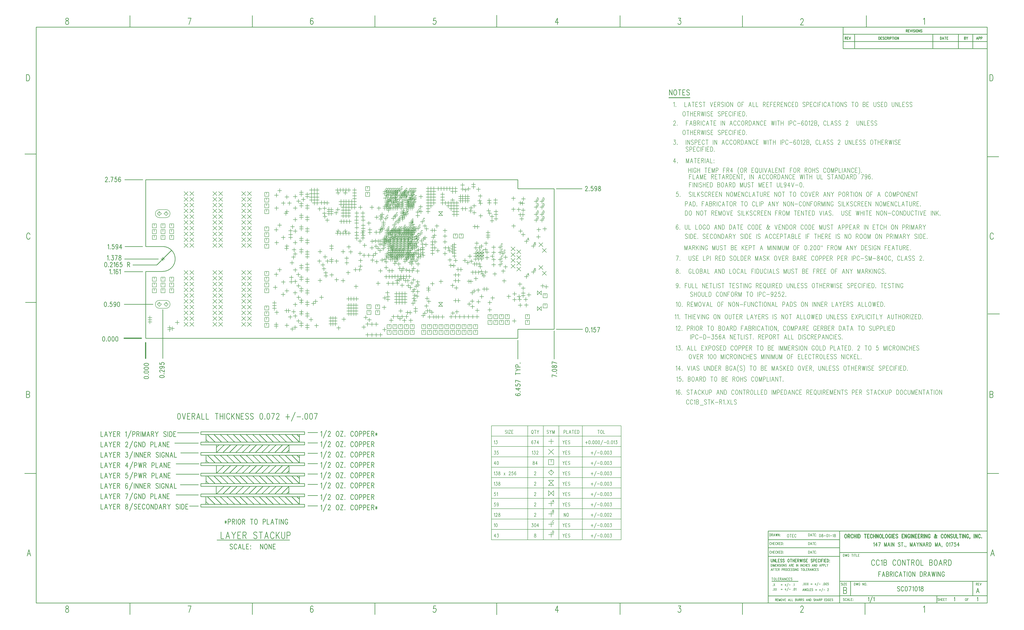
<source format=gbr>
*
*
G04 PADS 9.2 Build Number: 414666 generated Gerber (RS-274-X) file*
G04 PC Version=2.1*
*
%IN "CC1B_080118.pcb"*%
*
%MOIN*%
*
%FSLAX24Y24*%
*
*
*
*
G04 PC Standard Apertures*
*
*
G04 Thermal Relief Aperture macro.*
%AMTER*
1,1,$1,0,0*
1,0,$1-$2,0,0*
21,0,$3,$4,0,0,45*
21,0,$3,$4,0,0,135*
%
*
*
G04 Annular Aperture macro.*
%AMANN*
1,1,$1,0,0*
1,0,$2,0,0*
%
*
*
G04 Odd Aperture macro.*
%AMODD*
1,1,$1,0,0*
1,0,$1-0.005,0,0*
%
*
*
G04 PC Custom Aperture Macros*
*
*
*
*
*
*
G04 PC Aperture Table*
*
%ADD010C,0.001*%
%ADD025C,0.02*%
%ADD028C,0.01*%
%ADD029C,0.007*%
%ADD063C,0.008*%
%ADD064C,0.012*%
%ADD104C,0.00972*%
%ADD105C,0.0081*%
%ADD233C,0.009*%
%ADD313C,0.0108*%
*
*
*
*
G04 PC Circuitry*
G04 Layer Name CC1B_080118.pcb - circuitry*
%LPD*%
*
*
G04 PC Custom Flashes*
G04 Layer Name CC1B_080118.pcb - flashes*
%LPD*%
*
*
G04 PC Circuitry*
G04 Layer Name CC1B_080118.pcb - circuitry*
%LPD*%
*
G54D10*
G54D25*
G01X132687Y155890D02*
X135687D01*
X136437Y155140D02*
Y152390D01*
G54D28*
X129107Y156211D02*
X129022Y156172D01*
X128965Y156054*
X128965D02*
X128937Y155859D01*
X128937D02*
Y155742D01*
X128965Y155547*
X129022Y155429*
X129022D02*
X129107Y155390D01*
X129107D02*
X129164D01*
X129164D02*
X129249Y155429D01*
X129249D02*
X129306Y155547D01*
X129334Y155742*
X129334D02*
Y155859D01*
X129334D02*
X129306Y156054D01*
X129306D02*
X129249Y156172D01*
X129249D02*
X129164Y156211D01*
X129107*
X129618Y155468D02*
X129590Y155429D01*
X129590D02*
X129618Y155390D01*
X129618D02*
X129647Y155429D01*
X129647D02*
X129618Y155468D01*
X130073Y156211D02*
X129988Y156172D01*
X129931Y156054*
X129931D02*
X129903Y155859D01*
X129903D02*
Y155742D01*
X129931Y155547*
X129988Y155429*
X129988D02*
X130073Y155390D01*
X130073D02*
X130130D01*
X130130D02*
X130215Y155429D01*
X130215D02*
X130272Y155547D01*
X130300Y155742*
X130300D02*
Y155859D01*
X130300D02*
X130272Y156054D01*
X130272D02*
X130215Y156172D01*
X130130Y156211*
X130073*
X130726D02*
X130641Y156172D01*
X130641D02*
X130584Y156054D01*
X130584D02*
X130556Y155859D01*
X130556D02*
Y155742D01*
X130584Y155547*
X130584D02*
X130641Y155429D01*
X130641D02*
X130726Y155390D01*
X130726D02*
X130783D01*
X130783D02*
X130868Y155429D01*
X130868D02*
X130925Y155547D01*
X130925D02*
X130954Y155742D01*
Y155859*
X130954D02*
X130925Y156054D01*
X130925D02*
X130868Y156172D01*
X130868D02*
X130783Y156211D01*
X130783D02*
X130726D01*
X131380D02*
X131295Y156172D01*
X131238Y156054*
X131238D02*
X131209Y155859D01*
X131209D02*
Y155742D01*
X131209D02*
X131238Y155547D01*
X131295Y155429*
X131295D02*
X131380Y155390D01*
X131380D02*
X131437D01*
X131437D02*
X131522Y155429D01*
X131522D02*
X131579Y155547D01*
X131607Y155742*
X131607D02*
Y155859D01*
X131607D02*
X131579Y156054D01*
X131579D02*
X131522Y156172D01*
X131437Y156211*
X131380*
X129407Y162221D02*
X129322Y162182D01*
X129265Y162064*
X129265D02*
X129237Y161869D01*
X129237D02*
Y161752D01*
X129265Y161557*
X129322Y161439*
X129322D02*
X129407Y161400D01*
X129407D02*
X129464D01*
X129464D02*
X129549Y161439D01*
X129549D02*
X129606Y161557D01*
X129634Y161752*
X129634D02*
Y161869D01*
X129634D02*
X129606Y162064D01*
X129606D02*
X129549Y162182D01*
X129549D02*
X129464Y162221D01*
X129407*
X129918Y161478D02*
X129890Y161439D01*
X129890D02*
X129918Y161400D01*
X129918D02*
X129947Y161439D01*
X129947D02*
X129918Y161478D01*
X130572Y162221D02*
X130288D01*
X130259Y161869*
X130259D02*
X130288Y161908D01*
X130288D02*
X130373Y161947D01*
X130373D02*
X130458D01*
X130458D02*
X130543Y161908D01*
X130543D02*
X130600Y161830D01*
X130600D02*
X130629Y161713D01*
X130600Y161635*
X130600D02*
X130572Y161517D01*
X130572D02*
X130515Y161439D01*
X130515D02*
X130430Y161400D01*
X130430D02*
X130345D01*
X130345D02*
X130259Y161439D01*
X130259D02*
X130231Y161478D01*
X130231D02*
X130203Y161557D01*
X131254Y161947D02*
X131225Y161830D01*
X131225D02*
X131168Y161752D01*
X131168D02*
X131083Y161713D01*
X131083D02*
X131055D01*
X130970Y161752*
X130913Y161830*
X130884Y161947*
X130884D02*
Y161986D01*
X130884D02*
X130913Y162103D01*
X130913D02*
X130970Y162182D01*
X131055Y162221*
X131083*
X131083D02*
X131168Y162182D01*
X131168D02*
X131225Y162103D01*
X131225D02*
X131254Y161947D01*
X131254D02*
Y161752D01*
X131225Y161557*
X131225D02*
X131168Y161439D01*
X131168D02*
X131083Y161400D01*
X131083D02*
X131026D01*
X131026D02*
X130941Y161439D01*
X130941D02*
X130913Y161517D01*
X131680Y162221D02*
X131595Y162182D01*
X131538Y162064*
X131538D02*
X131509Y161869D01*
X131509D02*
Y161752D01*
X131509D02*
X131538Y161557D01*
X131595Y161439*
X131595D02*
X131680Y161400D01*
X131680D02*
X131737D01*
X131737D02*
X131822Y161439D01*
X131822D02*
X131879Y161557D01*
X131907Y161752*
X131907D02*
Y161869D01*
X131907D02*
X131879Y162064D01*
X131879D02*
X131822Y162182D01*
X131737Y162221*
X131680*
X136116Y149061D02*
X136155Y148976D01*
X136155D02*
X136273Y148919D01*
X136468Y148890*
X136468D02*
X136585D01*
X136585D02*
X136780Y148919D01*
X136780D02*
X136898Y148976D01*
X136937Y149061*
Y149118*
X136898Y149203*
X136780Y149260*
X136780D02*
X136585Y149288D01*
X136468*
X136273Y149260*
X136155Y149203*
X136155D02*
X136116Y149118D01*
X136116D02*
Y149061D01*
X136858Y149572D02*
X136898Y149544D01*
X136937Y149572*
X136937D02*
X136898Y149601D01*
X136858Y149572*
X136116Y150027D02*
X136155Y149941D01*
X136155D02*
X136273Y149885D01*
X136468Y149856*
X136468D02*
X136585D01*
X136585D02*
X136780Y149885D01*
X136780D02*
X136898Y149941D01*
X136898D02*
X136937Y150027D01*
Y150083*
X136937D02*
X136898Y150169D01*
X136780Y150226*
X136780D02*
X136585Y150254D01*
X136468*
X136273Y150226*
X136155Y150169*
X136155D02*
X136116Y150083D01*
X136116D02*
Y150027D01*
Y150680D02*
X136155Y150595D01*
X136155D02*
X136273Y150538D01*
X136468Y150510*
X136585*
X136780Y150538*
X136780D02*
X136898Y150595D01*
X136937Y150680*
X136937D02*
Y150737D01*
X136898Y150822*
X136898D02*
X136780Y150879D01*
X136780D02*
X136585Y150907D01*
X136585D02*
X136468D01*
X136468D02*
X136273Y150879D01*
X136155Y150822*
X136155D02*
X136116Y150737D01*
X136116D02*
Y150680D01*
Y151333D02*
X136155Y151248D01*
X136155D02*
X136273Y151191D01*
X136273D02*
X136468Y151163D01*
X136585*
X136780Y151191*
X136780D02*
X136898Y151248D01*
X136898D02*
X136937Y151333D01*
X136937D02*
Y151390D01*
X136937D02*
X136898Y151476D01*
X136780Y151532*
X136780D02*
X136585Y151561D01*
X136468*
X136273Y151532*
X136273D02*
X136155Y151476D01*
X136155D02*
X136116Y151390D01*
X136116D02*
Y151333D01*
X138826Y149231D02*
X138865Y149146D01*
X138865D02*
X138983Y149089D01*
X139178Y149060*
X139178D02*
X139295D01*
X139295D02*
X139490Y149089D01*
X139490D02*
X139608Y149146D01*
X139647Y149231*
Y149288*
X139608Y149373*
X139490Y149430*
X139490D02*
X139295Y149458D01*
X139178*
X138983Y149430*
X138865Y149373*
X138865D02*
X138826Y149288D01*
X138826D02*
Y149231D01*
X139568Y149742D02*
X139608Y149714D01*
X139647Y149742*
X139647D02*
X139608Y149771D01*
X139568Y149742*
X139022Y150055D02*
X138983D01*
X138904Y150083*
X138904D02*
X138865Y150111D01*
X138865D02*
X138826Y150168D01*
X138826D02*
Y150282D01*
X138826D02*
X138865Y150339D01*
X138865D02*
X138904Y150367D01*
X138904D02*
X138983Y150396D01*
X139061*
X139139Y150367*
X139139D02*
X139256Y150310D01*
X139256D02*
X139647Y150026D01*
X139647D02*
Y150424D01*
X139100Y151049D02*
X139217Y151021D01*
X139295Y150964*
X139334Y150878*
X139334D02*
Y150850D01*
X139334D02*
X139295Y150765D01*
X139217Y150708*
X139100Y150680*
X139061*
X138943Y150708*
X138943D02*
X138865Y150765D01*
X138865D02*
X138826Y150850D01*
X138826D02*
Y150878D01*
X138826D02*
X138865Y150964D01*
X138865D02*
X138943Y151021D01*
X138943D02*
X139100Y151049D01*
X139295*
X139490Y151021*
X139490D02*
X139608Y150964D01*
X139647Y150878*
X139647D02*
Y150822D01*
X139608Y150736*
X139608D02*
X139529Y150708D01*
X138826Y151674D02*
Y151390D01*
X138826D02*
X139178Y151361D01*
X139178D02*
X139139Y151390D01*
X139100Y151475*
X139100D02*
Y151560D01*
X139100D02*
X139139Y151646D01*
X139217Y151702*
X139217D02*
X139334Y151731D01*
X139334D02*
X139412Y151702D01*
X139412D02*
X139529Y151674D01*
X139529D02*
X139608Y151617D01*
X139608D02*
X139647Y151532D01*
Y151447*
X139608Y151361*
X139608D02*
X139568Y151333D01*
X139568D02*
X139490Y151305D01*
X129435Y183705D02*
Y183744D01*
X129435D02*
X129463Y183822D01*
X129463D02*
X129492Y183862D01*
X129549Y183901*
X129662*
X129662D02*
X129719Y183862D01*
X129719D02*
X129748Y183822D01*
X129748D02*
X129776Y183744D01*
X129776D02*
Y183666D01*
X129776D02*
X129748Y183588D01*
X129748D02*
X129691Y183471D01*
X129407Y183080*
X129407D02*
X129804D01*
X130088Y183158D02*
X130060Y183119D01*
X130060D02*
X130088Y183080D01*
X130088D02*
X130117Y183119D01*
X130117D02*
X130088Y183158D01*
X130770Y183901D02*
X130486Y183080D01*
X130373Y183901D02*
X130770D01*
X131395D02*
X131111D01*
X131111D02*
X131083Y183549D01*
X131083D02*
X131111Y183588D01*
X131111D02*
X131196Y183627D01*
X131196D02*
X131282D01*
X131282D02*
X131367Y183588D01*
X131367D02*
X131424Y183510D01*
X131452Y183393*
X131452D02*
X131424Y183315D01*
X131395Y183197*
X131395D02*
X131338Y183119D01*
X131338D02*
X131253Y183080D01*
X131253D02*
X131168D01*
X131168D02*
X131083Y183119D01*
X131083D02*
X131054Y183158D01*
X131054D02*
X131026Y183237D01*
X132049Y183783D02*
X132020Y183862D01*
X132020D02*
X131935Y183901D01*
X131878*
X131878D02*
X131793Y183862D01*
X131736Y183744*
X131736D02*
X131708Y183549D01*
X131708D02*
Y183354D01*
X131736Y183197*
X131736D02*
X131793Y183119D01*
X131793D02*
X131878Y183080D01*
X131878D02*
X131907D01*
X131907D02*
X131992Y183119D01*
X131992D02*
X132049Y183197D01*
X132049D02*
X132077Y183315D01*
X132077D02*
Y183354D01*
X132077D02*
X132049Y183471D01*
X131992Y183549*
X131992D02*
X131907Y183588D01*
X131907D02*
X131878D01*
X131878D02*
X131793Y183549D01*
X131793D02*
X131736Y183471D01*
X131736D02*
X131708Y183354D01*
X130137Y167744D02*
X130193Y167783D01*
X130193D02*
X130279Y167901D01*
Y167080*
X130563Y167158D02*
X130534Y167119D01*
X130534D02*
X130563Y167080D01*
X130563D02*
X130591Y167119D01*
X130591D02*
X130563Y167158D01*
X130847Y167744D02*
X130904Y167783D01*
X130904D02*
X130989Y167901D01*
Y167080*
X131585Y167783D02*
X131557Y167862D01*
X131557D02*
X131472Y167901D01*
X131415*
X131330Y167862*
X131273Y167744*
X131273D02*
X131245Y167549D01*
X131245D02*
Y167354D01*
X131273Y167197*
X131273D02*
X131330Y167119D01*
X131330D02*
X131415Y167080D01*
X131415D02*
X131443D01*
X131443D02*
X131529Y167119D01*
X131529D02*
X131585Y167197D01*
X131585D02*
X131614Y167315D01*
Y167354*
X131585Y167471*
X131585D02*
X131529Y167549D01*
X131529D02*
X131443Y167588D01*
X131443D02*
X131415D01*
X131415D02*
X131330Y167549D01*
X131330D02*
X131273Y167471D01*
X131245Y167354*
X131870Y167744D02*
X131926Y167783D01*
X131926D02*
X132012Y167901D01*
Y167080*
X129847Y172064D02*
X129903Y172103D01*
X129903D02*
X129989Y172221D01*
Y171400*
X130273Y171478D02*
X130244Y171439D01*
X130244D02*
X130273Y171400D01*
X130273D02*
X130301Y171439D01*
X130301D02*
X130273Y171478D01*
X130926Y172221D02*
X130642D01*
X130642D02*
X130614Y171869D01*
X130614D02*
X130642Y171908D01*
X130642D02*
X130727Y171947D01*
X130727D02*
X130813D01*
X130813D02*
X130898Y171908D01*
X130898D02*
X130955Y171830D01*
X130983Y171713*
X130955Y171635*
X130926Y171517*
X130926D02*
X130869Y171439D01*
X130869D02*
X130784Y171400D01*
X130784D02*
X130699D01*
X130699D02*
X130614Y171439D01*
X130614D02*
X130585Y171478D01*
X130585D02*
X130557Y171557D01*
X131608Y171947D02*
X131580Y171830D01*
X131523Y171752*
X131438Y171713*
X131409*
X131409D02*
X131324Y171752D01*
X131267Y171830*
X131267D02*
X131239Y171947D01*
X131239D02*
Y171986D01*
X131239D02*
X131267Y172103D01*
X131267D02*
X131324Y172182D01*
X131409Y172221*
X131409D02*
X131438D01*
X131523Y172182*
X131580Y172103*
X131580D02*
X131608Y171947D01*
X131608D02*
Y171752D01*
X131580Y171557*
X131523Y171439*
X131523D02*
X131438Y171400D01*
X131438D02*
X131381D01*
X131381D02*
X131295Y171439D01*
X131295D02*
X131267Y171517D01*
X132148Y172221D02*
X131864Y171674D01*
X132290*
X132148Y172221D02*
Y171400D01*
X206926Y149578D02*
X207747Y149294D01*
X206926Y149180D02*
Y149578D01*
X207668Y149862D02*
X207708Y149834D01*
X207747Y149862*
X207747D02*
X207708Y149891D01*
X207668Y149862*
X206926Y150317D02*
X206965Y150231D01*
X206965D02*
X207083Y150175D01*
X207278Y150146*
X207278D02*
X207395D01*
X207395D02*
X207590Y150175D01*
X207590D02*
X207708Y150231D01*
X207708D02*
X207747Y150317D01*
Y150373*
X207747D02*
X207708Y150459D01*
X207590Y150516*
X207590D02*
X207395Y150544D01*
X207278*
X207083Y150516*
X206965Y150459*
X206965D02*
X206926Y150373D01*
X206926D02*
Y150317D01*
Y150942D02*
X206965Y150856D01*
X206965D02*
X207043Y150828D01*
X207043D02*
X207122D01*
X207200Y150856*
X207200D02*
X207239Y150913D01*
X207239D02*
X207278Y151027D01*
X207317Y151112*
X207317D02*
X207395Y151169D01*
X207473Y151197*
X207473D02*
X207590D01*
X207590D02*
X207668Y151169D01*
X207668D02*
X207708Y151141D01*
X207747Y151055*
X207747D02*
Y150942D01*
X207708Y150856*
X207708D02*
X207668Y150828D01*
X207668D02*
X207590Y150800D01*
X207590D02*
X207473D01*
X207473D02*
X207395Y150828D01*
X207317Y150885*
X207278Y150970*
X207278D02*
X207239Y151084D01*
X207200Y151141*
X207122Y151169*
X207043*
X207043D02*
X206965Y151141D01*
X206965D02*
X206926Y151055D01*
X206926D02*
Y150942D01*
Y151851D02*
X207747Y151567D01*
X206926Y151453D02*
Y151851D01*
X200723Y146291D02*
X200645Y146263D01*
X200645D02*
X200606Y146178D01*
X200606D02*
Y146121D01*
X200606D02*
X200645Y146036D01*
X200645D02*
X200763Y145979D01*
X200958Y145950*
X200958D02*
X201153D01*
X201153D02*
X201309Y145979D01*
X201309D02*
X201388Y146036D01*
X201427Y146121*
Y146149*
X201427D02*
X201388Y146234D01*
X201388D02*
X201309Y146291D01*
X201309D02*
X201192Y146320D01*
X201192D02*
X201153D01*
X201153D02*
X201036Y146291D01*
X201036D02*
X200958Y146234D01*
X200958D02*
X200919Y146149D01*
X200919D02*
Y146121D01*
X200958Y146036*
X201036Y145979*
X201153Y145950*
X201348Y146604D02*
X201388Y146575D01*
X201388D02*
X201427Y146604D01*
X201388Y146632*
X201388D02*
X201348Y146604D01*
X200606Y147172D02*
X201153Y146888D01*
X201153D02*
Y147314D01*
X200606Y147172D02*
X201427D01*
X200606Y147939D02*
Y147655D01*
X200606D02*
X200958Y147626D01*
X200958D02*
X200919Y147655D01*
X200880Y147740*
X200880D02*
Y147825D01*
X200880D02*
X200919Y147911D01*
X200997Y147967*
X200997D02*
X201114Y147996D01*
X201114D02*
X201192Y147967D01*
X201192D02*
X201309Y147939D01*
X201309D02*
X201388Y147882D01*
X201388D02*
X201427Y147797D01*
Y147712*
X201388Y147626*
X201388D02*
X201348Y147598D01*
X201348D02*
X201270Y147570D01*
X200606Y148649D02*
X201427Y148365D01*
X200606Y148251D02*
Y148649D01*
Y149757D02*
X201427D01*
X200606Y149558D02*
Y149956D01*
Y150212D02*
X200997Y150439D01*
X201427*
X200606Y150666D02*
X200997Y150439D01*
X200606Y150922D02*
X201427D01*
X200606D02*
Y151178D01*
X200606D02*
X200645Y151263D01*
X200645D02*
X200684Y151291D01*
X200684D02*
X200763Y151320D01*
X200880*
X200958Y151291*
X200958D02*
X200997Y151263D01*
X201036Y151178*
Y150922*
X201348Y151604D02*
X201388Y151575D01*
X201388D02*
X201427Y151604D01*
X201388Y151632*
X201388D02*
X201348Y151604D01*
X212917Y157801D02*
X212832Y157762D01*
X212775Y157644*
X212775D02*
X212747Y157449D01*
X212747D02*
Y157332D01*
X212775Y157137*
X212832Y157019*
X212832D02*
X212917Y156980D01*
X212917D02*
X212974D01*
X212974D02*
X213059Y157019D01*
X213059D02*
X213116Y157137D01*
X213144Y157332*
X213144D02*
Y157449D01*
X213144D02*
X213116Y157644D01*
X213116D02*
X213059Y157762D01*
X213059D02*
X212974Y157801D01*
X212917*
X213428Y157058D02*
X213400Y157019D01*
X213400D02*
X213428Y156980D01*
X213428D02*
X213457Y157019D01*
X213457D02*
X213428Y157058D01*
X213713Y157644D02*
X213769Y157683D01*
X213769D02*
X213855Y157801D01*
Y156980*
X214480Y157801D02*
X214195D01*
X214195D02*
X214167Y157449D01*
X214167D02*
X214195Y157488D01*
X214195D02*
X214281Y157527D01*
X214281D02*
X214366D01*
X214366D02*
X214451Y157488D01*
X214451D02*
X214508Y157410D01*
X214536Y157293*
X214536D02*
X214508Y157215D01*
X214480Y157097*
X214480D02*
X214423Y157019D01*
X214423D02*
X214338Y156980D01*
X214338D02*
X214252D01*
X214252D02*
X214167Y157019D01*
X214167D02*
X214139Y157058D01*
X214139D02*
X214110Y157137D01*
X215190Y157801D02*
X214906Y156980D01*
X214792Y157801D02*
X215190D01*
X212715Y182115D02*
Y182154D01*
X212715D02*
X212743Y182232D01*
X212743D02*
X212772Y182272D01*
X212829Y182311*
X212942*
X212942D02*
X212999Y182272D01*
X212999D02*
X213028Y182232D01*
X213028D02*
X213056Y182154D01*
X213056D02*
Y182076D01*
X213056D02*
X213028Y181998D01*
X213028D02*
X212971Y181881D01*
X212687Y181490*
X212687D02*
X213084D01*
X213368Y181568D02*
X213340Y181529D01*
X213340D02*
X213368Y181490D01*
X213368D02*
X213397Y181529D01*
X213397D02*
X213368Y181568D01*
X214022Y182311D02*
X213738D01*
X213709Y181959*
X213709D02*
X213738Y181998D01*
X213738D02*
X213823Y182037D01*
X213823D02*
X213908D01*
X213908D02*
X213993Y181998D01*
X213993D02*
X214050Y181920D01*
X214050D02*
X214079Y181803D01*
X214050Y181725*
X214050D02*
X214022Y181607D01*
X214022D02*
X213965Y181529D01*
X213965D02*
X213880Y181490D01*
X213880D02*
X213795D01*
X213795D02*
X213709Y181529D01*
X213709D02*
X213681Y181568D01*
X213681D02*
X213653Y181647D01*
X214704Y182037D02*
X214675Y181920D01*
X214675D02*
X214618Y181842D01*
X214618D02*
X214533Y181803D01*
X214533D02*
X214505D01*
X214420Y181842*
X214363Y181920*
X214334Y182037*
X214334D02*
Y182076D01*
X214334D02*
X214363Y182193D01*
X214363D02*
X214420Y182272D01*
X214505Y182311*
X214533*
X214533D02*
X214618Y182272D01*
X214618D02*
X214675Y182193D01*
X214675D02*
X214704Y182037D01*
X214704D02*
Y181842D01*
X214675Y181647*
X214675D02*
X214618Y181529D01*
X214618D02*
X214533Y181490D01*
X214533D02*
X214476D01*
X214476D02*
X214391Y181529D01*
X214391D02*
X214363Y181607D01*
X215101Y182311D02*
X215016Y182272D01*
X215016D02*
X214988Y182193D01*
X214988D02*
Y182115D01*
X214988D02*
X215016Y182037D01*
X215016D02*
X215073Y181998D01*
X215073D02*
X215187Y181959D01*
X215187D02*
X215272Y181920D01*
X215329Y181842*
X215357Y181764*
X215357D02*
Y181647D01*
X215357D02*
X215329Y181568D01*
X215329D02*
X215300Y181529D01*
X215300D02*
X215215Y181490D01*
X215215D02*
X215101D01*
X215101D02*
X215016Y181529D01*
X215016D02*
X214988Y181568D01*
X214988D02*
X214959Y181647D01*
X214959D02*
Y181764D01*
X214959D02*
X214988Y181842D01*
X215045Y181920*
X215130Y181959*
X215130D02*
X215243Y181998D01*
X215243D02*
X215300Y182037D01*
X215300D02*
X215329Y182115D01*
X215329D02*
Y182193D01*
X215329D02*
X215300Y182272D01*
X215300D02*
X215215Y182311D01*
X215101*
X129747Y170134D02*
X129803Y170173D01*
X129803D02*
X129889Y170291D01*
Y169470*
X130173Y169548D02*
X130144Y169509D01*
X130144D02*
X130173Y169470D01*
X130173D02*
X130201Y169509D01*
X130201D02*
X130173Y169548D01*
X130514Y170291D02*
X130826D01*
X130826D02*
X130656Y169978D01*
X130656D02*
X130741D01*
X130741D02*
X130798Y169939D01*
X130798D02*
X130826Y169900D01*
X130826D02*
X130855Y169783D01*
Y169705*
X130826Y169587*
X130826D02*
X130769Y169509D01*
X130769D02*
X130684Y169470D01*
X130684D02*
X130599D01*
X130599D02*
X130514Y169509D01*
X130514D02*
X130485Y169548D01*
X130485D02*
X130457Y169627D01*
X131508Y170291D02*
X131224Y169470D01*
X131110Y170291D02*
X131508D01*
X131906D02*
X131820Y170252D01*
X131820D02*
X131792Y170173D01*
X131792D02*
Y170095D01*
X131792D02*
X131820Y170017D01*
X131820D02*
X131877Y169978D01*
X131877D02*
X131991Y169939D01*
X131991D02*
X132076Y169900D01*
X132076D02*
X132133Y169822D01*
X132161Y169744*
X132161D02*
Y169627D01*
X132161D02*
X132133Y169548D01*
X132133D02*
X132105Y169509D01*
X132105D02*
X132019Y169470D01*
X132019D02*
X131906D01*
X131906D02*
X131820Y169509D01*
X131820D02*
X131792Y169548D01*
X131792D02*
X131764Y169627D01*
Y169744*
X131792Y169822*
X131792D02*
X131849Y169900D01*
X131934Y169939*
X131934D02*
X132048Y169978D01*
X132048D02*
X132105Y170017D01*
X132105D02*
X132133Y170095D01*
X132133D02*
Y170173D01*
X132133D02*
X132105Y170252D01*
X132019Y170291*
X132019D02*
X131906D01*
X129457Y169111D02*
X129372Y169072D01*
X129315Y168954*
X129315D02*
X129287Y168759D01*
X129287D02*
Y168642D01*
X129315Y168447*
X129372Y168329*
X129372D02*
X129457Y168290D01*
X129457D02*
X129514D01*
X129514D02*
X129599Y168329D01*
X129599D02*
X129656Y168447D01*
X129684Y168642*
X129684D02*
Y168759D01*
X129684D02*
X129656Y168954D01*
X129656D02*
X129599Y169072D01*
X129599D02*
X129514Y169111D01*
X129457*
X129968Y168368D02*
X129940Y168329D01*
X129940D02*
X129968Y168290D01*
X129968D02*
X129997Y168329D01*
X129997D02*
X129968Y168368D01*
X130281Y168915D02*
Y168954D01*
X130281D02*
X130309Y169032D01*
X130309D02*
X130338Y169072D01*
X130395Y169111*
X130508*
X130508D02*
X130565Y169072D01*
X130593Y169032*
X130593D02*
X130622Y168954D01*
X130622D02*
Y168876D01*
X130622D02*
X130593Y168798D01*
X130593D02*
X130537Y168681D01*
X130253Y168290*
X130253D02*
X130650D01*
X130906Y168954D02*
X130963Y168993D01*
X130963D02*
X131048Y169111D01*
Y168290*
X131645Y168993D02*
X131616Y169072D01*
X131616D02*
X131531Y169111D01*
X131474*
X131474D02*
X131389Y169072D01*
X131332Y168954*
X131332D02*
X131304Y168759D01*
X131304D02*
Y168564D01*
X131332Y168407*
X131332D02*
X131389Y168329D01*
X131389D02*
X131474Y168290D01*
X131474D02*
X131503D01*
X131503D02*
X131588Y168329D01*
X131588D02*
X131645Y168407D01*
X131645D02*
X131673Y168525D01*
Y168564*
X131645Y168681*
X131588Y168759*
X131588D02*
X131503Y168798D01*
X131503D02*
X131474D01*
X131474D02*
X131389Y168759D01*
X131389D02*
X131332Y168681D01*
X131332D02*
X131304Y168564D01*
X132298Y169111D02*
X132014D01*
X131985Y168759*
X131985D02*
X132014Y168798D01*
X132014D02*
X132099Y168837D01*
X132099D02*
X132184D01*
X132184D02*
X132270Y168798D01*
X132270D02*
X132326Y168720D01*
X132326D02*
X132355Y168603D01*
X132326Y168525*
X132326D02*
X132298Y168407D01*
X132298D02*
X132241Y168329D01*
X132241D02*
X132156Y168290D01*
X132156D02*
X132071D01*
X132071D02*
X131985Y168329D01*
X131985D02*
X131957Y168368D01*
X131957D02*
X131929Y168447D01*
X133264Y169111D02*
Y168290D01*
Y169111D02*
X133520D01*
X133605Y169072*
X133633Y169032*
X133633D02*
X133662Y168954D01*
X133662D02*
Y168876D01*
X133662D02*
X133633Y168798D01*
X133633D02*
X133605Y168759D01*
X133605D02*
X133520Y168720D01*
X133264*
X133463D02*
X133662Y168290D01*
X267244Y112703D02*
X267188Y112782D01*
X267102Y112821*
X267102D02*
X266989D01*
X266903Y112782*
X266903D02*
X266847Y112703D01*
X266847D02*
Y112625D01*
X266847D02*
X266875Y112547D01*
X266875D02*
X266903Y112508D01*
X266903D02*
X266960Y112469D01*
X266960D02*
X267131Y112391D01*
X267188Y112352*
X267216Y112313*
X267244Y112235*
X267244D02*
Y112117D01*
X267244D02*
X267188Y112039D01*
X267188D02*
X267102Y112000D01*
X267102D02*
X266989D01*
X266989D02*
X266903Y112039D01*
X266903D02*
X266847Y112117D01*
X267926Y112625D02*
X267898Y112703D01*
X267898D02*
X267841Y112782D01*
X267784Y112821*
X267784D02*
X267670D01*
X267670D02*
X267614Y112782D01*
X267557Y112703*
X267557D02*
X267528Y112625D01*
X267528D02*
X267500Y112508D01*
X267500D02*
Y112313D01*
X267528Y112196*
X267528D02*
X267557Y112117D01*
X267557D02*
X267614Y112039D01*
X267614D02*
X267670Y112000D01*
X267670D02*
X267784D01*
X267784D02*
X267841Y112039D01*
X267841D02*
X267898Y112117D01*
X267898D02*
X267926Y112196D01*
X268352Y112821D02*
X268267Y112782D01*
X268267D02*
X268210Y112664D01*
X268210D02*
X268182Y112469D01*
X268182D02*
Y112352D01*
X268210Y112157*
X268210D02*
X268267Y112039D01*
X268267D02*
X268352Y112000D01*
X268352D02*
X268409D01*
X268409D02*
X268494Y112039D01*
X268494D02*
X268551Y112157D01*
X268551D02*
X268580Y112352D01*
Y112469*
X268580D02*
X268551Y112664D01*
X268551D02*
X268494Y112782D01*
X268494D02*
X268409Y112821D01*
X268409D02*
X268352D01*
X269233D02*
X268949Y112000D01*
X268835Y112821D02*
X269233D01*
X269489Y112664D02*
X269545Y112703D01*
X269545D02*
X269631Y112821D01*
Y112000*
X270057Y112821D02*
X269972Y112782D01*
X269915Y112664*
X269915D02*
X269886Y112469D01*
X269886D02*
Y112352D01*
X269886D02*
X269915Y112157D01*
X269972Y112039*
X269972D02*
X270057Y112000D01*
X270057D02*
X270114D01*
X270114D02*
X270199Y112039D01*
X270199D02*
X270256Y112157D01*
X270284Y112352*
X270284D02*
Y112469D01*
X270284D02*
X270256Y112664D01*
X270256D02*
X270199Y112782D01*
X270114Y112821*
X270057*
X270540Y112664D02*
X270597Y112703D01*
X270597D02*
X270682Y112821D01*
Y112000*
X271080Y112821D02*
X270994Y112782D01*
X270994D02*
X270966Y112703D01*
X270966D02*
Y112625D01*
X270966D02*
X270994Y112547D01*
X270994D02*
X271051Y112508D01*
X271051D02*
X271165Y112469D01*
X271165D02*
X271250Y112430D01*
X271307Y112352*
X271335Y112274*
X271335D02*
Y112157D01*
X271335D02*
X271307Y112078D01*
X271307D02*
X271278Y112039D01*
X271278D02*
X271193Y112000D01*
X271193D02*
X271080D01*
X271080D02*
X270994Y112039D01*
X270994D02*
X270966Y112078D01*
X270966D02*
X270938Y112157D01*
Y112274*
X270966Y112352*
X271023Y112430*
X271108Y112469*
X271108D02*
X271222Y112508D01*
X271222D02*
X271278Y112547D01*
X271278D02*
X271307Y112625D01*
X271307D02*
Y112703D01*
X271307D02*
X271278Y112782D01*
X271278D02*
X271193Y112821D01*
X271193D02*
X271080D01*
X136437Y155890D02*
X201004D01*
X201004D02*
Y157465D01*
X201004D02*
X207303D01*
X207303D02*
Y181875D01*
X201004*
Y183449*
X201004D02*
X136437D01*
X136437D02*
Y171835D01*
X136437D02*
X139389D01*
Y167504D02*
G75*
G03Y171835I0J2166D01*
G01Y167504D02*
X136437D01*
X136437D02*
Y155890D01*
X132687Y161795D02*
X137687D01*
X139387Y160911D02*
Y152390D01*
X141437Y155890D02*
X136437D01*
X136437D02*
Y160640D01*
Y178640D02*
Y183450D01*
X136437D02*
X141187D01*
X196847Y183449D02*
X201002D01*
X201002D02*
Y181875D01*
X201002D02*
X207302D01*
X207302D02*
Y177190D01*
X132797Y183450D02*
X135917D01*
X132717Y167470D02*
X135927D01*
X132827Y171830D02*
X135877D01*
X207307Y157190D02*
Y152320D01*
X201007Y155560D02*
Y152300D01*
X207647Y157460D02*
X212237D01*
X207647Y181870D02*
X212117D01*
X196840Y155890D02*
X201005D01*
X201005D02*
Y157463D01*
X201005D02*
X207304D01*
X207304D02*
Y162160D01*
X136437Y163486D02*
Y167505D01*
X139387*
G03X139386Y171830I7J2162*
G01X139387D02*
X136437D01*
X136437D02*
Y175846D01*
X139387Y169980D02*
Y169360D01*
X139097Y169670D02*
X139707D01*
X138627D02*
X132757D01*
X140892Y171175D02*
X138357Y168640D01*
X138357D02*
X134187D01*
X282441Y209944D02*
X117441D01*
Y109944D02*
Y209944D01*
X133691D02*
Y211944D01*
X154941Y209944D02*
Y211944D01*
X176191Y209944D02*
Y211944D01*
X282441Y109944D02*
Y209944D01*
X218711D02*
Y211944D01*
X239961Y209944D02*
Y211944D01*
X257441Y208694D02*
X282420D01*
X257441Y206194D02*
X282420D01*
X257441Y207444D02*
X282420D01*
X257441Y209944D02*
Y206194D01*
X259441Y208694D02*
Y206194D01*
X272991D02*
Y208694D01*
X277441Y206194D02*
Y208694D01*
X279941Y206194D02*
Y208694D01*
X261461Y211944D02*
Y209944D01*
X197341Y211994D02*
Y209994D01*
X282441Y109944D02*
X117441D01*
X256841Y113694D02*
X282461D01*
X256841Y118694D02*
X282441D01*
Y111194D02*
X256841D01*
X279941Y113694D02*
Y111194D01*
X282441Y132444D02*
X284441D01*
X282441Y187444D02*
X284441D01*
X282441Y122444D02*
X244438D01*
X282558Y160153D02*
X284558D01*
X218711Y109944D02*
Y107944D01*
X239961Y109944D02*
Y107944D01*
X261211Y109944D02*
Y107944D01*
X256841Y122444D02*
Y109944D01*
X258741Y113694D02*
Y111194D01*
X273691D02*
Y109944D01*
X245044Y113705D02*
X249640D01*
X244438Y122444D02*
Y109944D01*
X256841Y120933D02*
X244438D01*
Y119533D02*
X256841D01*
Y118033D02*
X244438D01*
X256841Y111183D02*
X244438D01*
X197341Y109894D02*
Y107894D01*
X133691Y109944D02*
Y107944D01*
X154941Y109944D02*
Y107944D01*
X176191Y109944D02*
Y107944D01*
X117433Y187891D02*
X115464D01*
X117441Y132444D02*
X115441D01*
X115558Y162153D02*
X117458D01*
X250053Y211158D02*
Y211211D01*
X250053D02*
X250092Y211317D01*
X250092D02*
X250131Y211370D01*
X250131D02*
X250208Y211423D01*
X250208D02*
X250363D01*
X250363D02*
X250440Y211370D01*
X250440D02*
X250478Y211317D01*
X250478D02*
X250517Y211211D01*
X250517D02*
Y211105D01*
X250517D02*
X250478Y210998D01*
X250478D02*
X250401Y210839D01*
X250401D02*
X250015Y210308D01*
X250556*
X280694Y208248D02*
X280566Y207789D01*
X280694Y208248D02*
X280821Y207789D01*
X280614Y207942D02*
X280773D01*
X280964Y208248D02*
Y207789D01*
Y208248D02*
X281107D01*
X281107D02*
X281155Y208226D01*
X281155D02*
X281171Y208204D01*
X281171D02*
X281187Y208160D01*
X281187D02*
Y208095D01*
X281171Y208051*
X281171D02*
X281155Y208029D01*
X281155D02*
X281107Y208007D01*
X281107D02*
X280964D01*
X281330Y208248D02*
Y207789D01*
Y208248D02*
X281473D01*
X281473D02*
X281521Y208226D01*
X281521D02*
X281537Y208204D01*
X281537D02*
X281553Y208160D01*
X281553D02*
Y208095D01*
X281537Y208051*
X281537D02*
X281521Y208029D01*
X281521D02*
X281473Y208007D01*
X281473D02*
X281330D01*
X278444Y208248D02*
Y207789D01*
Y208248D02*
X278587D01*
X278587D02*
X278635Y208226D01*
X278635D02*
X278651Y208204D01*
X278651D02*
X278667Y208160D01*
X278667D02*
Y208117D01*
X278651Y208073*
X278635Y208051*
X278635D02*
X278587Y208029D01*
X278444D02*
X278587D01*
X278587D02*
X278635Y208007D01*
X278635D02*
X278651Y207985D01*
X278651D02*
X278667Y207942D01*
Y207876*
X278667D02*
X278651Y207832D01*
X278651D02*
X278635Y207810D01*
X278635D02*
X278587Y207789D01*
X278587D02*
X278444D01*
X278810Y208248D02*
X278937Y208029D01*
X278937D02*
Y207789D01*
X279065Y208248D02*
X278937Y208029D01*
X274281Y208248D02*
Y207789D01*
Y208248D02*
X274392D01*
X274392D02*
X274440Y208226D01*
X274440D02*
X274472Y208182D01*
X274472D02*
X274488Y208139D01*
X274504Y208073*
Y207964*
X274488Y207898*
X274472Y207854*
X274472D02*
X274440Y207810D01*
X274440D02*
X274392Y207789D01*
X274392D02*
X274281D01*
X274774Y208248D02*
X274647Y207789D01*
X274774Y208248D02*
X274902Y207789D01*
X274695Y207942D02*
X274854D01*
X275156Y208248D02*
Y207789D01*
X275045Y208248D02*
X275267D01*
X275411D02*
Y207789D01*
Y208248D02*
X275617D01*
X275411Y208029D02*
X275538D01*
X275411Y207789D02*
X275617D01*
X271351Y211308D02*
X271428Y211361D01*
X271428D02*
X271544Y211521D01*
Y210405*
X268359Y209516D02*
Y209057D01*
Y209516D02*
X268502D01*
X268502D02*
X268550Y209494D01*
X268550D02*
X268566Y209472D01*
X268566D02*
X268582Y209428D01*
X268582D02*
Y209385D01*
X268566Y209341*
X268550Y209319*
X268550D02*
X268502Y209297D01*
X268502D02*
X268359D01*
X268471D02*
X268582Y209057D01*
X268725Y209516D02*
Y209057D01*
Y209516D02*
X268932D01*
X268725Y209297D02*
X268852D01*
X268725Y209057D02*
X268932D01*
X269075Y209516D02*
X269202Y209057D01*
X269330Y209516D02*
X269202Y209057D01*
X269473Y209516D02*
Y209057D01*
X269839Y209450D02*
X269807Y209494D01*
X269759Y209516*
X269759D02*
X269696D01*
X269648Y209494*
X269616Y209450*
X269616D02*
Y209407D01*
X269632Y209363*
X269648Y209341*
X269680Y209319*
X269775Y209275*
X269775D02*
X269807Y209253D01*
X269807D02*
X269823Y209232D01*
X269839Y209188*
Y209122*
X269839D02*
X269807Y209078D01*
X269807D02*
X269759Y209057D01*
X269759D02*
X269696D01*
X269648Y209078*
X269648D02*
X269616Y209122D01*
X269982Y209516D02*
Y209057D01*
X270221Y209516D02*
X270189Y209494D01*
X270157Y209450*
X270157D02*
X270141Y209407D01*
X270125Y209341*
X270125D02*
Y209232D01*
X270125D02*
X270141Y209166D01*
X270157Y209122*
X270157D02*
X270189Y209078D01*
X270189D02*
X270221Y209057D01*
X270284*
X270284D02*
X270316Y209078D01*
X270316D02*
X270348Y209122D01*
X270348D02*
X270364Y209166D01*
X270380Y209232*
Y209341*
X270364Y209407*
X270348Y209450*
X270348D02*
X270316Y209494D01*
X270284Y209516*
X270284D02*
X270221D01*
X270523D02*
Y209057D01*
Y209516D02*
X270746Y209057D01*
Y209516D02*
Y209057D01*
X271111Y209450D02*
X271080Y209494D01*
X271032Y209516*
X270968*
X270968D02*
X270921Y209494D01*
X270889Y209450*
X270889D02*
Y209407D01*
X270905Y209363*
X270921Y209341*
X270952Y209319*
X270952D02*
X271048Y209275D01*
X271048D02*
X271080Y209253D01*
X271080D02*
X271096Y209232D01*
X271111Y209188*
X271111D02*
Y209122D01*
X271111D02*
X271080Y209078D01*
X271080D02*
X271032Y209057D01*
X270968*
X270968D02*
X270921Y209078D01*
X270921D02*
X270889Y209122D01*
X257750Y208248D02*
Y207789D01*
Y208248D02*
X257893D01*
X257940Y208226*
X257940D02*
X257956Y208204D01*
X257956D02*
X257972Y208160D01*
X257972D02*
Y208117D01*
X257972D02*
X257956Y208073D01*
X257956D02*
X257940Y208051D01*
X257940D02*
X257893Y208029D01*
X257893D02*
X257750D01*
X257861D02*
X257972Y207789D01*
X258115Y208248D02*
Y207789D01*
Y208248D02*
X258322D01*
X258115Y208029D02*
X258243D01*
X258115Y207789D02*
X258322D01*
X258465Y208248D02*
X258593Y207789D01*
X258720Y208248D02*
X258593Y207789D01*
X263606Y208248D02*
Y207789D01*
Y208248D02*
X263717D01*
X263765Y208226*
X263765D02*
X263797Y208182D01*
X263797D02*
X263812Y208139D01*
X263812D02*
X263828Y208073D01*
X263828D02*
Y207964D01*
X263828D02*
X263812Y207898D01*
X263812D02*
X263797Y207854D01*
X263797D02*
X263765Y207810D01*
X263765D02*
X263717Y207789D01*
X263606*
X263972Y208248D02*
Y207789D01*
Y208248D02*
X264178D01*
X263972Y208029D02*
X264099D01*
X263972Y207789D02*
X264178D01*
X264544Y208182D02*
X264512Y208226D01*
X264512D02*
X264465Y208248D01*
X264401*
X264401D02*
X264353Y208226D01*
X264353D02*
X264322Y208182D01*
X264322D02*
Y208139D01*
X264337Y208095*
X264337D02*
X264353Y208073D01*
X264353D02*
X264385Y208051D01*
X264385D02*
X264481Y208007D01*
X264481D02*
X264512Y207985D01*
X264512D02*
X264528Y207964D01*
X264528D02*
X264544Y207920D01*
X264544D02*
Y207854D01*
X264544D02*
X264512Y207810D01*
X264512D02*
X264465Y207789D01*
X264401*
X264401D02*
X264353Y207810D01*
X264353D02*
X264322Y207854D01*
X264926Y208139D02*
X264910Y208182D01*
X264910D02*
X264878Y208226D01*
X264878D02*
X264847Y208248D01*
X264783*
X264751Y208226*
X264751D02*
X264719Y208182D01*
X264719D02*
X264703Y208139D01*
X264703D02*
X264687Y208073D01*
X264687D02*
Y207964D01*
X264687D02*
X264703Y207898D01*
X264703D02*
X264719Y207854D01*
X264719D02*
X264751Y207810D01*
X264751D02*
X264783Y207789D01*
X264847*
X264878Y207810*
X264878D02*
X264910Y207854D01*
X264910D02*
X264926Y207898D01*
X265069Y208248D02*
Y207789D01*
Y208248D02*
X265212D01*
X265212D02*
X265260Y208226D01*
X265260D02*
X265276Y208204D01*
X265276D02*
X265292Y208160D01*
X265292D02*
Y208117D01*
X265276Y208073*
X265276D02*
X265260Y208051D01*
X265260D02*
X265212Y208029D01*
X265212D02*
X265069D01*
X265181D02*
X265292Y207789D01*
X265435Y208248D02*
Y207789D01*
X265578Y208248D02*
Y207789D01*
Y208248D02*
X265722D01*
X265769Y208226*
X265769D02*
X265785Y208204D01*
X265785D02*
X265801Y208160D01*
X265801D02*
Y208095D01*
X265801D02*
X265785Y208051D01*
X265785D02*
X265769Y208029D01*
X265769D02*
X265722Y208007D01*
X265722D02*
X265578D01*
X266056Y208248D02*
Y207789D01*
X265944Y208248D02*
X266167D01*
X266310D02*
Y207789D01*
X266549Y208248D02*
X266517Y208226D01*
X266517D02*
X266485Y208182D01*
X266485D02*
X266469Y208139D01*
X266469D02*
X266453Y208073D01*
X266453D02*
Y207964D01*
X266453D02*
X266469Y207898D01*
X266469D02*
X266485Y207854D01*
X266485D02*
X266517Y207810D01*
X266517D02*
X266549Y207789D01*
X266612*
X266612D02*
X266644Y207810D01*
X266644D02*
X266676Y207854D01*
X266676D02*
X266692Y207898D01*
X266708Y207964*
Y208073*
X266692Y208139*
X266676Y208182*
X266676D02*
X266644Y208226D01*
X266644D02*
X266612Y208248D01*
X266612D02*
X266549D01*
X266851D02*
Y207789D01*
Y208248D02*
X267074Y207789D01*
Y208248D02*
Y207789D01*
X228842Y211521D02*
X229267D01*
X229267D02*
X229035Y211096D01*
X229035D02*
X229151D01*
X229151D02*
X229228Y211043D01*
X229228D02*
X229267Y210990D01*
X229267D02*
X229306Y210830D01*
X229306D02*
Y210724D01*
X229267Y210565*
X229267D02*
X229190Y210458D01*
X229190D02*
X229074Y210405D01*
X229074D02*
X228958D01*
X228958D02*
X228842Y210458D01*
X228842D02*
X228803Y210511D01*
X228803D02*
X228765Y210618D01*
X207873Y211521D02*
X207486Y210777D01*
X207486D02*
X208066D01*
X207873Y211521D02*
Y210405D01*
X186767Y211521D02*
X186381D01*
X186342Y211043*
X186342D02*
X186381Y211096D01*
X186497Y211149*
X186613*
X186728Y211096*
X186728D02*
X186806Y210990D01*
X186844Y210830*
X186844D02*
X186806Y210724D01*
X186767Y210565*
X186767D02*
X186690Y210458D01*
X186690D02*
X186574Y210405D01*
X186574D02*
X186458D01*
X186458D02*
X186342Y210458D01*
X186342D02*
X186303Y210511D01*
X186303D02*
X186265Y210618D01*
X165450Y211361D02*
X165411Y211468D01*
X165411D02*
X165295Y211521D01*
X165295D02*
X165218D01*
X165218D02*
X165102Y211468D01*
X165102D02*
X165025Y211308D01*
X165025D02*
X164986Y211043D01*
X164986D02*
Y210777D01*
X164986D02*
X165025Y210565D01*
X165102Y210458*
X165102D02*
X165218Y210405D01*
X165218D02*
X165257D01*
X165257D02*
X165373Y210458D01*
X165373D02*
X165450Y210565D01*
X165489Y210724*
Y210777*
X165489D02*
X165450Y210936D01*
X165450D02*
X165373Y211043D01*
X165257Y211096*
X165218*
X165218D02*
X165102Y211043D01*
X165102D02*
X165025Y210936D01*
X165025D02*
X164986Y210777D01*
X144306Y211521D02*
X143919Y210405D01*
X143765Y211521D02*
X144306D01*
X122708D02*
X122592Y211468D01*
X122592D02*
X122553Y211361D01*
X122553D02*
Y211255D01*
X122553D02*
X122592Y211149D01*
X122592D02*
X122669Y211096D01*
X122669D02*
X122824Y211043D01*
X122940Y210990*
X123017Y210883*
X123017D02*
X123056Y210777D01*
X123056D02*
Y210618D01*
X123017Y210511*
X123017D02*
X122978Y210458D01*
X122978D02*
X122863Y210405D01*
X122863D02*
X122708D01*
X122708D02*
X122592Y210458D01*
X122592D02*
X122553Y210511D01*
X122553D02*
X122515Y210618D01*
Y210777*
X122515D02*
X122553Y210883D01*
X122553D02*
X122631Y210990D01*
X122747Y211043*
X122901Y211096*
X122901D02*
X122978Y211149D01*
X122978D02*
X123017Y211255D01*
X123017D02*
Y211361D01*
X123017D02*
X122978Y211468D01*
X122978D02*
X122863Y211521D01*
X122708*
X262698Y120314D02*
X262744Y120346D01*
X262812Y120439*
X262812D02*
Y119783D01*
X263244Y120439D02*
X263017Y120002D01*
X263357*
X263244Y120439D02*
Y119783D01*
X263880Y120439D02*
X263653Y119783D01*
X263562Y120439D02*
X263880D01*
X264607D02*
Y119783D01*
Y120439D02*
X264789Y119783D01*
X264971Y120439D02*
X264789Y119783D01*
X264971Y120439D02*
Y119783D01*
X265357Y120439D02*
X265176Y119783D01*
X265357Y120439D02*
X265539Y119783D01*
X265244Y120002D02*
X265471D01*
X265744Y120439D02*
Y119783D01*
X265948Y120439D02*
Y119783D01*
Y120439D02*
X266267Y119783D01*
Y120439D02*
Y119783D01*
X267312Y120346D02*
X267267Y120408D01*
X267267D02*
X267198Y120439D01*
X267198D02*
X267107D01*
X267107D02*
X267039Y120408D01*
X267039D02*
X266994Y120346D01*
Y120283*
X266994D02*
X267017Y120221D01*
X267039Y120189*
X267039D02*
X267085Y120158D01*
X267085D02*
X267221Y120096D01*
X267221D02*
X267267Y120064D01*
X267267D02*
X267289Y120033D01*
X267289D02*
X267312Y119971D01*
Y119877*
X267267Y119814*
X267267D02*
X267198Y119783D01*
X267198D02*
X267107D01*
X267107D02*
X267039Y119814D01*
X267039D02*
X266994Y119877D01*
X267676Y120439D02*
Y119783D01*
X267517Y120439D02*
X267835D01*
X268062Y119846D02*
X268039Y119814D01*
X268039D02*
X268062Y119783D01*
X268062D02*
X268085Y119814D01*
X268085D02*
X268062Y119846D01*
X268335Y119814D02*
X268312Y119783D01*
X268312D02*
X268289Y119814D01*
X268289D02*
X268312Y119846D01*
X268335Y119814*
X268335D02*
Y119752D01*
X268312Y119689*
X268312D02*
X268289Y119658D01*
X269062Y120439D02*
Y119783D01*
Y120439D02*
X269244Y119783D01*
X269426Y120439D02*
X269244Y119783D01*
X269426Y120439D02*
Y119783D01*
X269812Y120439D02*
X269630Y119783D01*
X269812Y120439D02*
X269994Y119783D01*
X269698Y120002D02*
X269926D01*
X270198Y120439D02*
X270380Y120127D01*
X270380D02*
Y119783D01*
X270562Y120439D02*
X270380Y120127D01*
X270767Y120439D02*
Y119783D01*
Y120439D02*
X271085Y119783D01*
Y120439D02*
Y119783D01*
X271471Y120439D02*
X271289Y119783D01*
X271471Y120439D02*
X271653Y119783D01*
X271357Y120002D02*
X271585D01*
X271857Y120439D02*
Y119783D01*
Y120439D02*
X272062D01*
X272062D02*
X272130Y120408D01*
X272130D02*
X272153Y120377D01*
X272176Y120314*
X272176D02*
Y120252D01*
X272153Y120189*
X272153D02*
X272130Y120158D01*
X272130D02*
X272062Y120127D01*
X271857*
X272017D02*
X272176Y119783D01*
X272380Y120439D02*
Y119783D01*
Y120439D02*
X272539D01*
X272539D02*
X272607Y120408D01*
X272607D02*
X272653Y120346D01*
X272676Y120283*
X272676D02*
X272698Y120189D01*
X272698D02*
Y120033D01*
X272698D02*
X272676Y119939D01*
X272676D02*
X272653Y119877D01*
X272607Y119814*
X272607D02*
X272539Y119783D01*
X272539D02*
X272380D01*
X273426Y120439D02*
Y119783D01*
Y120439D02*
X273607Y119783D01*
X273789Y120439D02*
X273607Y119783D01*
X273789Y120439D02*
Y119783D01*
X274176Y120439D02*
X273994Y119783D01*
X274176Y120439D02*
X274357Y119783D01*
X274062Y120002D02*
X274289D01*
X274607Y119814D02*
X274585Y119783D01*
X274585D02*
X274562Y119814D01*
X274562D02*
X274585Y119846D01*
X274607Y119814*
X274607D02*
Y119752D01*
X274607D02*
X274585Y119689D01*
X274585D02*
X274562Y119658D01*
X275471Y120439D02*
X275403Y120408D01*
X275403D02*
X275357Y120314D01*
X275357D02*
X275335Y120158D01*
X275335D02*
Y120064D01*
X275335D02*
X275357Y119908D01*
X275357D02*
X275403Y119814D01*
X275403D02*
X275471Y119783D01*
X275471D02*
X275517D01*
X275517D02*
X275585Y119814D01*
X275585D02*
X275630Y119908D01*
X275630D02*
X275653Y120064D01*
X275653D02*
Y120158D01*
X275653D02*
X275630Y120314D01*
X275630D02*
X275585Y120408D01*
X275585D02*
X275517Y120439D01*
X275517D02*
X275471D01*
X275857Y120314D02*
X275903Y120346D01*
X275971Y120439*
X275971D02*
Y119783D01*
X276494Y120439D02*
X276267Y119783D01*
X276176Y120439D02*
X276494D01*
X276994D02*
X276767D01*
X276767D02*
X276744Y120158D01*
X276744D02*
X276767Y120189D01*
X276767D02*
X276835Y120221D01*
X276903*
X276971Y120189*
X276971D02*
X277017Y120127D01*
X277039Y120033*
X277039D02*
X277017Y119971D01*
X276994Y119877*
X276948Y119814*
X276948D02*
X276880Y119783D01*
X276880D02*
X276812D01*
X276812D02*
X276744Y119814D01*
X276744D02*
X276721Y119846D01*
X276721D02*
X276698Y119908D01*
X277471Y120439D02*
X277244Y120002D01*
X277585*
X277471Y120439D02*
Y119783D01*
X280688Y110814D02*
X280734Y110846D01*
X280802Y110939*
X280802D02*
Y110283D01*
X276688Y110814D02*
X276734Y110846D01*
X276802Y110939*
X276802D02*
Y110283D01*
X280794Y112518D02*
X280567Y111697D01*
X280794Y112518D02*
X281021Y111697D01*
X280652Y111971D02*
X280936D01*
X282893Y201710D02*
Y200594D01*
Y201710D02*
X283163D01*
X283163D02*
X283279Y201656D01*
X283279D02*
X283357Y201550D01*
X283357D02*
X283395Y201444D01*
X283395D02*
X283434Y201285D01*
Y201019*
X283395Y200860*
X283395D02*
X283357Y200753D01*
X283357D02*
X283279Y200647D01*
X283279D02*
X283163Y200594D01*
X283163D02*
X282893D01*
X283501Y173944D02*
X283463Y174050D01*
X283463D02*
X283385Y174156D01*
X283385D02*
X283308Y174210D01*
X283153*
X283153D02*
X283076Y174156D01*
X283076D02*
X282999Y174050D01*
X282999D02*
X282960Y173944D01*
X282960D02*
X282922Y173785D01*
Y173519*
X282960Y173360*
X282960D02*
X282999Y173253D01*
X282999D02*
X283076Y173147D01*
X283076D02*
X283153Y173094D01*
X283153D02*
X283308D01*
X283385Y173147*
X283385D02*
X283463Y173253D01*
X283463D02*
X283501Y173360D01*
X282893Y146710D02*
Y145594D01*
Y146710D02*
X283241D01*
X283357Y146656*
X283357D02*
X283395Y146603D01*
X283395D02*
X283434Y146497D01*
Y146391*
X283395Y146285*
X283395D02*
X283357Y146231D01*
X283357D02*
X283241Y146178D01*
X282893D02*
X283241D01*
X283241D02*
X283357Y146125D01*
X283357D02*
X283395Y146072D01*
X283395D02*
X283434Y145966D01*
Y145806*
X283434D02*
X283395Y145700D01*
X283395D02*
X283357Y145647D01*
X283241Y145594*
X282893*
X283350Y119210D02*
X283041Y118094D01*
X283350Y119210D02*
X283659Y118094D01*
X283157Y118466D02*
X283543D01*
X262884Y117220D02*
X262850Y117314D01*
X262850D02*
X262782Y117408D01*
X262782D02*
X262714Y117455D01*
X262578*
X262509Y117408*
X262509D02*
X262441Y117314D01*
X262441D02*
X262407Y117220D01*
X262407D02*
X262373Y117080D01*
X262373D02*
Y116845D01*
X262373D02*
X262407Y116705D01*
X262407D02*
X262441Y116611D01*
X262441D02*
X262509Y116517D01*
X262509D02*
X262578Y116470D01*
X262578D02*
X262714D01*
X262714D02*
X262782Y116517D01*
X262782D02*
X262850Y116611D01*
X262850D02*
X262884Y116705D01*
X263703Y117220D02*
X263669Y117314D01*
X263669D02*
X263600Y117408D01*
X263600D02*
X263532Y117455D01*
X263532D02*
X263396D01*
X263328Y117408*
X263259Y117314*
X263259D02*
X263225Y117220D01*
X263225D02*
X263191Y117080D01*
X263191D02*
Y116845D01*
X263191D02*
X263225Y116705D01*
X263225D02*
X263259Y116611D01*
X263259D02*
X263328Y116517D01*
X263328D02*
X263396Y116470D01*
X263396D02*
X263532D01*
X263532D02*
X263600Y116517D01*
X263600D02*
X263669Y116611D01*
X263703Y116705*
X264009Y117267D02*
X264078Y117314D01*
X264078D02*
X264180Y117455D01*
Y116470*
X264487Y117455D02*
Y116470D01*
Y117455D02*
X264794D01*
X264896Y117408*
X264930Y117361*
X264964Y117267*
X264964D02*
Y117174D01*
X264930Y117080*
X264896Y117033*
X264794Y116986*
X264487D02*
X264794D01*
X264896Y116939*
X264896D02*
X264930Y116892D01*
X264930D02*
X264964Y116799D01*
Y116658*
X264930Y116564*
X264930D02*
X264896Y116517D01*
X264896D02*
X264794Y116470D01*
X264794D02*
X264487D01*
X266566Y117220D02*
X266532Y117314D01*
X266532D02*
X266464Y117408D01*
X266396Y117455*
X266259*
X266259D02*
X266191Y117408D01*
X266191D02*
X266123Y117314D01*
X266123D02*
X266089Y117220D01*
X266089D02*
X266055Y117080D01*
Y116845*
X266055D02*
X266089Y116705D01*
X266123Y116611*
X266123D02*
X266191Y116517D01*
X266191D02*
X266259Y116470D01*
X266259D02*
X266396D01*
X266396D02*
X266464Y116517D01*
X266464D02*
X266532Y116611D01*
X266532D02*
X266566Y116705D01*
X267078Y117455D02*
X267009Y117408D01*
X267009D02*
X266941Y117314D01*
X266941D02*
X266907Y117220D01*
X266907D02*
X266873Y117080D01*
X266873D02*
Y116845D01*
X266873D02*
X266907Y116705D01*
X266907D02*
X266941Y116611D01*
X266941D02*
X267009Y116517D01*
X267009D02*
X267078Y116470D01*
X267078D02*
X267214D01*
X267214D02*
X267282Y116517D01*
X267282D02*
X267350Y116611D01*
X267350D02*
X267384Y116705D01*
X267384D02*
X267419Y116845D01*
X267419D02*
Y117080D01*
X267384Y117220*
X267384D02*
X267350Y117314D01*
X267350D02*
X267282Y117408D01*
X267282D02*
X267214Y117455D01*
X267078*
X267725D02*
Y116470D01*
Y117455D02*
X268203Y116470D01*
Y117455D02*
Y116470D01*
X268748Y117455D02*
Y116470D01*
X268509Y117455D02*
X268987D01*
X269294D02*
Y116470D01*
Y117455D02*
X269600D01*
X269600D02*
X269703Y117408D01*
X269737Y117361*
X269771Y117267*
X269771D02*
Y117174D01*
X269737Y117080*
X269703Y117033*
X269600Y116986*
X269600D02*
X269294D01*
X269532D02*
X269771Y116470D01*
X270282Y117455D02*
X270214Y117408D01*
X270146Y117314*
X270146D02*
X270112Y117220D01*
X270112D02*
X270078Y117080D01*
Y116845*
X270078D02*
X270112Y116705D01*
X270146Y116611*
X270214Y116517*
X270214D02*
X270282Y116470D01*
X270282D02*
X270419D01*
X270419D02*
X270487Y116517D01*
X270487D02*
X270555Y116611D01*
X270589Y116705*
X270623Y116845*
X270623D02*
Y117080D01*
X270623D02*
X270589Y117220D01*
X270589D02*
X270555Y117314D01*
X270555D02*
X270487Y117408D01*
X270419Y117455*
X270282*
X270930D02*
Y116470D01*
X270930D02*
X271339D01*
X272430Y117455D02*
Y116470D01*
Y117455D02*
X272737D01*
X272839Y117408*
X272873Y117361*
X272873D02*
X272907Y117267D01*
X272907D02*
Y117174D01*
X272907D02*
X272873Y117080D01*
X272873D02*
X272839Y117033D01*
X272737Y116986*
X272430D02*
X272737D01*
X272839Y116939*
X272839D02*
X272873Y116892D01*
X272873D02*
X272907Y116799D01*
X272907D02*
Y116658D01*
X272907D02*
X272873Y116564D01*
X272873D02*
X272839Y116517D01*
X272839D02*
X272737Y116470D01*
X272737D02*
X272430D01*
X273419Y117455D02*
X273350Y117408D01*
X273350D02*
X273282Y117314D01*
X273282D02*
X273248Y117220D01*
X273248D02*
X273214Y117080D01*
Y116845*
X273214D02*
X273248Y116705D01*
X273248D02*
X273282Y116611D01*
X273282D02*
X273350Y116517D01*
X273350D02*
X273419Y116470D01*
X273419D02*
X273555D01*
X273555D02*
X273623Y116517D01*
X273623D02*
X273691Y116611D01*
X273691D02*
X273725Y116705D01*
X273725D02*
X273759Y116845D01*
X273759D02*
Y117080D01*
X273759D02*
X273725Y117220D01*
X273725D02*
X273691Y117314D01*
X273691D02*
X273623Y117408D01*
X273623D02*
X273555Y117455D01*
X273419*
X274339D02*
X274066Y116470D01*
X274339Y117455D02*
X274612Y116470D01*
X274169Y116799D02*
X274509D01*
X274919Y117455D02*
Y116470D01*
Y117455D02*
X275225D01*
X275225D02*
X275328Y117408D01*
X275362Y117361*
X275396Y117267*
X275396D02*
Y117174D01*
X275362Y117080*
X275328Y117033*
X275225Y116986*
X275225D02*
X274919D01*
X275157D02*
X275396Y116470D01*
X275703Y117455D02*
Y116470D01*
Y117455D02*
X275941D01*
X275941D02*
X276044Y117408D01*
X276112Y117314*
X276112D02*
X276146Y117220D01*
X276146D02*
X276180Y117080D01*
Y116845*
X276180D02*
X276146Y116705D01*
X276112Y116611*
X276044Y116517*
X276044D02*
X275941Y116470D01*
X275941D02*
X275703D01*
X250053Y109158D02*
Y109211D01*
X250053D02*
X250092Y109317D01*
X250092D02*
X250131Y109370D01*
X250131D02*
X250208Y109423D01*
X250208D02*
X250363D01*
X250363D02*
X250440Y109370D01*
X250440D02*
X250478Y109317D01*
X250478D02*
X250517Y109211D01*
X250517D02*
Y109105D01*
X250517D02*
X250478Y108998D01*
X250478D02*
X250401Y108839D01*
X250401D02*
X250015Y108308D01*
X250556*
X263588Y115363D02*
Y114543D01*
Y115363D02*
X263958D01*
X263588Y114973D02*
X263816D01*
X264441Y115363D02*
X264213Y114543D01*
X264441Y115363D02*
X264668Y114543D01*
X264299Y114817D02*
X264583D01*
X264924Y115363D02*
Y114543D01*
Y115363D02*
X265179D01*
X265179D02*
X265265Y115324D01*
X265265D02*
X265293Y115285D01*
X265293D02*
X265321Y115207D01*
X265321D02*
Y115129D01*
X265321D02*
X265293Y115051D01*
X265265Y115012*
X265179Y114973*
X264924D02*
X265179D01*
X265179D02*
X265265Y114934D01*
X265293Y114895*
X265321Y114817*
X265321D02*
Y114699D01*
X265321D02*
X265293Y114621D01*
X265293D02*
X265265Y114582D01*
X265265D02*
X265179Y114543D01*
X265179D02*
X264924D01*
X265577Y115363D02*
Y114543D01*
Y115363D02*
X265833D01*
X265833D02*
X265918Y115324D01*
X265918D02*
X265946Y115285D01*
X265946D02*
X265975Y115207D01*
X265975D02*
Y115129D01*
X265946Y115051*
X265946D02*
X265918Y115012D01*
X265833Y114973*
X265577*
X265776D02*
X265975Y114543D01*
X266230Y115363D02*
Y114543D01*
X266912Y115168D02*
X266884Y115246D01*
X266884D02*
X266827Y115324D01*
X266827D02*
X266770Y115363D01*
X266770D02*
X266657D01*
X266657D02*
X266600Y115324D01*
X266600D02*
X266543Y115246D01*
X266543D02*
X266515Y115168D01*
X266515D02*
X266486Y115051D01*
X266486D02*
Y114856D01*
X266486D02*
X266515Y114738D01*
X266515D02*
X266543Y114660D01*
X266543D02*
X266600Y114582D01*
X266600D02*
X266657Y114543D01*
X266657D02*
X266770D01*
X266770D02*
X266827Y114582D01*
X266827D02*
X266884Y114660D01*
X266884D02*
X266912Y114738D01*
X267395Y115363D02*
X267168Y114543D01*
X267395Y115363D02*
X267622Y114543D01*
X267253Y114817D02*
X267537D01*
X268077Y115363D02*
Y114543D01*
X267878Y115363D02*
X268276D01*
X268532D02*
Y114543D01*
X268958Y115363D02*
X268901Y115324D01*
X268901D02*
X268844Y115246D01*
X268844D02*
X268816Y115168D01*
X268816D02*
X268787Y115051D01*
X268787D02*
Y114856D01*
X268787D02*
X268816Y114738D01*
X268816D02*
X268844Y114660D01*
X268844D02*
X268901Y114582D01*
X268901D02*
X268958Y114543D01*
X268958D02*
X269071D01*
X269071D02*
X269128Y114582D01*
X269128D02*
X269185Y114660D01*
X269185D02*
X269213Y114738D01*
X269213D02*
X269242Y114856D01*
Y115051*
X269213Y115168*
X269213D02*
X269185Y115246D01*
X269185D02*
X269128Y115324D01*
X269128D02*
X269071Y115363D01*
X269071D02*
X268958D01*
X269497D02*
Y114543D01*
Y115363D02*
X269895Y114543D01*
Y115363D02*
Y114543D01*
X270804Y115363D02*
Y114543D01*
Y115363D02*
X271003D01*
X271003D02*
X271088Y115324D01*
X271088D02*
X271145Y115246D01*
X271145D02*
X271174Y115168D01*
X271174D02*
X271202Y115051D01*
Y114856*
X271174Y114738*
X271174D02*
X271145Y114660D01*
X271145D02*
X271088Y114582D01*
X271088D02*
X271003Y114543D01*
X271003D02*
X270804D01*
X271458Y115363D02*
Y114543D01*
Y115363D02*
X271713D01*
X271713D02*
X271799Y115324D01*
X271799D02*
X271827Y115285D01*
X271827D02*
X271855Y115207D01*
X271855D02*
Y115129D01*
X271855D02*
X271827Y115051D01*
X271799Y115012*
X271713Y114973*
X271713D02*
X271458D01*
X271657D02*
X271855Y114543D01*
X272338Y115363D02*
X272111Y114543D01*
X272338Y115363D02*
X272566Y114543D01*
X272196Y114817D02*
X272480D01*
X272821Y115363D02*
X272963Y114543D01*
X273105Y115363D02*
X272963Y114543D01*
X273105Y115363D02*
X273247Y114543D01*
X273390Y115363D02*
X273247Y114543D01*
X273645Y115363D02*
Y114543D01*
X273901Y115363D02*
Y114543D01*
Y115363D02*
X274299Y114543D01*
Y115363D02*
Y114543D01*
X274980Y115168D02*
X274952Y115246D01*
X274952D02*
X274895Y115324D01*
X274895D02*
X274838Y115363D01*
X274838D02*
X274725D01*
X274725D02*
X274668Y115324D01*
X274668D02*
X274611Y115246D01*
X274611D02*
X274583Y115168D01*
X274583D02*
X274554Y115051D01*
X274554D02*
Y114856D01*
X274554D02*
X274583Y114738D01*
X274583D02*
X274611Y114660D01*
X274611D02*
X274668Y114582D01*
X274668D02*
X274725Y114543D01*
X274725D02*
X274838D01*
X274838D02*
X274895Y114582D01*
X274895D02*
X274952Y114660D01*
X274952D02*
X274980Y114738D01*
X274980D02*
Y114856D01*
X274838D02*
X274980D01*
X244938Y117558D02*
Y117183D01*
X244938D02*
X244957Y117108D01*
X244957D02*
X244993Y117058D01*
X244993D02*
X245047Y117033D01*
X245047D02*
X245084D01*
X245084D02*
X245138Y117058D01*
X245138D02*
X245175Y117108D01*
X245175D02*
X245193Y117183D01*
X245193D02*
Y117558D01*
X245357D02*
Y117033D01*
Y117558D02*
X245611Y117033D01*
Y117558D02*
Y117033D01*
X245775Y117558D02*
Y117033D01*
X245775D02*
X245993D01*
X246157Y117558D02*
Y117033D01*
Y117558D02*
X246393D01*
X246157Y117308D02*
X246302D01*
X246157Y117033D02*
X246393D01*
X246811Y117483D02*
X246775Y117533D01*
X246775D02*
X246720Y117558D01*
X246720D02*
X246647D01*
X246647D02*
X246593Y117533D01*
X246593D02*
X246557Y117483D01*
X246557D02*
Y117433D01*
X246557D02*
X246575Y117383D01*
X246575D02*
X246593Y117358D01*
X246593D02*
X246629Y117333D01*
X246629D02*
X246738Y117283D01*
X246738D02*
X246775Y117258D01*
X246775D02*
X246793Y117233D01*
X246793D02*
X246811Y117183D01*
X246811D02*
Y117108D01*
X246811D02*
X246775Y117058D01*
X246775D02*
X246720Y117033D01*
X246720D02*
X246647D01*
X246647D02*
X246593Y117058D01*
X246593D02*
X246557Y117108D01*
X247229Y117483D02*
X247193Y117533D01*
X247193D02*
X247138Y117558D01*
X247138D02*
X247066D01*
X247066D02*
X247011Y117533D01*
X247011D02*
X246975Y117483D01*
X246975D02*
Y117433D01*
X246975D02*
X246993Y117383D01*
X246993D02*
X247011Y117358D01*
X247011D02*
X247047Y117333D01*
X247047D02*
X247157Y117283D01*
X247157D02*
X247193Y117258D01*
X247193D02*
X247211Y117233D01*
X247211D02*
X247229Y117183D01*
X247229D02*
Y117108D01*
X247229D02*
X247193Y117058D01*
X247193D02*
X247138Y117033D01*
X247138D02*
X247066D01*
X247066D02*
X247011Y117058D01*
X247011D02*
X246975Y117108D01*
X247920Y117558D02*
X247884Y117533D01*
X247884D02*
X247847Y117483D01*
X247847D02*
X247829Y117433D01*
X247829D02*
X247811Y117358D01*
X247811D02*
Y117233D01*
X247811D02*
X247829Y117158D01*
X247829D02*
X247847Y117108D01*
X247847D02*
X247884Y117058D01*
X247884D02*
X247920Y117033D01*
X247920D02*
X247993D01*
X247993D02*
X248029Y117058D01*
X248029D02*
X248066Y117108D01*
X248066D02*
X248084Y117158D01*
X248084D02*
X248102Y117233D01*
X248102D02*
Y117358D01*
X248102D02*
X248084Y117433D01*
X248084D02*
X248066Y117483D01*
X248066D02*
X248029Y117533D01*
X248029D02*
X247993Y117558D01*
X247993D02*
X247920D01*
X248393D02*
Y117033D01*
X248266Y117558D02*
X248520D01*
X248684D02*
Y117033D01*
X248938Y117558D02*
Y117033D01*
X248684Y117308D02*
X248938D01*
X249102Y117558D02*
Y117033D01*
Y117558D02*
X249338D01*
X249102Y117308D02*
X249247D01*
X249102Y117033D02*
X249338D01*
X249502Y117558D02*
Y117033D01*
Y117558D02*
X249666D01*
X249666D02*
X249720Y117533D01*
X249720D02*
X249738Y117508D01*
X249738D02*
X249757Y117458D01*
X249757D02*
Y117408D01*
X249757D02*
X249738Y117358D01*
X249738D02*
X249720Y117333D01*
X249720D02*
X249666Y117308D01*
X249666D02*
X249502D01*
X249629D02*
X249757Y117033D01*
X249920Y117558D02*
X250011Y117033D01*
X250102Y117558D02*
X250011Y117033D01*
X250102Y117558D02*
X250193Y117033D01*
X250284Y117558D02*
X250193Y117033D01*
X250447Y117558D02*
Y117033D01*
X250866Y117483D02*
X250829Y117533D01*
X250829D02*
X250775Y117558D01*
X250775D02*
X250702D01*
X250702D02*
X250647Y117533D01*
X250647D02*
X250611Y117483D01*
X250611D02*
Y117433D01*
X250611D02*
X250629Y117383D01*
X250629D02*
X250647Y117358D01*
X250647D02*
X250684Y117333D01*
X250684D02*
X250793Y117283D01*
X250793D02*
X250829Y117258D01*
X250829D02*
X250847Y117233D01*
X250847D02*
X250866Y117183D01*
X250866D02*
Y117108D01*
X250866D02*
X250829Y117058D01*
X250829D02*
X250775Y117033D01*
X250775D02*
X250702D01*
X250702D02*
X250647Y117058D01*
X250647D02*
X250611Y117108D01*
X251029Y117558D02*
Y117033D01*
Y117558D02*
X251266D01*
X251029Y117308D02*
X251175D01*
X251029Y117033D02*
X251266D01*
X252102Y117483D02*
X252066Y117533D01*
X252066D02*
X252011Y117558D01*
X252011D02*
X251938D01*
X251938D02*
X251884Y117533D01*
X251884D02*
X251847Y117483D01*
X251847D02*
Y117433D01*
X251847D02*
X251866Y117383D01*
X251866D02*
X251884Y117358D01*
X251884D02*
X251920Y117333D01*
X251920D02*
X252029Y117283D01*
X252029D02*
X252066Y117258D01*
X252066D02*
X252084Y117233D01*
X252084D02*
X252102Y117183D01*
X252102D02*
Y117108D01*
X252102D02*
X252066Y117058D01*
X252066D02*
X252011Y117033D01*
X252011D02*
X251938D01*
X251938D02*
X251884Y117058D01*
X251884D02*
X251847Y117108D01*
X252266Y117558D02*
Y117033D01*
Y117558D02*
X252429D01*
X252429D02*
X252484Y117533D01*
X252484D02*
X252502Y117508D01*
X252502D02*
X252520Y117458D01*
X252520D02*
Y117383D01*
X252520D02*
X252502Y117333D01*
X252502D02*
X252484Y117308D01*
X252484D02*
X252429Y117283D01*
X252429D02*
X252266D01*
X252684Y117558D02*
Y117033D01*
Y117558D02*
X252920D01*
X252684Y117308D02*
X252829D01*
X252684Y117033D02*
X252920D01*
X253357Y117433D02*
X253338Y117483D01*
X253338D02*
X253302Y117533D01*
X253302D02*
X253266Y117558D01*
X253266D02*
X253193D01*
X253193D02*
X253157Y117533D01*
X253157D02*
X253120Y117483D01*
X253120D02*
X253102Y117433D01*
X253102D02*
X253084Y117358D01*
X253084D02*
Y117233D01*
X253084D02*
X253102Y117158D01*
X253102D02*
X253120Y117108D01*
X253120D02*
X253157Y117058D01*
X253157D02*
X253193Y117033D01*
X253193D02*
X253266D01*
X253266D02*
X253302Y117058D01*
X253302D02*
X253338Y117108D01*
X253338D02*
X253357Y117158D01*
X253520Y117558D02*
Y117033D01*
X253684Y117558D02*
Y117033D01*
Y117558D02*
X253920D01*
X253684Y117308D02*
X253829D01*
X254084Y117558D02*
Y117033D01*
X254247Y117558D02*
Y117033D01*
Y117558D02*
X254484D01*
X254247Y117308D02*
X254393D01*
X254247Y117033D02*
X254484D01*
X254647Y117558D02*
Y117033D01*
Y117558D02*
X254775D01*
X254775D02*
X254829Y117533D01*
X254829D02*
X254866Y117483D01*
X254866D02*
X254884Y117433D01*
X254884D02*
X254902Y117358D01*
X254902D02*
Y117233D01*
X254902D02*
X254884Y117158D01*
X254884D02*
X254866Y117108D01*
X254866D02*
X254829Y117058D01*
X254829D02*
X254775Y117033D01*
X254775D02*
X254647D01*
X255084Y117383D02*
X255066Y117358D01*
X255066D02*
X255084Y117333D01*
X255084D02*
X255102Y117358D01*
X255102D02*
X255084Y117383D01*
Y117083D02*
X255066Y117058D01*
X255066D02*
X255084Y117033D01*
X255084D02*
X255102Y117058D01*
X255102D02*
X255084Y117083D01*
X257480Y112673D02*
Y111557D01*
Y112673D02*
X257828D01*
X257944Y112620*
X257982Y112567*
X257982D02*
X258021Y112460D01*
X258021D02*
Y112354D01*
X258021D02*
X257982Y112248D01*
X257982D02*
X257944Y112195D01*
X257828Y112142*
X257480D02*
X257828D01*
X257944Y112088*
X257944D02*
X257982Y112035D01*
X257982D02*
X258021Y111929D01*
X258021D02*
Y111770D01*
X258021D02*
X257982Y111663D01*
X257982D02*
X257944Y111610D01*
X257944D02*
X257828Y111557D01*
X257828D02*
X257480D01*
X271351Y109211D02*
X271428Y109264D01*
X271428D02*
X271544Y109423D01*
X271544D02*
Y108308D01*
X228842Y109423D02*
X229267D01*
X229267D02*
X229035Y108998D01*
X229035D02*
X229151D01*
X229151D02*
X229228Y108945D01*
X229228D02*
X229267Y108892D01*
X229267D02*
X229306Y108733D01*
Y108627*
X229267Y108467*
X229267D02*
X229190Y108361D01*
X229074Y108308*
X228958*
X228842Y108361*
X228842D02*
X228803Y108414D01*
X228803D02*
X228765Y108520D01*
X207873Y109423D02*
X207486Y108680D01*
X207486D02*
X208066D01*
X207873Y109423D02*
Y108308D01*
X186767Y109423D02*
X186381D01*
X186381D02*
X186342Y108945D01*
X186342D02*
X186381Y108998D01*
X186381D02*
X186497Y109052D01*
X186613*
X186728Y108998*
X186728D02*
X186806Y108892D01*
X186806D02*
X186844Y108733D01*
X186844D02*
X186806Y108627D01*
X186767Y108467*
X186767D02*
X186690Y108361D01*
X186574Y108308*
X186458*
X186342Y108361*
X186342D02*
X186303Y108414D01*
X186303D02*
X186265Y108520D01*
X261777Y110803D02*
X261823Y110834D01*
X261823D02*
X261891Y110928D01*
X261891D02*
Y110272D01*
X262504Y111053D02*
X262095Y110053D01*
X262709Y110803D02*
X262754Y110834D01*
X262754D02*
X262823Y110928D01*
X262823D02*
Y110272D01*
X165450Y109264D02*
X165411Y109370D01*
X165411D02*
X165295Y109423D01*
X165295D02*
X165218D01*
X165218D02*
X165102Y109370D01*
X165102D02*
X165025Y109211D01*
X164986Y108945*
X164986D02*
Y108680D01*
X164986D02*
X165025Y108467D01*
X165025D02*
X165102Y108361D01*
X165102D02*
X165218Y108308D01*
X165218D02*
X165257D01*
X165373Y108361*
X165450Y108467*
X165450D02*
X165489Y108627D01*
Y108680*
X165450Y108839*
X165450D02*
X165373Y108945D01*
X165373D02*
X165257Y108998D01*
X165257D02*
X165218D01*
X165218D02*
X165102Y108945D01*
X165102D02*
X165025Y108839D01*
X165025D02*
X164986Y108680D01*
X122708Y109423D02*
X122592Y109370D01*
X122592D02*
X122553Y109264D01*
X122553D02*
Y109158D01*
X122553D02*
X122592Y109052D01*
X122592D02*
X122669Y108998D01*
X122669D02*
X122824Y108945D01*
X122824D02*
X122940Y108892D01*
X122940D02*
X123017Y108786D01*
X123017D02*
X123056Y108680D01*
Y108520*
X123056D02*
X123017Y108414D01*
X123017D02*
X122978Y108361D01*
X122978D02*
X122863Y108308D01*
X122708*
X122592Y108361*
X122592D02*
X122553Y108414D01*
X122553D02*
X122515Y108520D01*
X122515D02*
Y108680D01*
X122553Y108786*
X122553D02*
X122631Y108892D01*
X122631D02*
X122747Y108945D01*
X122747D02*
X122901Y108998D01*
X122901D02*
X122978Y109052D01*
X122978D02*
X123017Y109158D01*
X123017D02*
Y109264D01*
X123017D02*
X122978Y109370D01*
X122978D02*
X122863Y109423D01*
X122863D02*
X122708D01*
X144306D02*
X143919Y108308D01*
X143765Y109423D02*
X144306D01*
X115738Y201710D02*
Y200594D01*
Y201710D02*
X116009D01*
X116125Y201656*
X116125D02*
X116202Y201550D01*
X116202D02*
X116241Y201444D01*
X116279Y201285*
X116279D02*
Y201019D01*
X116279D02*
X116241Y200860D01*
X116202Y200753*
X116202D02*
X116125Y200647D01*
X116009Y200594*
X115738*
X116347Y173944D02*
X116308Y174050D01*
X116308D02*
X116231Y174156D01*
X116231D02*
X116153Y174210D01*
X116153D02*
X115999D01*
X115922Y174156*
X115922D02*
X115844Y174050D01*
X115844D02*
X115806Y173944D01*
X115767Y173785*
X115767D02*
Y173519D01*
X115767D02*
X115806Y173360D01*
X115844Y173253*
X115844D02*
X115922Y173147D01*
X115999Y173094*
X116153*
X116153D02*
X116231Y173147D01*
X116308Y173253*
X116308D02*
X116347Y173360D01*
X115738Y146710D02*
Y145594D01*
Y146710D02*
X116086D01*
X116086D02*
X116202Y146656D01*
X116202D02*
X116241Y146603D01*
X116241D02*
X116279Y146497D01*
X116279D02*
Y146391D01*
X116279D02*
X116241Y146285D01*
X116202Y146231*
X116202D02*
X116086Y146178D01*
X115738D02*
X116086D01*
X116086D02*
X116202Y146125D01*
X116202D02*
X116241Y146072D01*
X116279Y145966*
X116279D02*
Y145806D01*
X116279D02*
X116241Y145700D01*
X116241D02*
X116202Y145647D01*
X116086Y145594*
X116086D02*
X115738D01*
X116162Y119210D02*
X115853Y118094D01*
X116162Y119210D02*
X116471Y118094D01*
X115969Y118466D02*
X116355D01*
X145657Y139505D02*
X141922D01*
X145544Y137705D02*
X141472D01*
X145657Y134105D02*
X141697D01*
X145657Y132305D02*
X141697D01*
X145544Y128705D02*
X141697D01*
X161272Y128863D02*
Y130213D01*
X146872Y127063D02*
Y128413D01*
X148672Y128863D02*
Y130213D01*
X145994Y128413D02*
X163994D01*
X163994D02*
Y128863D01*
X163994D02*
X145994D01*
X145994D02*
Y128413D01*
X146894Y127513D02*
X147344Y127063D01*
X145544Y135995D02*
X142507D01*
X161294Y137413D02*
Y136063D01*
X160844D02*
X161294Y136513D01*
X159944Y136063D02*
X161294Y137413D01*
X158819Y136063D02*
X160169Y137413D01*
X157694Y136063D02*
X159044Y137413D01*
X156569Y136063D02*
X157919Y137413D01*
X150944Y136063D02*
X152294Y137413D01*
X149819Y136063D02*
X151169Y137413D01*
X148694Y136063D02*
X150044Y137413D01*
X148694D02*
Y136063D01*
Y136963D02*
X149144Y137413D01*
X146894Y138313D02*
X147344Y137863D01*
X147119Y139213D02*
X148469Y137863D01*
X148244Y139213D02*
X149594Y137863D01*
X149369Y139213D02*
X150719Y137863D01*
X150494Y139213D02*
X151844Y137863D01*
X157244Y139213D02*
X158594Y137863D01*
X158369Y139213D02*
X159719Y137863D01*
X159494Y139213D02*
X160844Y137863D01*
X160619Y139213D02*
X161969Y137863D01*
X161744Y139213D02*
X163094Y137863D01*
Y138763D02*
X162644Y139213D01*
X163094Y137863D02*
Y139213D01*
X146894Y137863D02*
Y139213D01*
X145994Y135613D02*
X163994D01*
X163994D02*
Y136063D01*
X163994D02*
X145994D01*
X145994D02*
Y135613D01*
X161294Y133813D02*
Y132463D01*
X160844D02*
X161294Y132913D01*
X159944Y132463D02*
X161294Y133813D01*
X158819Y132463D02*
X160169Y133813D01*
X157694Y132463D02*
X159044Y133813D01*
X156569Y132463D02*
X157919Y133813D01*
X150944Y132463D02*
X152294Y133813D01*
X146894Y134713D02*
X147344Y134263D01*
X147119Y135613D02*
X148469Y134263D01*
X148244Y135613D02*
X149594Y134263D01*
X149369Y135613D02*
X150719Y134263D01*
X150494Y135613D02*
X151844Y134263D01*
X157244Y135613D02*
X158594Y134263D01*
X158369Y135613D02*
X159719Y134263D01*
X159494Y135613D02*
X160844Y134263D01*
X160619Y135613D02*
X161969Y134263D01*
X161744Y135613D02*
X163094Y134263D01*
Y135163D02*
X162644Y135613D01*
X146894Y134263D02*
Y135613D01*
X163094Y134263D02*
Y135613D01*
X166244Y139550D02*
X164557D01*
X166244Y137750D02*
X164557D01*
X166244Y135950D02*
X164557D01*
X166244Y134150D02*
X164557D01*
X166244Y132350D02*
X164557D01*
X145994Y139213D02*
X163994D01*
X163994D02*
Y139663D01*
X163994D02*
X145994D01*
X145994D02*
Y139213D01*
Y137413D02*
X163994D01*
X163994D02*
Y137863D01*
X163994D02*
X145994D01*
X145994D02*
Y137413D01*
Y133813D02*
X163994D01*
X163994D02*
Y134263D01*
X163994D02*
X145994D01*
X145994D02*
Y133813D01*
X147119Y132013D02*
X148469Y130663D01*
X146894Y131113D02*
X147344Y130663D01*
X146894D02*
Y132013D01*
X148244D02*
X149594Y130663D01*
X149369Y132013D02*
X150719Y130663D01*
X150494Y132013D02*
X151844Y130663D01*
X157244Y132013D02*
X158594Y130663D01*
X158369Y132013D02*
X159719Y130663D01*
X159494Y132013D02*
X160844Y130663D01*
X160619Y132013D02*
X161969Y130663D01*
X161744Y132013D02*
X163094Y130663D01*
X163094D02*
Y132013D01*
Y131563D02*
X162644Y132013D01*
X145994Y130213D02*
X163994D01*
X163994D02*
Y130663D01*
X163994D02*
X145994D01*
X145994D02*
Y130213D01*
Y132013D02*
X163994D01*
X163994D02*
Y132463D01*
X163994D02*
X145994D01*
X145994D02*
Y132013D01*
X147119Y128413D02*
X148469Y127063D01*
X148244Y128413D02*
X149594Y127063D01*
X149369Y128413D02*
X150719Y127063D01*
X150494Y128413D02*
X151844Y127063D01*
X151619Y128413D02*
X152969Y127063D01*
X158369Y128413D02*
X159719Y127063D01*
X159494Y128413D02*
X160844Y127063D01*
X160619Y128413D02*
X161969Y127063D01*
X161744Y128413D02*
X163094Y127063D01*
X163094D02*
Y128413D01*
Y127963D02*
X162644Y128413D01*
X145994Y126613D02*
X163994D01*
X163994D02*
Y127063D01*
X163994D02*
X145994D01*
X145994D02*
Y126613D01*
X148694Y132463D02*
X150044Y133813D01*
X148694D02*
Y132463D01*
X149819D02*
X151169Y133813D01*
X166244Y130550D02*
X164557D01*
X166244Y128615D02*
X164557D01*
X166244Y126815D02*
X164557D01*
X145544Y126770D02*
X144037D01*
X145544Y130460D02*
X142417D01*
X148807Y120875D02*
X161407D01*
X151619Y139213D02*
X152969Y137863D01*
X152744Y139213D02*
X154094Y137863D01*
X153869Y139213D02*
X155219Y137863D01*
X154994Y139213D02*
X156344Y137863D01*
X156119Y139213D02*
X157469Y137863D01*
X151619Y135613D02*
X152969Y134263D01*
X152744Y135613D02*
X154094Y134263D01*
X153869Y135613D02*
X155219Y134263D01*
X154994Y135613D02*
X156344Y134263D01*
X156119Y135613D02*
X157469Y134263D01*
X155444Y136063D02*
X156794Y137413D01*
X154319Y136063D02*
X155669Y137413D01*
X153194Y136063D02*
X154544Y137413D01*
X152069Y136063D02*
X153419Y137413D01*
X155444Y132463D02*
X156794Y133813D01*
X154319Y132463D02*
X155669Y133813D01*
X153194Y132463D02*
X154544Y133813D01*
X152069Y132463D02*
X153419Y133813D01*
X160844Y128863D02*
X161294Y129313D01*
X159944Y128863D02*
X161294Y130213D01*
X158819Y128863D02*
X160169Y130213D01*
X157694Y128863D02*
X159044Y130213D01*
X156569Y128863D02*
X157919Y130213D01*
X150944Y128863D02*
X152294Y130213D01*
X148694Y128863D02*
X150044Y130213D01*
X149819Y128863D02*
X151169Y130213D01*
X155444Y128863D02*
X156794Y130213D01*
X154319Y128863D02*
X155669Y130213D01*
X153194Y128863D02*
X154544Y130213D01*
X152069Y128863D02*
X153419Y130213D01*
X151619Y132013D02*
X152969Y130663D01*
X152744Y132013D02*
X154094Y130663D01*
X153869Y132013D02*
X155219Y130663D01*
X154994Y132013D02*
X156344Y130663D01*
X156119Y132013D02*
X157469Y130663D01*
X152744Y128413D02*
X154094Y127063D01*
X153869Y128413D02*
X155219Y127063D01*
X154994Y128413D02*
X156344Y127063D01*
X156119Y128413D02*
X157469Y127063D01*
X157244Y128413D02*
X158594Y127063D01*
G54D29*
X138799Y177194D02*
X139149Y177544D01*
X139149D02*
X138799Y177894D01*
X138799D02*
X138449Y177544D01*
X138449D02*
X138799Y177194D01*
Y177544D02*
Y177894D01*
X139979Y177194D02*
X140329Y177544D01*
X140329D02*
X139979Y177894D01*
X139979D02*
X139629Y177544D01*
X139629D02*
X139979Y177194D01*
Y177544D02*
Y177894D01*
X138799Y178234D02*
G03Y176854I0J-689D01*
G01X138799D02*
X139979D01*
X139979D02*
G03Y178234I0J690D01*
G01X139979D02*
X138799D01*
Y161446D02*
X139149Y161796D01*
X139149D02*
X138799Y162146D01*
X138799D02*
X138449Y161796D01*
X138449D02*
X138799Y161446D01*
Y161796D02*
Y162146D01*
X139979Y161446D02*
X140329Y161796D01*
X140329D02*
X139979Y162146D01*
X139979D02*
X139629Y161796D01*
X139629D02*
X139979Y161446D01*
Y161796D02*
Y162146D01*
X138799Y162486D02*
G03Y161106I0J-689D01*
G01X138799D02*
X139979D01*
X139979D02*
G03Y162486I0J690D01*
G01X139979D02*
X138799D01*
X157087Y180540D02*
X157787D01*
X157787D02*
Y181240D01*
X157787D02*
X157087D01*
X157087D02*
Y180540D01*
X157437Y180890D02*
Y181240D01*
X157087Y179540D02*
X157787D01*
X157787D02*
Y180240D01*
X157787D02*
X157087D01*
X157087D02*
Y179540D01*
X157437Y179890D02*
Y180240D01*
X157087Y178540D02*
X157787D01*
X157787D02*
Y179240D01*
X157787D02*
X157087D01*
X157087D02*
Y178540D01*
X157437Y178890D02*
Y179240D01*
X157087Y177540D02*
X157787D01*
X157787D02*
Y178240D01*
X157787D02*
X157087D01*
X157087D02*
Y177540D01*
X157437Y177890D02*
Y178240D01*
X157087Y174540D02*
X157787D01*
X157787D02*
Y175240D01*
X157787D02*
X157087D01*
X157087D02*
Y174540D01*
X157437Y174890D02*
Y175240D01*
X157087Y173540D02*
X157787D01*
X157787D02*
Y174240D01*
X157787D02*
X157087D01*
X157087D02*
Y173540D01*
X157437Y173890D02*
Y174240D01*
X157087Y172540D02*
X157787D01*
X157787D02*
Y173240D01*
X157787D02*
X157087D01*
X157087D02*
Y172540D01*
X157437Y172890D02*
Y173240D01*
X157087Y171540D02*
X157787D01*
X157787D02*
Y172240D01*
X157787D02*
X157087D01*
X157087D02*
Y171540D01*
X157437Y171890D02*
Y172240D01*
X157087Y166790D02*
X157787D01*
X157787D02*
Y167490D01*
X157787D02*
X157087D01*
X157087D02*
Y166790D01*
X157437Y167140D02*
Y167490D01*
X157087Y165790D02*
X157787D01*
X157787D02*
Y166490D01*
X157787D02*
X157087D01*
X157087D02*
Y165790D01*
X157437Y166140D02*
Y166490D01*
X157087Y164790D02*
X157787D01*
X157787D02*
Y165490D01*
X157787D02*
X157087D01*
X157087D02*
Y164790D01*
X157437Y165140D02*
Y165490D01*
X157087Y163790D02*
X157787D01*
X157787D02*
Y164490D01*
X157787D02*
X157087D01*
X157087D02*
Y163790D01*
X157437Y164140D02*
Y164490D01*
X157087Y160790D02*
X157787D01*
X157787D02*
Y161490D01*
X157787D02*
X157087D01*
X157087D02*
Y160790D01*
X157437Y161140D02*
Y161490D01*
X157087Y159790D02*
X157787D01*
X157787D02*
Y160490D01*
X157787D02*
X157087D01*
X157087D02*
Y159790D01*
X157437Y160140D02*
Y160490D01*
X157087Y158790D02*
X157787D01*
X157787D02*
Y159490D01*
X157787D02*
X157087D01*
X157087D02*
Y158790D01*
X157437Y159140D02*
Y159490D01*
X157087Y157790D02*
X157787D01*
X157787D02*
Y158490D01*
X157787D02*
X157087D01*
X157087D02*
Y157790D01*
X157437Y158140D02*
Y158490D01*
X178337Y156570D02*
X179037D01*
Y157270*
X178337*
Y156570*
X178687Y156920D02*
Y157270D01*
X178337Y157570D02*
X179037D01*
Y158270*
X178337*
Y157570*
X178687Y157920D02*
Y158270D01*
X179337Y156570D02*
X180037D01*
Y157270*
X179337*
Y156570*
X179687Y156920D02*
Y157270D01*
X179337Y157570D02*
X180037D01*
Y158270*
X179337*
Y157570*
X179687Y157920D02*
Y158270D01*
X180337Y156570D02*
X181037D01*
Y157270*
X180337*
Y156570*
X180687Y156920D02*
Y157270D01*
X180337Y157570D02*
X181037D01*
Y158270*
X180337*
Y157570*
X180687Y157920D02*
Y158270D01*
X181337Y156570D02*
X182037D01*
Y157270*
X181337*
Y156570*
X181687Y156920D02*
Y157270D01*
X181337Y157570D02*
X182037D01*
Y158270*
X181337*
Y157570*
X181687Y157920D02*
Y158270D01*
X182337Y156570D02*
X183037D01*
Y157270*
X182337*
Y156570*
X182687Y156920D02*
Y157270D01*
X182337Y157570D02*
X183037D01*
Y158270*
X182337*
Y157570*
X182687Y157920D02*
Y158270D01*
X195837Y158320D02*
X196537D01*
Y159020*
X195837*
Y158320*
X196187Y158670D02*
Y159020D01*
X195837Y159320D02*
X196537D01*
Y160020*
X195837*
Y159320*
X196187Y159670D02*
Y160020D01*
X196837Y158320D02*
X197537D01*
Y159020*
X196837*
Y158320*
X197187Y158670D02*
Y159020D01*
X196837Y159320D02*
X197537D01*
Y160020*
X196837*
Y159320*
X197187Y159670D02*
Y160020D01*
X197837Y158320D02*
X198537D01*
Y159020*
X197837*
Y158320*
X198187Y158670D02*
Y159020D01*
X197837Y159320D02*
X198537D01*
Y160020*
X197837*
Y159320*
X198187Y159670D02*
Y160020D01*
X198837Y158320D02*
X199537D01*
Y159020*
X198837*
Y158320*
X199187Y158670D02*
Y159020D01*
X198837Y159320D02*
X199537D01*
Y160020*
X198837*
Y159320*
X199187Y159670D02*
Y160020D01*
X174837Y160040D02*
X175537D01*
X175537D02*
Y160740D01*
X175537D02*
X174837D01*
X174837D02*
Y160040D01*
X175187Y160390D02*
Y160740D01*
X174837Y161040D02*
X175537D01*
X175537D02*
Y161740D01*
X175537D02*
X174837D01*
X174837D02*
Y161040D01*
X175187Y161390D02*
Y161740D01*
X189837Y173290D02*
X190537D01*
X190537D02*
Y173990D01*
X190537D02*
X189837D01*
X189837D02*
Y173290D01*
X190187Y173640D02*
Y173990D01*
X190837Y173290D02*
X191537D01*
X191537D02*
Y173990D01*
X191537D02*
X190837D01*
X190837D02*
Y173290D01*
X191187Y173640D02*
Y173990D01*
X174587Y180540D02*
X175287D01*
X175287D02*
Y181240D01*
X175287D02*
X174587D01*
X174587D02*
Y180540D01*
X174937Y180890D02*
Y181240D01*
X174587Y181540D02*
X175287D01*
X175287D02*
Y182240D01*
X175287D02*
X174587D01*
X174587D02*
Y181540D01*
X174937Y181890D02*
Y182240D01*
X202337Y158320D02*
X203037D01*
Y159020*
X202337*
Y158320*
X202687Y158670D02*
Y159020D01*
X202337Y159320D02*
X203037D01*
Y160020*
X202337*
Y159320*
X202687Y159670D02*
Y160020D01*
X176337Y160011D02*
X177037D01*
Y160711*
X176337*
Y160011*
X176687Y160361D02*
Y160711D01*
X176337Y161011D02*
X177037D01*
Y161711*
X176337*
Y161011*
X176687Y161361D02*
Y161711D01*
X204837Y177420D02*
X205537D01*
X205187Y177070D02*
Y177770D01*
X205362Y178054D02*
Y177595D01*
Y178054D02*
X205473D01*
X205473D02*
X205521Y178032D01*
X205521D02*
X205553Y177989D01*
X205568Y177945*
X205568D02*
X205584Y177879D01*
X205584D02*
Y177770D01*
X205584D02*
X205568Y177704D01*
X205568D02*
X205553Y177660D01*
X205553D02*
X205521Y177617D01*
X205473Y177595*
X205362*
X204837Y176420D02*
X205537D01*
X205187Y176070D02*
Y176770D01*
X205362Y177054D02*
Y176595D01*
Y177054D02*
X205473D01*
X205473D02*
X205521Y177032D01*
X205521D02*
X205553Y176989D01*
X205568Y176945*
X205568D02*
X205584Y176879D01*
X205584D02*
Y176770D01*
X205584D02*
X205568Y176704D01*
X205568D02*
X205553Y176660D01*
X205553D02*
X205521Y176617D01*
X205473Y176595*
X205362*
X203837Y177420D02*
X204537D01*
X204187Y177070D02*
Y177770D01*
X204362Y178054D02*
Y177595D01*
Y178054D02*
X204473D01*
X204473D02*
X204521Y178032D01*
X204521D02*
X204553Y177989D01*
X204568Y177945*
X204568D02*
X204584Y177879D01*
X204584D02*
Y177770D01*
X204584D02*
X204568Y177704D01*
X204568D02*
X204553Y177660D01*
X204553D02*
X204521Y177617D01*
X204473Y177595*
X204362*
X203837Y176420D02*
X204537D01*
X204187Y176070D02*
Y176770D01*
X204362Y177054D02*
Y176595D01*
Y177054D02*
X204473D01*
X204473D02*
X204521Y177032D01*
X204521D02*
X204553Y176989D01*
X204568Y176945*
X204568D02*
X204584Y176879D01*
X204584D02*
Y176770D01*
X204584D02*
X204568Y176704D01*
X204568D02*
X204553Y176660D01*
X204553D02*
X204521Y176617D01*
X204473Y176595*
X204362*
X204837Y179670D02*
X205537D01*
X205187Y179320D02*
Y180020D01*
X205362Y180304D02*
Y179845D01*
Y180304D02*
X205473D01*
X205473D02*
X205521Y180282D01*
X205521D02*
X205553Y180239D01*
X205568Y180195*
X205568D02*
X205584Y180129D01*
X205584D02*
Y180020D01*
X205584D02*
X205568Y179954D01*
X205568D02*
X205553Y179910D01*
X205553D02*
X205521Y179867D01*
X205473Y179845*
X205362*
X204837Y178670D02*
X205537D01*
X205187Y178320D02*
Y179020D01*
X205362Y179304D02*
Y178845D01*
Y179304D02*
X205473D01*
X205473D02*
X205521Y179282D01*
X205521D02*
X205553Y179239D01*
X205568Y179195*
X205568D02*
X205584Y179129D01*
X205584D02*
Y179020D01*
X205584D02*
X205568Y178954D01*
X205568D02*
X205553Y178910D01*
X205553D02*
X205521Y178867D01*
X205473Y178845*
X205362*
X203837Y179670D02*
X204537D01*
X204187Y179320D02*
Y180020D01*
X204362Y180304D02*
Y179845D01*
Y180304D02*
X204473D01*
X204473D02*
X204521Y180282D01*
X204521D02*
X204553Y180239D01*
X204568Y180195*
X204568D02*
X204584Y180129D01*
X204584D02*
Y180020D01*
X204584D02*
X204568Y179954D01*
X204568D02*
X204553Y179910D01*
X204553D02*
X204521Y179867D01*
X204473Y179845*
X204362*
X203837Y178670D02*
X204537D01*
X204187Y178320D02*
Y179020D01*
X204362Y179304D02*
Y178845D01*
Y179304D02*
X204473D01*
X204473D02*
X204521Y179282D01*
X204521D02*
X204553Y179239D01*
X204568Y179195*
X204568D02*
X204584Y179129D01*
X204584D02*
Y179020D01*
X204584D02*
X204568Y178954D01*
X204568D02*
X204553Y178910D01*
X204553D02*
X204521Y178867D01*
X204473Y178845*
X204362*
X137587Y173070D02*
X138287D01*
Y173770*
X137587*
Y173070*
X137937Y173420D02*
Y173770D01*
X137587Y174070D02*
X138287D01*
Y174770*
X137587*
Y174070*
X137937Y174420D02*
Y174770D01*
X137587Y175070D02*
X138287D01*
Y175770*
X137587*
Y175070*
X137937Y175420D02*
Y175770D01*
X137587Y163820D02*
X138287D01*
Y164520*
X137587*
Y163820*
X137937Y164170D02*
Y164520D01*
X137587Y164820D02*
X138287D01*
Y165520*
X137587*
Y164820*
X137937Y165170D02*
Y165520D01*
X137587Y165820D02*
X138287D01*
Y166520*
X137587*
Y165820*
X137937Y166170D02*
Y166520D01*
X139087Y173070D02*
X139787D01*
Y173770*
X139087*
Y173070*
X139437Y173420D02*
Y173770D01*
X139087Y174070D02*
X139787D01*
Y174770*
X139087*
Y174070*
X139437Y174420D02*
Y174770D01*
X139087Y175070D02*
X139787D01*
Y175770*
X139087*
Y175070*
X139437Y175420D02*
Y175770D01*
X139087Y163820D02*
X139787D01*
Y164520*
X139087*
Y163820*
X139437Y164170D02*
Y164520D01*
X139087Y164820D02*
X139787D01*
Y165520*
X139087*
Y164820*
X139437Y165170D02*
Y165520D01*
X139087Y165820D02*
X139787D01*
Y166520*
X139087*
Y165820*
X139437Y166170D02*
Y166520D01*
X140587Y163820D02*
X141287D01*
Y164520*
X140587*
Y163820*
X140937Y164170D02*
Y164520D01*
X140587Y164820D02*
X141287D01*
Y165520*
X140587*
Y164820*
X140937Y165170D02*
Y165520D01*
X140587Y165820D02*
X141287D01*
Y166520*
X140587*
Y165820*
X140937Y166170D02*
Y166520D01*
X140587Y173070D02*
X141287D01*
Y173770*
X140587*
Y173070*
X140937Y173420D02*
Y173770D01*
X140587Y174070D02*
X141287D01*
Y174770*
X140587*
Y174070*
X140937Y174420D02*
Y174770D01*
X140587Y175070D02*
X141287D01*
Y175770*
X140587*
Y175070*
X140937Y175420D02*
Y175770D01*
X184337Y156570D02*
X185037D01*
Y157270*
X184337*
Y156570*
X184687Y156920D02*
Y157270D01*
X184337Y157570D02*
X185037D01*
Y158270*
X184337*
Y157570*
X184687Y157920D02*
Y158270D01*
X185337Y156570D02*
X186037D01*
Y157270*
X185337*
Y156570*
X185687Y156920D02*
Y157270D01*
X185337Y157570D02*
X186037D01*
Y158270*
X185337*
Y157570*
X185687Y157920D02*
Y158270D01*
X186337Y156570D02*
X187037D01*
Y157270*
X186337*
Y156570*
X186687Y156920D02*
Y157270D01*
X186337Y157570D02*
X187037D01*
Y158270*
X186337*
Y157570*
X186687Y157920D02*
Y158270D01*
X187337Y156570D02*
X188037D01*
Y157270*
X187337*
Y156570*
X187687Y156920D02*
Y157270D01*
X187337Y157570D02*
X188037D01*
Y158270*
X187337*
Y157570*
X187687Y157920D02*
Y158270D01*
X188337Y156570D02*
X189037D01*
Y157270*
X188337*
Y156570*
X188687Y156920D02*
Y157270D01*
X188337Y157570D02*
X189037D01*
Y158270*
X188337*
Y157570*
X188687Y157920D02*
Y158270D01*
X189337Y156570D02*
X190037D01*
Y157270*
X189337*
Y156570*
X189687Y156920D02*
Y157270D01*
X189337Y157570D02*
X190037D01*
Y158270*
X189337*
Y157570*
X189687Y157920D02*
Y158270D01*
X190337Y156570D02*
X191037D01*
Y157270*
X190337*
Y156570*
X190687Y156920D02*
Y157270D01*
X190337Y157570D02*
X191037D01*
Y158270*
X190337*
Y157570*
X190687Y157920D02*
Y158270D01*
X191337Y156570D02*
X192037D01*
Y157270*
X191337*
Y156570*
X191687Y156920D02*
Y157270D01*
X191337Y157570D02*
X192037D01*
Y158270*
X191337*
Y157570*
X191687Y157920D02*
Y158270D01*
X192337Y156570D02*
X193037D01*
Y157270*
X192337*
Y156570*
X192687Y156920D02*
Y157270D01*
X192337Y157570D02*
X193037D01*
Y158270*
X192337*
Y157570*
X192687Y157920D02*
Y158270D01*
X193337Y156570D02*
X194037D01*
Y157270*
X193337*
Y156570*
X193687Y156920D02*
Y157270D01*
X193337Y157570D02*
X194037D01*
Y158270*
X193337*
Y157570*
X193687Y157920D02*
Y158270D01*
X187268Y161446D02*
X187968D01*
X187268Y162146*
X187968*
X187268Y161446*
Y177194D02*
X187968D01*
X187268Y177894*
X187968*
X187268Y177194*
X143087Y180670D02*
X143787Y181370D01*
X143087D02*
X143787Y180670D01*
X144087D02*
X144787Y181370D01*
X144087D02*
X144787Y180670D01*
X143087Y179670D02*
X143787Y180370D01*
X143087D02*
X143787Y179670D01*
X144087D02*
X144787Y180370D01*
X144087D02*
X144787Y179670D01*
X143087Y178670D02*
X143787Y179370D01*
X143087D02*
X143787Y178670D01*
X144087D02*
X144787Y179370D01*
X144087D02*
X144787Y178670D01*
X143087Y177670D02*
X143787Y178370D01*
X143087D02*
X143787Y177670D01*
X144087D02*
X144787Y178370D01*
X144087D02*
X144787Y177670D01*
X143087Y176670D02*
X143787Y177370D01*
X143087D02*
X143787Y176670D01*
X144087D02*
X144787Y177370D01*
X144087D02*
X144787Y176670D01*
X143087Y175670D02*
X143787Y176370D01*
X143087D02*
X143787Y175670D01*
X144087D02*
X144787Y176370D01*
X144087D02*
X144787Y175670D01*
X143087Y174670D02*
X143787Y175370D01*
X143087D02*
X143787Y174670D01*
X144087D02*
X144787Y175370D01*
X144087D02*
X144787Y174670D01*
X143087Y173670D02*
X143787Y174370D01*
X143087D02*
X143787Y173670D01*
X144087D02*
X144787Y174370D01*
X144087D02*
X144787Y173670D01*
X143087Y172670D02*
X143787Y173370D01*
X143087D02*
X143787Y172670D01*
X144087D02*
X144787Y173370D01*
X144087D02*
X144787Y172670D01*
X143087Y171670D02*
X143787Y172370D01*
X143087D02*
X143787Y171670D01*
X144087D02*
X144787Y172370D01*
X144087D02*
X144787Y171670D01*
X143087Y166970D02*
X143787Y167670D01*
X143087D02*
X143787Y166970D01*
X144087D02*
X144787Y167670D01*
X144087D02*
X144787Y166970D01*
X143087Y165970D02*
X143787Y166670D01*
X143087D02*
X143787Y165970D01*
X144087D02*
X144787Y166670D01*
X144087D02*
X144787Y165970D01*
X143087Y164970D02*
X143787Y165670D01*
X143087D02*
X143787Y164970D01*
X144087D02*
X144787Y165670D01*
X144087D02*
X144787Y164970D01*
X143087Y163970D02*
X143787Y164670D01*
X143087D02*
X143787Y163970D01*
X144087D02*
X144787Y164670D01*
X144087D02*
X144787Y163970D01*
X143087Y162970D02*
X143787Y163670D01*
X143087D02*
X143787Y162970D01*
X144087D02*
X144787Y163670D01*
X144087D02*
X144787Y162970D01*
X143087Y161970D02*
X143787Y162670D01*
X143087D02*
X143787Y161970D01*
X144087D02*
X144787Y162670D01*
X144087D02*
X144787Y161970D01*
X143087Y160970D02*
X143787Y161670D01*
X143087D02*
X143787Y160970D01*
X144087D02*
X144787Y161670D01*
X144087D02*
X144787Y160970D01*
X143087Y159970D02*
X143787Y160670D01*
X143087D02*
X143787Y159970D01*
X144087D02*
X144787Y160670D01*
X144087D02*
X144787Y159970D01*
X143087Y158970D02*
X143787Y159670D01*
X143087D02*
X143787Y158970D01*
X144087D02*
X144787Y159670D01*
X144087D02*
X144787Y158970D01*
X143087Y157970D02*
X143787Y158670D01*
X143087D02*
X143787Y157970D01*
X144087D02*
X144787Y158670D01*
X144087D02*
X144787Y157970D01*
X148087Y180670D02*
X148787Y181370D01*
X148087D02*
X148787Y180670D01*
X149087D02*
X149787Y181370D01*
X149087D02*
X149787Y180670D01*
X148087Y179670D02*
X148787Y180370D01*
X148087D02*
X148787Y179670D01*
X149087D02*
X149787Y180370D01*
X149087D02*
X149787Y179670D01*
X148087Y178670D02*
X148787Y179370D01*
X148087D02*
X148787Y178670D01*
X149087D02*
X149787Y179370D01*
X149087D02*
X149787Y178670D01*
X148087Y177670D02*
X148787Y178370D01*
X148087D02*
X148787Y177670D01*
X149087D02*
X149787Y178370D01*
X149087D02*
X149787Y177670D01*
X148087Y176670D02*
X148787Y177370D01*
X148087D02*
X148787Y176670D01*
X149087D02*
X149787Y177370D01*
X149087D02*
X149787Y176670D01*
X148087Y175670D02*
X148787Y176370D01*
X148087D02*
X148787Y175670D01*
X149087D02*
X149787Y176370D01*
X149087D02*
X149787Y175670D01*
X148087Y174670D02*
X148787Y175370D01*
X148087D02*
X148787Y174670D01*
X149087D02*
X149787Y175370D01*
X149087D02*
X149787Y174670D01*
X148087Y173670D02*
X148787Y174370D01*
X148087D02*
X148787Y173670D01*
X149087D02*
X149787Y174370D01*
X149087D02*
X149787Y173670D01*
X148087Y172670D02*
X148787Y173370D01*
X148087D02*
X148787Y172670D01*
X149087D02*
X149787Y173370D01*
X149087D02*
X149787Y172670D01*
X148087Y171670D02*
X148787Y172370D01*
X148087D02*
X148787Y171670D01*
X149087D02*
X149787Y172370D01*
X149087D02*
X149787Y171670D01*
X148087Y166970D02*
X148787Y167670D01*
X148087D02*
X148787Y166970D01*
X149087D02*
X149787Y167670D01*
X149087D02*
X149787Y166970D01*
X148087Y165970D02*
X148787Y166670D01*
X148087D02*
X148787Y165970D01*
X149087D02*
X149787Y166670D01*
X149087D02*
X149787Y165970D01*
X148087Y164970D02*
X148787Y165670D01*
X148087D02*
X148787Y164970D01*
X149087D02*
X149787Y165670D01*
X149087D02*
X149787Y164970D01*
X148087Y163970D02*
X148787Y164670D01*
X148087D02*
X148787Y163970D01*
X149087D02*
X149787Y164670D01*
X149087D02*
X149787Y163970D01*
X148087Y162970D02*
X148787Y163670D01*
X148087D02*
X148787Y162970D01*
X149087D02*
X149787Y163670D01*
X149087D02*
X149787Y162970D01*
X148087Y161970D02*
X148787Y162670D01*
X148087D02*
X148787Y161970D01*
X149087D02*
X149787Y162670D01*
X149087D02*
X149787Y161970D01*
X148087Y160970D02*
X148787Y161670D01*
X148087D02*
X148787Y160970D01*
X149087D02*
X149787Y161670D01*
X149087D02*
X149787Y160970D01*
X148087Y159970D02*
X148787Y160670D01*
X148087D02*
X148787Y159970D01*
X149087D02*
X149787Y160670D01*
X149087D02*
X149787Y159970D01*
X148087Y158970D02*
X148787Y159670D01*
X148087D02*
X148787Y158970D01*
X149087D02*
X149787Y159670D01*
X149087D02*
X149787Y158970D01*
X148087Y157970D02*
X148787Y158670D01*
X148087D02*
X148787Y157970D01*
X149087D02*
X149787Y158670D01*
X149087D02*
X149787Y157970D01*
X153087Y180670D02*
X153787Y181370D01*
X153087D02*
X153787Y180670D01*
X154087D02*
X154787Y181370D01*
X154087D02*
X154787Y180670D01*
X153087Y179670D02*
X153787Y180370D01*
X153087D02*
X153787Y179670D01*
X154087D02*
X154787Y180370D01*
X154087D02*
X154787Y179670D01*
X153087Y178670D02*
X153787Y179370D01*
X153087D02*
X153787Y178670D01*
X154087D02*
X154787Y179370D01*
X154087D02*
X154787Y178670D01*
X153087Y177670D02*
X153787Y178370D01*
X153087D02*
X153787Y177670D01*
X154087D02*
X154787Y178370D01*
X154087D02*
X154787Y177670D01*
X153087Y176670D02*
X153787Y177370D01*
X153087D02*
X153787Y176670D01*
X154087D02*
X154787Y177370D01*
X154087D02*
X154787Y176670D01*
X153087Y175670D02*
X153787Y176370D01*
X153087D02*
X153787Y175670D01*
X154087D02*
X154787Y176370D01*
X154087D02*
X154787Y175670D01*
X153087Y174670D02*
X153787Y175370D01*
X153087D02*
X153787Y174670D01*
X154087D02*
X154787Y175370D01*
X154087D02*
X154787Y174670D01*
X153087Y173670D02*
X153787Y174370D01*
X153087D02*
X153787Y173670D01*
X154087D02*
X154787Y174370D01*
X154087D02*
X154787Y173670D01*
X153087Y172670D02*
X153787Y173370D01*
X153087D02*
X153787Y172670D01*
X154087D02*
X154787Y173370D01*
X154087D02*
X154787Y172670D01*
X153087Y171670D02*
X153787Y172370D01*
X153087D02*
X153787Y171670D01*
X154087D02*
X154787Y172370D01*
X154087D02*
X154787Y171670D01*
X153087Y166970D02*
X153787Y167670D01*
X153087D02*
X153787Y166970D01*
X154087D02*
X154787Y167670D01*
X154087D02*
X154787Y166970D01*
X153087Y165970D02*
X153787Y166670D01*
X153087D02*
X153787Y165970D01*
X154087D02*
X154787Y166670D01*
X154087D02*
X154787Y165970D01*
X153087Y164970D02*
X153787Y165670D01*
X153087D02*
X153787Y164970D01*
X154087D02*
X154787Y165670D01*
X154087D02*
X154787Y164970D01*
X153087Y163970D02*
X153787Y164670D01*
X153087D02*
X153787Y163970D01*
X154087D02*
X154787Y164670D01*
X154087D02*
X154787Y163970D01*
X153087Y162970D02*
X153787Y163670D01*
X153087D02*
X153787Y162970D01*
X154087D02*
X154787Y163670D01*
X154087D02*
X154787Y162970D01*
X153087Y161970D02*
X153787Y162670D01*
X153087D02*
X153787Y161970D01*
X154087D02*
X154787Y162670D01*
X154087D02*
X154787Y161970D01*
X153087Y160970D02*
X153787Y161670D01*
X153087D02*
X153787Y160970D01*
X154087D02*
X154787Y161670D01*
X154087D02*
X154787Y160970D01*
X153087Y159970D02*
X153787Y160670D01*
X153087D02*
X153787Y159970D01*
X154087D02*
X154787Y160670D01*
X154087D02*
X154787Y159970D01*
X153087Y158970D02*
X153787Y159670D01*
X153087D02*
X153787Y158970D01*
X154087D02*
X154787Y159670D01*
X154087D02*
X154787Y158970D01*
X153087Y157970D02*
X153787Y158670D01*
X153087D02*
X153787Y157970D01*
X154087D02*
X154787Y158670D01*
X154087D02*
X154787Y157970D01*
X205378Y161185D02*
X206078D01*
Y161885*
X205378*
Y161185*
X205728Y161535D02*
Y161885D01*
X205378Y162955D02*
X206078D01*
Y163655*
X205378*
Y162955*
X205728Y163305D02*
Y163655D01*
X204398Y160695D02*
X205098Y161395D01*
Y160695*
X204398Y161395*
Y160695*
Y163445D02*
X205098Y164145D01*
Y163445*
X204398Y164145*
Y163445*
X200837Y167570D02*
X201537Y168270D01*
X200837D02*
X201537Y167570D01*
X199837Y168070D02*
X200537Y168770D01*
X199837D02*
X200537Y168070D01*
X200837Y168570D02*
X201537Y169270D01*
X200837D02*
X201537Y168570D01*
X199837Y169070D02*
X200537Y169770D01*
X199837D02*
X200537Y169070D01*
X200837Y169570D02*
X201537Y170270D01*
X200837D02*
X201537Y169570D01*
X199837Y170070D02*
X200537Y170770D01*
X199837D02*
X200537Y170070D01*
X200837Y170570D02*
X201537Y171270D01*
X200837D02*
X201537Y170570D01*
X199837Y171070D02*
X200537Y171770D01*
X199837D02*
X200537Y171070D01*
X205266Y166830D02*
X205966Y167530D01*
X205266D02*
X205966Y166830D01*
X204667Y167830D02*
X205367Y168530D01*
X204667D02*
X205367Y167830D01*
X205266Y170810D02*
X205966Y171510D01*
X205266D02*
X205966Y170810D01*
X204667Y171810D02*
X205367Y172510D01*
X204667D02*
X205367Y171810D01*
X203337Y167420D02*
X204037D01*
X203687Y167070D02*
Y167770D01*
X203862Y168054D02*
Y167595D01*
Y168054D02*
X204005D01*
X204005D02*
X204053Y168032D01*
X204053D02*
X204068Y168010D01*
X204068D02*
X204084Y167967D01*
X204084D02*
Y167923D01*
X204084D02*
X204068Y167879D01*
X204068D02*
X204053Y167857D01*
X204053D02*
X204005Y167835D01*
X203862D02*
X204005D01*
X204005D02*
X204053Y167814D01*
X204068Y167792*
X204068D02*
X204084Y167748D01*
X204084D02*
Y167682D01*
X204084D02*
X204068Y167639D01*
X204068D02*
X204053Y167617D01*
X204005Y167595*
X203862*
X203337Y171920D02*
X204037D01*
X203687Y171570D02*
Y172270D01*
X203862Y172554D02*
Y172095D01*
Y172554D02*
X204005D01*
X204005D02*
X204053Y172532D01*
X204053D02*
X204068Y172510D01*
X204068D02*
X204084Y172467D01*
X204084D02*
Y172423D01*
X204084D02*
X204068Y172379D01*
X204068D02*
X204053Y172357D01*
X204053D02*
X204005Y172335D01*
X203862D02*
X204005D01*
X204005D02*
X204053Y172314D01*
X204068Y172292*
X204068D02*
X204084Y172248D01*
X204084D02*
Y172182D01*
X204084D02*
X204068Y172139D01*
X204068D02*
X204053Y172117D01*
X204005Y172095*
X203862*
X202136Y166609D02*
X202836D01*
X202486Y166259D02*
Y166959D01*
X202788Y167243D02*
X202661Y166784D01*
X202788Y167243D02*
X202915Y166784D01*
X202709Y166937D02*
X202868D01*
X202136Y172731D02*
X202836D01*
X202486Y172381D02*
Y173081D01*
X202788Y173365D02*
X202661Y172906D01*
X202788Y173365D02*
X202915Y172906D01*
X202709Y173059D02*
X202868D01*
X136812Y159465D02*
X137512D01*
X137162Y159115D02*
Y159815D01*
X140237Y157740D02*
X140937D01*
X140587Y157390D02*
Y158090D01*
X140237Y157390D02*
X140937D01*
X140587Y157040D02*
Y157740D01*
X141562Y158640D02*
X142262D01*
X141912Y158290D02*
Y158990D01*
X136812Y158740D02*
X137512D01*
X137162Y158390D02*
Y159090D01*
X136812D02*
X137512D01*
X137162Y158740D02*
Y159440D01*
X140737Y157590D02*
X141437D01*
X141087Y157240D02*
Y157940D01*
X158737Y157990D02*
X159437D01*
X159087Y157640D02*
Y158340D01*
X158737Y158315D02*
X159437D01*
X159087Y157965D02*
Y158665D01*
X161512Y157515D02*
X162212D01*
X161862Y157165D02*
Y157865D01*
X164112Y157765D02*
X164812D01*
X164462Y157415D02*
Y158115D01*
X162023Y157789D02*
X162723D01*
X162373Y157439D02*
Y158139D01*
X164112Y159765D02*
X164812D01*
X164462Y159415D02*
Y160115D01*
X163088Y158514D02*
X163788D01*
X163438Y158164D02*
Y158864D01*
X164112Y158140D02*
X164812D01*
X164462Y157790D02*
Y158490D01*
X163087Y158140D02*
X163787D01*
X163437Y157790D02*
Y158490D01*
X165712Y158090D02*
X166412D01*
X166062Y157740D02*
Y158440D01*
X162587Y158890D02*
X163287D01*
X162937Y158540D02*
Y159240D01*
X164762Y159140D02*
X165462D01*
X165112Y158790D02*
Y159490D01*
X161162Y159590D02*
X161862D01*
X161512Y159240D02*
Y159940D01*
X162036Y159766D02*
X162736D01*
X162386Y159416D02*
Y160116D01*
X160587Y158140D02*
X161287D01*
X160937Y157790D02*
Y158490D01*
X168962Y158390D02*
X169662D01*
X169312Y158040D02*
Y158740D01*
X168587Y158390D02*
X169287D01*
X168937Y158040D02*
Y158740D01*
X168212Y158390D02*
X168912D01*
X168562Y158040D02*
Y158740D01*
X168212Y158890D02*
X168912D01*
X168562Y158540D02*
Y159240D01*
X168587Y158890D02*
X169287D01*
X168937Y158540D02*
Y159240D01*
X168962Y158890D02*
X169662D01*
X169312Y158540D02*
Y159240D01*
X168962Y159390D02*
X169662D01*
X169312Y159040D02*
Y159740D01*
X168587Y159390D02*
X169287D01*
X168937Y159040D02*
Y159740D01*
X168212Y159390D02*
X168912D01*
X168562Y159040D02*
Y159740D01*
X169562Y157690D02*
X170262D01*
X169912Y157340D02*
Y158040D01*
X170462Y159215D02*
X171162D01*
X170812Y158865D02*
Y159565D01*
X173937Y157840D02*
X174637D01*
X174287Y157490D02*
Y158190D01*
X175337Y156490D02*
X176037D01*
X175687Y156140D02*
Y156840D01*
X174587Y156490D02*
X175287D01*
X174937Y156140D02*
Y156840D01*
X174887Y159090D02*
X175587D01*
X175237Y158740D02*
Y159440D01*
X174587Y158365D02*
X175287D01*
X174937Y158015D02*
Y158715D01*
X175337Y158340D02*
X176037D01*
X175687Y157990D02*
Y158690D01*
X174276Y159512D02*
X174976D01*
X174626Y159162D02*
Y159862D01*
X176087Y158340D02*
X176787D01*
X176437Y157990D02*
Y158690D01*
X178687Y159015D02*
X179387D01*
X179037Y158665D02*
Y159365D01*
X182087Y158990D02*
X182787D01*
X182437Y158640D02*
Y159340D01*
X179087Y159665D02*
X179787D01*
X179437Y159315D02*
Y160015D01*
X176087Y156490D02*
X176787D01*
X176437Y156140D02*
Y156840D01*
X176837Y156490D02*
X177537D01*
X177187Y156140D02*
Y156840D01*
X177512Y157415D02*
X178212D01*
X177862Y157065D02*
Y157765D01*
X179837Y159665D02*
X180537D01*
X180187Y159315D02*
Y160015D01*
X181337Y159665D02*
X182037D01*
X181687Y159315D02*
Y160015D01*
X180212Y159315D02*
X180912D01*
X180562Y158965D02*
Y159665D01*
X180962Y158990D02*
X181662D01*
X181312Y158640D02*
Y159340D01*
X180587Y159665D02*
X181287D01*
X180937Y159315D02*
Y160015D01*
X191337Y159640D02*
X192037D01*
X191687Y159290D02*
Y159990D01*
X189837Y159640D02*
X190537D01*
X190187Y159290D02*
Y159990D01*
X189087Y159640D02*
X189787D01*
X189437Y159290D02*
Y159990D01*
X187587Y159615D02*
X188287D01*
X187937Y159265D02*
Y159965D01*
X185337Y159615D02*
X186037D01*
X185687Y159265D02*
Y159965D01*
X184237Y159840D02*
X184937D01*
X184587Y159490D02*
Y160190D01*
X186462Y159615D02*
X187162D01*
X186812Y159265D02*
Y159965D01*
X186087Y159615D02*
X186787D01*
X186437Y159265D02*
Y159965D01*
X186837Y159615D02*
X187537D01*
X187187Y159265D02*
Y159965D01*
X190587Y159640D02*
X191287D01*
X190937Y159290D02*
Y159990D01*
X193587Y159640D02*
X194287D01*
X193937Y159290D02*
Y159990D01*
X192837Y159640D02*
X193537D01*
X193187Y159290D02*
Y159990D01*
X192087Y159640D02*
X192787D01*
X192437Y159290D02*
Y159990D01*
X200037Y158915D02*
X200737D01*
X200387Y158565D02*
Y159265D01*
X158412Y161565D02*
X159112D01*
X158762Y161215D02*
Y161915D01*
X158412Y162040D02*
X159112D01*
X158762Y161690D02*
Y162390D01*
X159337Y167790D02*
X160037D01*
X159687Y167440D02*
Y168140D01*
X158412Y161090D02*
X159112D01*
X158762Y160740D02*
Y161440D01*
X158737Y166990D02*
X159437D01*
X159087Y166640D02*
Y167340D01*
X158837Y160390D02*
X159537D01*
X159187Y160040D02*
Y160740D01*
X158562Y164740D02*
X159262D01*
X158912Y164390D02*
Y165090D01*
X161762Y160515D02*
X162462D01*
X162112Y160165D02*
Y160865D01*
X162587Y165015D02*
X163287D01*
X162937Y164665D02*
Y165365D01*
X167362Y166740D02*
X168062D01*
X167712Y166390D02*
Y167090D01*
X166337Y165940D02*
X167037D01*
X166687Y165590D02*
Y166290D01*
X167337Y167265D02*
X168037D01*
X167687Y166915D02*
Y167615D01*
X161362Y166465D02*
X162062D01*
X161712Y166115D02*
Y166815D01*
X160587Y164140D02*
X161287D01*
X160937Y163790D02*
Y164490D01*
X159937Y163515D02*
X160637D01*
X160287Y163165D02*
Y163865D01*
X161337Y165715D02*
X162037D01*
X161687Y165365D02*
Y166065D01*
X160512Y160690D02*
X161212D01*
X160862Y160340D02*
Y161040D01*
X160887Y160690D02*
X161587D01*
X161237Y160340D02*
Y161040D01*
X164112Y165765D02*
X164812D01*
X164462Y165415D02*
Y166115D01*
X164112Y167765D02*
X164812D01*
X164462Y167415D02*
Y168115D01*
X162036Y167766D02*
X162736D01*
X162386Y167416D02*
Y168116D01*
X163087Y166490D02*
X163787D01*
X163437Y166140D02*
Y166840D01*
X162036Y165766D02*
X162736D01*
X162386Y165416D02*
Y166116D01*
X164112Y161765D02*
X164812D01*
X164462Y161415D02*
Y162115D01*
X163101Y160491D02*
X163801D01*
X163451Y160141D02*
Y160841D01*
X163101Y162491D02*
X163801D01*
X163451Y162141D02*
Y162841D01*
X164112Y166140D02*
X164812D01*
X164462Y165790D02*
Y166490D01*
X163087Y166140D02*
X163787D01*
X163437Y165790D02*
Y166490D01*
X164112Y160140D02*
X164812D01*
X164462Y159790D02*
Y160490D01*
X162036Y161766D02*
X162736D01*
X162386Y161416D02*
Y162116D01*
X159962Y165665D02*
X160662D01*
X160312Y165315D02*
Y166015D01*
X162562Y166965D02*
X163262D01*
X162912Y166615D02*
Y167315D01*
X163087Y162140D02*
X163787D01*
X163437Y161790D02*
Y162490D01*
X165587Y162315D02*
X166287D01*
X165937Y161965D02*
Y162665D01*
X162612Y162990D02*
X163312D01*
X162962Y162640D02*
Y163340D01*
X164112Y163765D02*
X164812D01*
X164462Y163415D02*
Y164115D01*
X164112Y164140D02*
X164812D01*
X164462Y163790D02*
Y164490D01*
X165187Y161940D02*
X165887D01*
X165537Y161590D02*
Y162290D01*
X163087Y164515D02*
X163787D01*
X163437Y164165D02*
Y164865D01*
X166587Y163015D02*
X167287D01*
X166937Y162665D02*
Y163365D01*
X162012Y163790D02*
X162712D01*
X162362Y163440D02*
Y164140D01*
X163087Y160140D02*
X163787D01*
X163437Y159790D02*
Y160490D01*
X164112Y162140D02*
X164812D01*
X164462Y161790D02*
Y162490D01*
X163087Y164140D02*
X163787D01*
X163437Y163790D02*
Y164490D01*
X169212Y166065D02*
X169912D01*
X169562Y165715D02*
Y166415D01*
X171337Y160140D02*
X172037D01*
X171687Y159790D02*
Y160490D01*
X172587Y160140D02*
X173287D01*
X172937Y159790D02*
Y160490D01*
X171712Y160140D02*
X172412D01*
X172062Y159790D02*
Y160490D01*
X172212Y160140D02*
X172912D01*
X172562Y159790D02*
Y160490D01*
X172212Y161140D02*
X172912D01*
X172562Y160790D02*
Y161490D01*
X171337Y161140D02*
X172037D01*
X171687Y160790D02*
Y161490D01*
X172212Y161640D02*
X172912D01*
X172562Y161290D02*
Y161990D01*
X172587Y161140D02*
X173287D01*
X172937Y160790D02*
Y161490D01*
X171337Y161640D02*
X172037D01*
X171687Y161290D02*
Y161990D01*
X172487Y167815D02*
X173187D01*
X172837Y167465D02*
Y168165D01*
X173212Y167815D02*
X173912D01*
X173562Y167465D02*
Y168165D01*
X171212Y167290D02*
X171912D01*
X171562Y166940D02*
Y167640D01*
X168362Y166890D02*
X169062D01*
X168712Y166540D02*
Y167240D01*
X170337Y165915D02*
X171037D01*
X170687Y165565D02*
Y166265D01*
X171712Y162740D02*
X172412D01*
X172062Y162390D02*
Y163090D01*
X172687Y162740D02*
X173387D01*
X173037Y162390D02*
Y163090D01*
X172587Y164890D02*
X173287D01*
X172937Y164540D02*
Y165240D01*
X171287Y162740D02*
X171987D01*
X171637Y162390D02*
Y163090D01*
X172212Y160640D02*
X172912D01*
X172562Y160290D02*
Y160990D01*
X171712Y160640D02*
X172412D01*
X172062Y160290D02*
Y160990D01*
X172587Y160640D02*
X173287D01*
X172937Y160290D02*
Y160990D01*
X171337Y160640D02*
X172037D01*
X171687Y160290D02*
Y160990D01*
X172587Y161640D02*
X173287D01*
X172937Y161290D02*
Y161990D01*
X171712Y161640D02*
X172412D01*
X172062Y161290D02*
Y161990D01*
X172212Y162740D02*
X172912D01*
X172562Y162390D02*
Y163090D01*
X171712Y161140D02*
X172412D01*
X172062Y160790D02*
Y161490D01*
X177462Y161265D02*
X178162D01*
X177812Y160915D02*
Y161615D01*
X177562Y162915D02*
X178262D01*
X177912Y162565D02*
Y163265D01*
X178112Y163115D02*
X178812D01*
X178462Y162765D02*
Y163465D01*
X180337Y160640D02*
X181037D01*
X180687Y160290D02*
Y160990D01*
X178037Y163790D02*
X178737D01*
X178387Y163440D02*
Y164140D01*
X178112Y162640D02*
X178812D01*
X178462Y162290D02*
Y162990D01*
X180587Y165115D02*
X181287D01*
X180937Y164765D02*
Y165465D01*
X180087Y166040D02*
X180787D01*
X180437Y165690D02*
Y166390D01*
X179737Y165465D02*
X180437D01*
X180087Y165115D02*
Y165815D01*
X180812Y166265D02*
X181512D01*
X181162Y165915D02*
Y166615D01*
X180362Y166265D02*
X181062D01*
X180712Y165915D02*
Y166615D01*
X178187Y165440D02*
X178887D01*
X178537Y165090D02*
Y165790D01*
X182912Y160590D02*
X183612D01*
X183262Y160240D02*
Y160940D01*
X182612Y162815D02*
X183312D01*
X182962Y162465D02*
Y163165D01*
X182787Y162390D02*
X183487D01*
X183137Y162040D02*
Y162740D01*
X182762Y163365D02*
X183462D01*
X183112Y163015D02*
Y163715D01*
X183162Y163190D02*
X183862D01*
X183512Y162840D02*
Y163540D01*
X182462Y164040D02*
X183162D01*
X182812Y163690D02*
Y164390D01*
X182012Y164715D02*
X182712D01*
X182362Y164365D02*
Y165065D01*
X179587Y162640D02*
X180287D01*
X179937Y162290D02*
Y162990D01*
X179587Y163140D02*
X180287D01*
X179937Y162790D02*
Y163490D01*
X179587Y163640D02*
X180287D01*
X179937Y163290D02*
Y163990D01*
X180087Y163640D02*
X180787D01*
X180437Y163290D02*
Y163990D01*
X180087Y163140D02*
X180787D01*
X180437Y162790D02*
Y163490D01*
X180087Y162640D02*
X180787D01*
X180437Y162290D02*
Y162990D01*
X179587Y162140D02*
X180287D01*
X179937Y161790D02*
Y162490D01*
X180087Y162140D02*
X180787D01*
X180437Y161790D02*
Y162490D01*
X180587Y162140D02*
X181287D01*
X180937Y161790D02*
Y162490D01*
X180587Y162640D02*
X181287D01*
X180937Y162290D02*
Y162990D01*
X180587Y163140D02*
X181287D01*
X180937Y162790D02*
Y163490D01*
X183287Y163990D02*
X183987D01*
X183637Y163640D02*
Y164340D01*
X182912Y161040D02*
X183612D01*
X183262Y160690D02*
Y161390D01*
X182587Y166040D02*
X183287D01*
X182937Y165690D02*
Y166390D01*
X181587Y165890D02*
X182287D01*
X181937Y165540D02*
Y166240D01*
X182487Y161965D02*
X183187D01*
X182837Y161615D02*
Y162315D01*
X181637Y165040D02*
X182337D01*
X181987Y164690D02*
Y165390D01*
X176412Y165440D02*
X177112D01*
X176762Y165090D02*
Y165790D01*
X181212Y165890D02*
X181912D01*
X181562Y165540D02*
Y166240D01*
X181512Y160365D02*
X182212D01*
X181862Y160015D02*
Y160715D01*
X183262Y167565D02*
X183962D01*
X183612Y167215D02*
Y167915D01*
X181962Y160340D02*
X182662D01*
X182312Y159990D02*
Y160690D01*
X182262Y165515D02*
X182962D01*
X182612Y165165D02*
Y165865D01*
X183012Y164915D02*
X183712D01*
X183362Y164565D02*
Y165265D01*
X183337Y165140D02*
X184037D01*
X183687Y164790D02*
Y165490D01*
X183287Y165690D02*
X183987D01*
X183637Y165340D02*
Y166040D01*
X178962Y165440D02*
X179662D01*
X179312Y165090D02*
Y165790D01*
X181087Y163140D02*
X181787D01*
X181437Y162790D02*
Y163490D01*
X181087Y162640D02*
X181787D01*
X181437Y162290D02*
Y162990D01*
X180587Y163640D02*
X181287D01*
X180937Y163290D02*
Y163990D01*
X181087Y163640D02*
X181787D01*
X181437Y163290D02*
Y163990D01*
X182687Y164365D02*
X183387D01*
X183037Y164015D02*
Y164715D01*
X181087Y162140D02*
X181787D01*
X181437Y161790D02*
Y162490D01*
X178331Y166599D02*
X179031D01*
X178681Y166249D02*
Y166949D01*
X178843Y166599D02*
X179543D01*
X179193Y166249D02*
Y166949D01*
X177819Y166599D02*
X178519D01*
X178169Y166249D02*
Y166949D01*
X178331Y167623D02*
X179031D01*
X178681Y167273D02*
Y167973D01*
X178843Y167623D02*
X179543D01*
X179193Y167273D02*
Y167973D01*
X180496Y167623D02*
X181196D01*
X180846Y167273D02*
Y167973D01*
X179354Y166638D02*
X180054D01*
X179704Y166288D02*
Y166988D01*
X179827Y166638D02*
X180527D01*
X180177Y166288D02*
Y166988D01*
X180339Y166638D02*
X181039D01*
X180689Y166288D02*
Y166988D01*
X181835Y167623D02*
X182535D01*
X182185Y167273D02*
Y167973D01*
X181835Y166638D02*
X182535D01*
X182185Y166288D02*
Y166988D01*
X181323Y166638D02*
X182023D01*
X181673Y166288D02*
Y166988D01*
X181323Y167741D02*
X182023D01*
X181673Y167391D02*
Y168091D01*
X179709Y165890D02*
X180409D01*
X180059Y165540D02*
Y166240D01*
X180850Y166638D02*
X181550D01*
X181200Y166288D02*
Y166988D01*
X182346Y167623D02*
X183046D01*
X182696Y167273D02*
Y167973D01*
X176837Y167615D02*
X177537D01*
X177187Y167265D02*
Y167965D01*
X190337Y162440D02*
X191037D01*
X190687Y162090D02*
Y162790D01*
X189837Y162440D02*
X190537D01*
X190187Y162090D02*
Y162790D01*
X184787Y161490D02*
X185487D01*
X185137Y161140D02*
Y161840D01*
X185837Y165365D02*
X186537D01*
X186187Y165015D02*
Y165715D01*
X189387Y160265D02*
X190087D01*
X189737Y159915D02*
Y160615D01*
X185362Y160665D02*
X186062D01*
X185712Y160315D02*
Y161015D01*
X185737Y160390D02*
X186437D01*
X186087Y160040D02*
Y160740D01*
X185162Y164265D02*
X185862D01*
X185512Y163915D02*
Y164615D01*
X185137D02*
X185837D01*
X185487Y164265D02*
Y164965D01*
X190087Y160490D02*
X190787D01*
X190437Y160140D02*
Y160840D01*
X184962Y160665D02*
X185662D01*
X185312Y160315D02*
Y161015D01*
X189837Y165915D02*
X190537D01*
X190187Y165565D02*
Y166265D01*
X189962Y164640D02*
X190662D01*
X190312Y164290D02*
Y164990D01*
X189837Y166890D02*
X190537D01*
X190187Y166540D02*
Y167240D01*
X185212Y162290D02*
X185912D01*
X185562Y161940D02*
Y162640D01*
X190337Y166890D02*
X191037D01*
X190687Y166540D02*
Y167240D01*
X190337Y165890D02*
X191037D01*
X190687Y165540D02*
Y166240D01*
X189337Y165065D02*
X190037D01*
X189687Y164715D02*
Y165415D01*
X187312Y165765D02*
X188012D01*
X187662Y165415D02*
Y166115D01*
X184912Y162815D02*
X185612D01*
X185262Y162465D02*
Y163165D01*
X190762Y167840D02*
X191462D01*
X191112Y167490D02*
Y168190D01*
X190287Y167840D02*
X190987D01*
X190637Y167490D02*
Y168190D01*
X184512Y160240D02*
X185212D01*
X184862Y159890D02*
Y160590D01*
X194387Y163140D02*
X195087D01*
X194737Y162790D02*
Y163490D01*
X195787Y160840D02*
X196487D01*
X196137Y160490D02*
Y161190D01*
X192787Y161390D02*
X193487D01*
X193137Y161040D02*
Y161740D01*
X199087Y163165D02*
X199787D01*
X199437Y162815D02*
Y163515D01*
X194812Y164440D02*
X195512D01*
X195162Y164090D02*
Y164790D01*
X193812Y162240D02*
X194512D01*
X194162Y161890D02*
Y162590D01*
X192737Y163790D02*
X193437D01*
X193087Y163440D02*
Y164140D01*
X193387Y166265D02*
X194087D01*
X193737Y165915D02*
Y166615D01*
X192187Y165790D02*
X192887D01*
X192537Y165440D02*
Y166140D01*
X192512Y165765D02*
X193212D01*
X192862Y165415D02*
Y166115D01*
X193337Y167365D02*
X194037D01*
X193687Y167015D02*
Y167715D01*
X193837Y167365D02*
X194537D01*
X194187Y167015D02*
Y167715D01*
X194537Y167065D02*
X195237D01*
X194887Y166715D02*
Y167415D01*
X194762Y166740D02*
X195462D01*
X195112Y166390D02*
Y167090D01*
X195087Y167390D02*
X195787D01*
X195437Y167040D02*
Y167740D01*
X194337Y167490D02*
X195037D01*
X194687Y167140D02*
Y167840D01*
X192837Y167365D02*
X193537D01*
X193187Y167015D02*
Y167715D01*
X193612Y160740D02*
X194312D01*
X193962Y160390D02*
Y161090D01*
X198112Y167565D02*
X198812D01*
X198462Y167215D02*
Y167915D01*
X196662Y167065D02*
X197362D01*
X197012Y166715D02*
Y167415D01*
X192212Y161840D02*
X192912D01*
X192562Y161490D02*
Y162190D01*
X195287Y164440D02*
X195987D01*
X195637Y164090D02*
Y164790D01*
X193762Y164265D02*
X194462D01*
X194112Y163915D02*
Y164615D01*
X192737Y162340D02*
X193437D01*
X193087Y161990D02*
Y162690D01*
X195787Y162090D02*
X196487D01*
X196137Y161740D02*
Y162440D01*
X198287Y165865D02*
X198987D01*
X198637Y165515D02*
Y166215D01*
X193062Y164115D02*
X193762D01*
X193412Y163765D02*
Y164465D01*
X196287Y162890D02*
X196987D01*
X196637Y162540D02*
Y163240D01*
X201587Y163740D02*
X202287D01*
X201937Y163390D02*
Y164090D01*
X201062Y161640D02*
X201762D01*
X201412Y161290D02*
Y161990D01*
X202112Y161665D02*
X202812D01*
X202462Y161315D02*
Y162015D01*
X201587Y163315D02*
X202287D01*
X201937Y162965D02*
Y163665D01*
X200962Y162640D02*
X201662D01*
X201312Y162290D02*
Y162990D01*
X200862Y163140D02*
X201562D01*
X201212Y162790D02*
Y163490D01*
X202587Y163440D02*
X203287D01*
X202937Y163090D02*
Y163790D01*
X200087Y163615D02*
X200787D01*
X200437Y163265D02*
Y163965D01*
X202037Y162640D02*
X202737D01*
X202387Y162290D02*
Y162990D01*
X200087Y162615D02*
X200787D01*
X200437Y162265D02*
Y162965D01*
X201012Y165290D02*
X201712D01*
X201362Y164940D02*
Y165640D01*
X201587Y164590D02*
X202287D01*
X201937Y164240D02*
Y164940D01*
X204962Y164990D02*
X205662D01*
X205312Y164640D02*
Y165340D01*
X205587Y164840D02*
X206287D01*
X205937Y164490D02*
Y165190D01*
X159337Y175540D02*
X160037D01*
X159687Y175190D02*
Y175890D01*
X158812Y172490D02*
X159512D01*
X159162Y172140D02*
Y172840D01*
X158737Y174740D02*
X159437D01*
X159087Y174390D02*
Y175090D01*
X161462Y169015D02*
X162162D01*
X161812Y168665D02*
Y169365D01*
X161837Y171265D02*
X162537D01*
X162187Y170915D02*
Y171615D01*
X164112Y168740D02*
X164812D01*
X164462Y168390D02*
Y169090D01*
X167212Y170040D02*
X167912D01*
X167562Y169690D02*
Y170390D01*
X166837Y168640D02*
X167537D01*
X167187Y168290D02*
Y168990D01*
X167637Y169290D02*
X168337D01*
X167987Y168940D02*
Y169640D01*
X161237Y173415D02*
X161937D01*
X161587Y173065D02*
Y173765D01*
X160587Y171890D02*
X161287D01*
X160937Y171540D02*
Y172240D01*
X160537Y171515D02*
X161237D01*
X160887Y171165D02*
Y171865D01*
X161237Y173890D02*
X161937D01*
X161587Y173540D02*
Y174240D01*
X167012Y167965D02*
X167712D01*
X167362Y167615D02*
Y168315D01*
X161237Y174565D02*
X161937D01*
X161587Y174215D02*
Y174915D01*
X164112Y172515D02*
X164812D01*
X164462Y172165D02*
Y172865D01*
X164112Y174515D02*
X164812D01*
X164462Y174165D02*
Y174865D01*
X163087Y175240D02*
X163787D01*
X163437Y174890D02*
Y175590D01*
X162036Y174516D02*
X162736D01*
X162386Y174166D02*
Y174866D01*
X163087Y173240D02*
X163787D01*
X163437Y172890D02*
Y173590D01*
X162036Y172516D02*
X162736D01*
X162386Y172166D02*
Y172866D01*
X162012Y170540D02*
X162712D01*
X162362Y170190D02*
Y170890D01*
X164112Y170515D02*
X164812D01*
X164462Y170165D02*
Y170865D01*
X163087Y171265D02*
X163787D01*
X163437Y170915D02*
Y171615D01*
X163087Y168490D02*
X163787D01*
X163437Y168140D02*
Y168840D01*
X164112Y174890D02*
X164812D01*
X164462Y174540D02*
Y175240D01*
X163087Y174890D02*
X163787D01*
X163437Y174540D02*
Y175240D01*
X164112Y172890D02*
X164812D01*
X164462Y172540D02*
Y173240D01*
X163087Y172890D02*
X163787D01*
X163437Y172540D02*
Y173240D01*
X164112Y170890D02*
X164812D01*
X164462Y170540D02*
Y171240D01*
X163087Y170890D02*
X163787D01*
X163437Y170540D02*
Y171240D01*
X164112Y168140D02*
X164812D01*
X164462Y167790D02*
Y168490D01*
X163087Y168140D02*
X163787D01*
X163437Y167790D02*
Y168490D01*
X166212Y169290D02*
X166912D01*
X166562Y168940D02*
Y169640D01*
X166337Y170940D02*
X167037D01*
X166687Y170590D02*
Y171290D01*
X161562Y175265D02*
X162262D01*
X161912Y174915D02*
Y175615D01*
X161737Y169990D02*
X162437D01*
X162087Y169640D02*
Y170340D01*
X164112Y170040D02*
X164812D01*
X164462Y169690D02*
Y170390D01*
X159962Y173390D02*
X160662D01*
X160312Y173040D02*
Y173740D01*
X169462Y174515D02*
X170162D01*
X169812Y174165D02*
Y174865D01*
X170712Y174515D02*
X171412D01*
X171062Y174165D02*
Y174865D01*
X169337Y174140D02*
X170037D01*
X169687Y173790D02*
Y174490D01*
X174987Y174265D02*
X175687D01*
X175337Y173915D02*
Y174615D01*
X173812Y174540D02*
X174512D01*
X174162Y174190D02*
Y174890D01*
X173737Y174215D02*
X174437D01*
X174087Y173865D02*
Y174565D01*
X175587Y170265D02*
X176287D01*
X175937Y169915D02*
Y170615D01*
X169212Y169290D02*
X169912D01*
X169562Y168940D02*
Y169640D01*
X175339Y171611D02*
X176039D01*
X175689Y171261D02*
Y171961D01*
X171337Y174140D02*
X172037D01*
X171687Y173790D02*
Y174490D01*
X169837Y174140D02*
X170537D01*
X170187Y173790D02*
Y174490D01*
X170337Y174140D02*
X171037D01*
X170687Y173790D02*
Y174490D01*
X170837Y174140D02*
X171537D01*
X171187Y173790D02*
Y174490D01*
X171337Y171765D02*
X172037D01*
X171687Y171415D02*
Y172115D01*
X170962Y169790D02*
X171662D01*
X171312Y169440D02*
Y170140D01*
X170337Y170940D02*
X171037D01*
X170687Y170590D02*
Y171290D01*
X168337Y169240D02*
X169037D01*
X168687Y168890D02*
Y169590D01*
X168337Y169540D02*
X169037D01*
X168687Y169190D02*
Y169890D01*
X168337Y171490D02*
X169037D01*
X168687Y171140D02*
Y171840D01*
X168337Y171890D02*
X169037D01*
X168687Y171540D02*
Y172240D01*
X175412Y169465D02*
X176112D01*
X175762Y169115D02*
Y169815D01*
X170987Y168990D02*
X171687D01*
X171337Y168640D02*
Y169340D01*
X171662Y170890D02*
X172362D01*
X172012Y170540D02*
Y171240D01*
X173812Y173765D02*
X174512D01*
X174162Y173415D02*
Y174115D01*
X173262Y172765D02*
X173962D01*
X173612Y172415D02*
Y173115D01*
X173362Y168390D02*
X174062D01*
X173712Y168040D02*
Y168740D01*
X174992Y174740D02*
X175692D01*
X175342Y174390D02*
Y175090D01*
X174079Y172044D02*
X174779D01*
X174429Y171694D02*
Y172394D01*
X174787Y170312D02*
X175487D01*
X175137Y169962D02*
Y170662D01*
X173961Y170312D02*
X174661D01*
X174311Y169962D02*
Y170662D01*
X173287Y170640D02*
X173987D01*
X173637Y170290D02*
Y170990D01*
X172712Y173765D02*
X173412D01*
X173062Y173415D02*
Y174115D01*
X172687Y174265D02*
X173387D01*
X173037Y173915D02*
Y174615D01*
X173812Y175515D02*
X174512D01*
X174162Y175165D02*
Y175865D01*
X173812Y174965D02*
X174512D01*
X174162Y174615D02*
Y175315D01*
X172712Y173265D02*
X173412D01*
X173062Y172915D02*
Y173615D01*
X175387Y172740D02*
X176087D01*
X175737Y172390D02*
Y173090D01*
X173362Y169390D02*
X174062D01*
X173712Y169040D02*
Y169740D01*
X172712Y175115D02*
X173412D01*
X173062Y174765D02*
Y175465D01*
X173762Y173290D02*
X174462D01*
X174112Y172940D02*
Y173640D01*
X175929Y172819D02*
X176629D01*
X176279Y172469D02*
Y173169D01*
X177937Y172741D02*
X178637D01*
X178287Y172391D02*
Y173091D01*
X178701Y173266D02*
X178685Y173309D01*
X178685D02*
X178653Y173353D01*
X178653D02*
X178621Y173375D01*
X178621D02*
X178557D01*
X178557D02*
X178526Y173353D01*
X178526D02*
X178494Y173309D01*
X178494D02*
X178478Y173266D01*
X178462Y173200*
X178462D02*
Y173091D01*
X178478Y173025*
X178478D02*
X178494Y172981D01*
X178494D02*
X178526Y172938D01*
X178557Y172916*
X178557D02*
X178621D01*
X178621D02*
X178653Y172938D01*
X178685Y172981*
X178685D02*
X178701Y173025D01*
X177307Y172426D02*
X178007D01*
X177657Y172076D02*
Y172776D01*
X178071Y172951D02*
X178055Y172994D01*
X178055D02*
X178023Y173038D01*
X178023D02*
X177991Y173060D01*
X177991D02*
X177928D01*
X177928D02*
X177896Y173038D01*
X177896D02*
X177864Y172994D01*
X177864D02*
X177848Y172951D01*
X177832Y172885*
X177832D02*
Y172776D01*
X177832D02*
X177848Y172710D01*
X177848D02*
X177864Y172666D01*
X177864D02*
X177896Y172623D01*
X177928Y172601*
X177991*
X177991D02*
X178023Y172623D01*
X178055Y172666*
X178055D02*
X178071Y172710D01*
X177307Y172741D02*
X178007D01*
X177657Y172391D02*
Y173091D01*
X178071Y173266D02*
X178055Y173309D01*
X178055D02*
X178023Y173353D01*
X178023D02*
X177991Y173375D01*
X177991D02*
X177928D01*
X177928D02*
X177896Y173353D01*
X177896D02*
X177864Y173309D01*
X177864D02*
X177848Y173266D01*
X177832Y173200*
X177832D02*
Y173091D01*
X177832D02*
X177848Y173025D01*
X177848D02*
X177864Y172981D01*
X177864D02*
X177896Y172938D01*
X177928Y172916*
X177991*
X177991D02*
X178023Y172938D01*
X178055Y172981*
X178055D02*
X178071Y173025D01*
X177307Y173056D02*
X178007D01*
X177657Y172706D02*
Y173406D01*
X178071Y173581D02*
X178055Y173624D01*
X178055D02*
X178023Y173668D01*
X178023D02*
X177991Y173690D01*
X177991D02*
X177928D01*
X177896Y173668*
X177896D02*
X177864Y173624D01*
X177864D02*
X177848Y173581D01*
X177832Y173515*
X177832D02*
Y173406D01*
X177832D02*
X177848Y173340D01*
X177864Y173296*
X177864D02*
X177896Y173253D01*
X177928Y173231*
X177991*
X177991D02*
X178023Y173253D01*
X178055Y173296*
X178055D02*
X178071Y173340D01*
X180732Y168016D02*
X181432D01*
X181082Y167666D02*
Y168366D01*
X176812Y174815D02*
X177512D01*
X177162Y174465D02*
Y175165D01*
X177575Y175340D02*
X177559Y175384D01*
X177559D02*
X177528Y175428D01*
X177496Y175450*
X177432*
X177432D02*
X177400Y175428D01*
X177400D02*
X177368Y175384D01*
X177368D02*
X177353Y175340D01*
X177353D02*
X177337Y175275D01*
Y175165*
X177337D02*
X177353Y175100D01*
X177368Y175056*
X177368D02*
X177400Y175012D01*
X177400D02*
X177432Y174990D01*
X177432D02*
X177496D01*
X177496D02*
X177528Y175012D01*
X177528D02*
X177559Y175056D01*
X177559D02*
X177575Y175100D01*
X176047Y171875D02*
X176747D01*
X176397Y171525D02*
Y172225D01*
X176756Y172780D02*
X177456D01*
X177106Y172430D02*
Y173130D01*
X176756Y171127D02*
X177456D01*
X177106Y170777D02*
Y171477D01*
X175962Y170615D02*
X176662D01*
X176312Y170265D02*
Y170965D01*
X176165Y169197D02*
X176865D01*
X176515Y168847D02*
Y169547D01*
X177110Y169473D02*
X177810D01*
X177460Y169123D02*
Y169823D01*
X177819Y169158D02*
X178519D01*
X178169Y168808D02*
Y169508D01*
X180181Y168016D02*
X180881D01*
X180531Y167666D02*
Y168366D01*
X176756Y172229D02*
X177456D01*
X177106Y171879D02*
Y172579D01*
X180024Y168804D02*
X180724D01*
X180374Y168454D02*
Y169154D01*
X177819Y168174D02*
X178519D01*
X178169Y167824D02*
Y168524D01*
X183712Y174015D02*
X184412D01*
X184062Y173665D02*
Y174365D01*
X184475Y174540D02*
X184459Y174584D01*
X184459D02*
X184428Y174628D01*
X184396Y174650*
X184332*
X184332D02*
X184300Y174628D01*
X184300D02*
X184268Y174584D01*
X184268D02*
X184253Y174540D01*
X184253D02*
X184237Y174475D01*
Y174365*
X184237D02*
X184253Y174300D01*
X184268Y174256*
X184268D02*
X184300Y174212D01*
X184300D02*
X184332Y174190D01*
X184332D02*
X184396D01*
X184396D02*
X184428Y174212D01*
X184428D02*
X184459Y174256D01*
X184459D02*
X184475Y174300D01*
X179512Y169276D02*
X180212D01*
X179862Y168926D02*
Y169626D01*
X180275Y169801D02*
X180260Y169845D01*
X180228Y169889*
X180196Y169911*
X180132*
X180132D02*
X180100Y169889D01*
X180100D02*
X180069Y169845D01*
X180053Y169801*
X180053D02*
X180037Y169736D01*
Y169626*
X180037D02*
X180053Y169561D01*
X180069Y169517*
X180100Y169473*
X180100D02*
X180132Y169451D01*
X180132D02*
X180196D01*
X180196D02*
X180228Y169473D01*
X180260Y169517*
X180275Y169561*
X178567Y169591D02*
X179267D01*
X178917Y169241D02*
Y169941D01*
X179331Y170116D02*
X179315Y170160D01*
X179283Y170204*
X179251Y170225*
X179251D02*
X179187D01*
X179187D02*
X179156Y170204D01*
X179124Y170160*
X179108Y170116*
X179108D02*
X179092Y170050D01*
X179092D02*
Y169941D01*
X179092D02*
X179108Y169875D01*
X179108D02*
X179124Y169832D01*
X179156Y169788*
X179187Y169766*
X179187D02*
X179251D01*
X179251D02*
X179283Y169788D01*
X179315Y169832*
X179331Y169875*
X181087Y169276D02*
X181787D01*
X181437Y168926D02*
Y169626D01*
X181850Y169801D02*
X181834Y169845D01*
X181834D02*
X181803Y169889D01*
X181771Y169911*
X181707*
X181707D02*
X181675Y169889D01*
X181675D02*
X181643Y169845D01*
X181643D02*
X181628Y169801D01*
X181628D02*
X181612Y169736D01*
Y169626*
X181612D02*
X181628Y169561D01*
X181643Y169517*
X181643D02*
X181675Y169473D01*
X181675D02*
X181707Y169451D01*
X181707D02*
X181771D01*
X181771D02*
X181803Y169473D01*
X181834Y169517*
X181834D02*
X181850Y169561D01*
X182976Y169276D02*
X183676D01*
X183326Y168926D02*
Y169626D01*
X183740Y169801D02*
X183724Y169845D01*
X183724D02*
X183692Y169889D01*
X183692D02*
X183660Y169911D01*
X183660D02*
X183597D01*
X183565Y169889*
X183533Y169845*
X183533D02*
X183517Y169801D01*
X183517D02*
X183501Y169736D01*
X183501D02*
Y169626D01*
X183501D02*
X183517Y169561D01*
X183517D02*
X183533Y169517D01*
X183533D02*
X183565Y169473D01*
X183597Y169451*
X183597D02*
X183660D01*
X183660D02*
X183692Y169473D01*
X183692D02*
X183724Y169517D01*
X183724D02*
X183740Y169561D01*
X181953Y169079D02*
X182653D01*
X182303Y168729D02*
Y169429D01*
X182716Y169604D02*
X182700Y169648D01*
X182700D02*
X182669Y169692D01*
X182637Y169714*
X182573*
X182573D02*
X182541Y169692D01*
X182541D02*
X182510Y169648D01*
X182494Y169604*
X182494D02*
X182478Y169539D01*
Y169429*
X182478D02*
X182494Y169364D01*
X182510Y169320*
X182541Y169276*
X182541D02*
X182573Y169254D01*
X182573D02*
X182637D01*
X182637D02*
X182669Y169276D01*
X182669D02*
X182700Y169320D01*
X182700D02*
X182716Y169364D01*
X182346Y169276D02*
X183046D01*
X182696Y168926D02*
Y169626D01*
X183110Y169801D02*
X183094Y169845D01*
X183094D02*
X183062Y169889D01*
X183062D02*
X183031Y169911D01*
X182967*
X182935Y169889*
X182935D02*
X182903Y169845D01*
X182903D02*
X182887Y169801D01*
X182887D02*
X182871Y169736D01*
X182871D02*
Y169626D01*
X182871D02*
X182887Y169561D01*
X182887D02*
X182903Y169517D01*
X182903D02*
X182935Y169473D01*
X182935D02*
X182967Y169451D01*
X182967D02*
X183031D01*
X183031D02*
X183062Y169473D01*
X183062D02*
X183094Y169517D01*
X183094D02*
X183110Y169561D01*
X182346Y169906D02*
X183046D01*
X182696Y169556D02*
Y170256D01*
X183110Y170431D02*
X183094Y170475D01*
X183094D02*
X183062Y170519D01*
X183062D02*
X183031Y170540D01*
X183031D02*
X182967D01*
X182967D02*
X182935Y170519D01*
X182935D02*
X182903Y170475D01*
X182903D02*
X182887Y170431D01*
X182887D02*
X182871Y170365D01*
X182871D02*
Y170256D01*
X182871D02*
X182887Y170190D01*
X182887D02*
X182903Y170147D01*
X182903D02*
X182935Y170103D01*
X182935D02*
X182967Y170081D01*
X183031*
X183062Y170103*
X183062D02*
X183094Y170147D01*
X183094D02*
X183110Y170190D01*
X182031Y169906D02*
X182731D01*
X182381Y169556D02*
Y170256D01*
X182795Y170431D02*
X182779Y170475D01*
X182779D02*
X182747Y170519D01*
X182747D02*
X182716Y170540D01*
X182716D02*
X182652D01*
X182652D02*
X182620Y170519D01*
X182620D02*
X182588Y170475D01*
X182588D02*
X182572Y170431D01*
X182572D02*
X182556Y170365D01*
X182556D02*
Y170256D01*
X182556D02*
X182572Y170190D01*
X182572D02*
X182588Y170147D01*
X182588D02*
X182620Y170103D01*
X182620D02*
X182652Y170081D01*
X182716*
X182747Y170103*
X182747D02*
X182779Y170147D01*
X182779D02*
X182795Y170190D01*
X181717Y170221D02*
X182417D01*
X182067Y169871D02*
Y170571D01*
X182480Y170746D02*
X182464Y170790D01*
X182464D02*
X182432Y170834D01*
X182432D02*
X182401Y170855D01*
X182401D02*
X182337D01*
X182337D02*
X182305Y170834D01*
X182305D02*
X182273Y170790D01*
X182273D02*
X182257Y170746D01*
X182257D02*
X182242Y170680D01*
X182242D02*
Y170571D01*
X182257Y170505*
X182257D02*
X182273Y170462D01*
X182273D02*
X182305Y170418D01*
X182305D02*
X182337Y170396D01*
X182401*
X182432Y170418*
X182432D02*
X182464Y170462D01*
X182464D02*
X182480Y170505D01*
X182031Y170221D02*
X182731D01*
X182381Y169871D02*
Y170571D01*
X182795Y170746D02*
X182779Y170790D01*
X182779D02*
X182747Y170834D01*
X182747D02*
X182716Y170855D01*
X182716D02*
X182652D01*
X182652D02*
X182620Y170834D01*
X182620D02*
X182588Y170790D01*
X182588D02*
X182572Y170746D01*
X182572D02*
X182556Y170680D01*
X182556D02*
Y170571D01*
X182556D02*
X182572Y170505D01*
X182572D02*
X182588Y170462D01*
X182588D02*
X182620Y170418D01*
X182620D02*
X182652Y170396D01*
X182716*
X182747Y170418*
X182747D02*
X182779Y170462D01*
X182779D02*
X182795Y170505D01*
X182346Y169591D02*
X183046D01*
X182696Y169241D02*
Y169941D01*
X183110Y170116D02*
X183094Y170160D01*
X183094D02*
X183062Y170204D01*
X183062D02*
X183031Y170225D01*
X183031D02*
X182967D01*
X182967D02*
X182935Y170204D01*
X182935D02*
X182903Y170160D01*
X182903D02*
X182887Y170116D01*
X182887D02*
X182871Y170050D01*
X182871D02*
Y169941D01*
X182871D02*
X182887Y169875D01*
X182887D02*
X182903Y169832D01*
X182903D02*
X182935Y169788D01*
X182935D02*
X182967Y169766D01*
X182967D02*
X183031D01*
X183031D02*
X183062Y169788D01*
X183062D02*
X183094Y169832D01*
X183094D02*
X183110Y169875D01*
X182228Y168804D02*
X182928D01*
X182578Y168454D02*
Y169154D01*
X182583Y168016D02*
X183283D01*
X182933Y167666D02*
Y168366D01*
X183409Y170024D02*
X184109D01*
X183759Y169674D02*
Y170374D01*
X183331Y168804D02*
X184031D01*
X183681Y168454D02*
Y169154D01*
X183724Y170024D02*
X184424D01*
X184074Y169674D02*
Y170374D01*
X182976Y170536D02*
X183676D01*
X183326Y170186D02*
Y170886D01*
X183740Y171061D02*
X183724Y171105D01*
X183724D02*
X183692Y171148D01*
X183692D02*
X183660Y171170D01*
X183660D02*
X183597D01*
X183597D02*
X183565Y171148D01*
X183565D02*
X183533Y171105D01*
X183533D02*
X183517Y171061D01*
X183517D02*
X183501Y170995D01*
X183501D02*
Y170886D01*
X183501D02*
X183517Y170820D01*
X183517D02*
X183533Y170777D01*
X183533D02*
X183565Y170733D01*
X183597Y170711*
X183660*
X183660D02*
X183692Y170733D01*
X183692D02*
X183724Y170777D01*
X183724D02*
X183740Y170820D01*
X182346Y173371D02*
X183046D01*
X182696Y173021D02*
Y173721D01*
X183110Y173896D02*
X183094Y173939D01*
X183094D02*
X183062Y173983D01*
X183062D02*
X183031Y174005D01*
X182967*
X182935Y173983*
X182935D02*
X182903Y173939D01*
X182903D02*
X182887Y173896D01*
X182887D02*
X182871Y173830D01*
X182871D02*
Y173721D01*
X182871D02*
X182887Y173655D01*
X182887D02*
X182903Y173611D01*
X182903D02*
X182935Y173567D01*
X182935D02*
X182967Y173546D01*
X183031*
X183062Y173567*
X183062D02*
X183094Y173611D01*
X183094D02*
X183110Y173655D01*
X183173Y173134D02*
X183873D01*
X183523Y172784D02*
Y173484D01*
X183937Y173659D02*
X183921Y173703D01*
X183921D02*
X183889Y173747D01*
X183889D02*
X183857Y173769D01*
X183857D02*
X183794D01*
X183762Y173747*
X183730Y173703*
X183730D02*
X183714Y173659D01*
X183714D02*
X183698Y173594D01*
X183698D02*
Y173484D01*
X183698D02*
X183714Y173419D01*
X183714D02*
X183730Y173375D01*
X183762Y173331*
X183762D02*
X183794Y173309D01*
X183794D02*
X183857D01*
X183857D02*
X183889Y173331D01*
X183889D02*
X183921Y173375D01*
X183937Y173419*
X176062Y174315D02*
X176762D01*
X176412Y173965D02*
Y174665D01*
X177622Y172426D02*
X178322D01*
X177972Y172076D02*
Y172776D01*
X178386Y172951D02*
X178370Y172994D01*
X178370D02*
X178338Y173038D01*
X178338D02*
X178306Y173060D01*
X178306D02*
X178242D01*
X178242D02*
X178211Y173038D01*
X178211D02*
X178179Y172994D01*
X178179D02*
X178163Y172951D01*
X178147Y172885*
X178147D02*
Y172776D01*
X178163Y172710*
X178163D02*
X178179Y172666D01*
X178179D02*
X178211Y172623D01*
X178242Y172601*
X178242D02*
X178306D01*
X178306D02*
X178338Y172623D01*
X178370Y172666*
X178370D02*
X178386Y172710D01*
X177622Y173056D02*
X178322D01*
X177972Y172706D02*
Y173406D01*
X178386Y173581D02*
X178370Y173624D01*
X178370D02*
X178338Y173668D01*
X178338D02*
X178306Y173690D01*
X178306D02*
X178242D01*
X178242D02*
X178211Y173668D01*
X178211D02*
X178179Y173624D01*
X178179D02*
X178163Y173581D01*
X178147Y173515*
Y173406*
X178163Y173340*
X178179Y173296*
X178179D02*
X178211Y173253D01*
X178242Y173231*
X178242D02*
X178306D01*
X178306D02*
X178338Y173253D01*
X178370Y173296*
X178370D02*
X178386Y173340D01*
X177937Y172426D02*
X178637D01*
X178287Y172076D02*
Y172776D01*
X178701Y172951D02*
X178685Y172994D01*
X178685D02*
X178653Y173038D01*
X178653D02*
X178621Y173060D01*
X178621D02*
X178557D01*
X178557D02*
X178526Y173038D01*
X178526D02*
X178494Y172994D01*
X178494D02*
X178478Y172951D01*
X178462Y172885*
X178462D02*
Y172776D01*
X178478Y172710*
X178478D02*
X178494Y172666D01*
X178494D02*
X178526Y172623D01*
X178557Y172601*
X178557D02*
X178621D01*
X178621D02*
X178653Y172623D01*
X178685Y172666*
X178685D02*
X178701Y172710D01*
X183449Y170497D02*
X184149D01*
X183799Y170147D02*
Y170847D01*
X183449Y171284D02*
X184149D01*
X183799Y170934D02*
Y171634D01*
X183764Y171284D02*
X184464D01*
X184114Y170934D02*
Y171634D01*
X183764Y170497D02*
X184464D01*
X184114Y170147D02*
Y170847D01*
X178882Y174630D02*
X179582D01*
X179232Y174280D02*
Y174980D01*
X179646Y175155D02*
X179630Y175199D01*
X179630D02*
X179598Y175243D01*
X179566Y175265*
X179502*
X179502D02*
X179471Y175243D01*
X179439Y175199*
X179439D02*
X179423Y175155D01*
X179423D02*
X179407Y175090D01*
Y174980*
X179407D02*
X179423Y174915D01*
X179439Y174871*
X179439D02*
X179471Y174827D01*
X179471D02*
X179502Y174805D01*
X179502D02*
X179566D01*
X179566D02*
X179598Y174827D01*
X179598D02*
X179630Y174871D01*
X179630D02*
X179646Y174915D01*
X180772Y174945D02*
X181472D01*
X181122Y174595D02*
Y175295D01*
X181535Y175470D02*
X181519Y175514D01*
X181519D02*
X181488Y175558D01*
X181456Y175580*
X181392*
X181392D02*
X181360Y175558D01*
X181360D02*
X181328Y175514D01*
X181328D02*
X181313Y175470D01*
X181313D02*
X181297Y175405D01*
Y175295*
X181297D02*
X181313Y175230D01*
X181328Y175186*
X181328D02*
X181360Y175142D01*
X181360D02*
X181392Y175120D01*
X181392D02*
X181456D01*
X181456D02*
X181488Y175142D01*
X181488D02*
X181519Y175186D01*
X181519D02*
X181535Y175230D01*
X179197Y175575D02*
X179897D01*
X179547Y175225D02*
Y175925D01*
X179960Y176100D02*
X179945Y176144D01*
X179945D02*
X179913Y176188D01*
X179881Y176210*
X179817*
X179817D02*
X179785Y176188D01*
X179785D02*
X179754Y176144D01*
X179754D02*
X179738Y176100D01*
X179738D02*
X179722Y176035D01*
Y175925*
X179722D02*
X179738Y175860D01*
X179754Y175816*
X179785Y175772*
X179785D02*
X179817Y175750D01*
X179817D02*
X179881D01*
X179881D02*
X179913Y175772D01*
X179913D02*
X179945Y175816D01*
X179960Y175860*
X177346Y175733D02*
X178046D01*
X177696Y175383D02*
Y176083D01*
X183134Y171835D02*
X183834D01*
X183484Y171485D02*
Y172185D01*
X179512Y169906D02*
X180212D01*
X179862Y169556D02*
Y170256D01*
X180275Y170431D02*
X180260Y170475D01*
X180228Y170519*
X180196Y170540*
X180196D02*
X180132D01*
X180132D02*
X180100Y170519D01*
X180100D02*
X180069Y170475D01*
X180053Y170431*
X180037Y170365*
X180037D02*
Y170256D01*
X180053Y170190*
X180053D02*
X180069Y170147D01*
X180100Y170103*
X180100D02*
X180132Y170081D01*
X180132D02*
X180196D01*
X180228Y170103*
X180260Y170147*
X180275Y170190*
X181402Y169906D02*
X182102D01*
X181752Y169556D02*
Y170256D01*
X182165Y170431D02*
X182149Y170475D01*
X182149D02*
X182117Y170519D01*
X182117D02*
X182086Y170540D01*
X182086D02*
X182022D01*
X182022D02*
X181990Y170519D01*
X181990D02*
X181958Y170475D01*
X181958D02*
X181942Y170431D01*
X181942D02*
X181927Y170365D01*
X181927D02*
Y170256D01*
X181942Y170190*
X181942D02*
X181958Y170147D01*
X181958D02*
X181990Y170103D01*
X181990D02*
X182022Y170081D01*
X182086*
X182117Y170103*
X182117D02*
X182149Y170147D01*
X182149D02*
X182165Y170190D01*
X179512Y169591D02*
X180212D01*
X179862Y169241D02*
Y169941D01*
X180275Y170116D02*
X180260Y170160D01*
X180228Y170204*
X180196Y170225*
X180196D02*
X180132D01*
X180132D02*
X180100Y170204D01*
X180100D02*
X180069Y170160D01*
X180053Y170116*
X180053D02*
X180037Y170050D01*
X180037D02*
Y169941D01*
X180037D02*
X180053Y169875D01*
X180053D02*
X180069Y169832D01*
X180100Y169788*
X180100D02*
X180132Y169766D01*
X180132D02*
X180196D01*
X180196D02*
X180228Y169788D01*
X180260Y169832*
X180275Y169875*
X179197Y169591D02*
X179897D01*
X179547Y169241D02*
Y169941D01*
X179960Y170116D02*
X179945Y170160D01*
X179913Y170204*
X179881Y170225*
X179881D02*
X179817D01*
X179817D02*
X179785Y170204D01*
X179785D02*
X179754Y170160D01*
X179738Y170116*
X179738D02*
X179722Y170050D01*
X179722D02*
Y169941D01*
X179722D02*
X179738Y169875D01*
X179738D02*
X179754Y169832D01*
X179785Y169788*
X179785D02*
X179817Y169766D01*
X179817D02*
X179881D01*
X179881D02*
X179913Y169788D01*
X179945Y169832*
X179960Y169875*
X178882Y169591D02*
X179582D01*
X179232Y169241D02*
Y169941D01*
X179646Y170116D02*
X179630Y170160D01*
X179598Y170204*
X179566Y170225*
X179566D02*
X179502D01*
X179502D02*
X179471Y170204D01*
X179439Y170160*
X179423Y170116*
X179423D02*
X179407Y170050D01*
X179407D02*
Y169941D01*
X179407D02*
X179423Y169875D01*
X179423D02*
X179439Y169832D01*
X179471Y169788*
X179502Y169766*
X179502D02*
X179566D01*
X179566D02*
X179598Y169788D01*
X179630Y169832*
X179646Y169875*
X181402Y169591D02*
X182102D01*
X181752Y169241D02*
Y169941D01*
X182165Y170116D02*
X182149Y170160D01*
X182149D02*
X182117Y170204D01*
X182117D02*
X182086Y170225D01*
X182086D02*
X182022D01*
X182022D02*
X181990Y170204D01*
X181990D02*
X181958Y170160D01*
X181958D02*
X181942Y170116D01*
X181942D02*
X181927Y170050D01*
X181927D02*
Y169941D01*
X181927D02*
X181942Y169875D01*
X181942D02*
X181958Y169832D01*
X181958D02*
X181990Y169788D01*
X181990D02*
X182022Y169766D01*
X182022D02*
X182086D01*
X182086D02*
X182117Y169788D01*
X182117D02*
X182149Y169832D01*
X182149D02*
X182165Y169875D01*
X181087Y169591D02*
X181787D01*
X181437Y169241D02*
Y169941D01*
X181850Y170116D02*
X181834Y170160D01*
X181834D02*
X181803Y170204D01*
X181771Y170225*
X181771D02*
X181707D01*
X181707D02*
X181675Y170204D01*
X181675D02*
X181643Y170160D01*
X181643D02*
X181628Y170116D01*
X181628D02*
X181612Y170050D01*
X181612D02*
Y169941D01*
X181612D02*
X181628Y169875D01*
X181628D02*
X181643Y169832D01*
X181643D02*
X181675Y169788D01*
X181675D02*
X181707Y169766D01*
X181707D02*
X181771D01*
X181771D02*
X181803Y169788D01*
X181834Y169832*
X181834D02*
X181850Y169875D01*
X180457Y170221D02*
X181157D01*
X180807Y169871D02*
Y170571D01*
X181220Y170746D02*
X181204Y170790D01*
X181204D02*
X181173Y170834D01*
X181141Y170855*
X181141D02*
X181077D01*
X181077D02*
X181045Y170834D01*
X181045D02*
X181013Y170790D01*
X181013D02*
X180998Y170746D01*
X180982Y170680*
X180982D02*
Y170571D01*
X180998Y170505*
X180998D02*
X181013Y170462D01*
X181013D02*
X181045Y170418D01*
X181045D02*
X181077Y170396D01*
X181077D02*
X181141D01*
X181173Y170418*
X181204Y170462*
X181204D02*
X181220Y170505D01*
X181717Y169906D02*
X182417D01*
X182067Y169556D02*
Y170256D01*
X182480Y170431D02*
X182464Y170475D01*
X182464D02*
X182432Y170519D01*
X182432D02*
X182401Y170540D01*
X182401D02*
X182337D01*
X182337D02*
X182305Y170519D01*
X182305D02*
X182273Y170475D01*
X182273D02*
X182257Y170431D01*
X182257D02*
X182242Y170365D01*
X182242D02*
Y170256D01*
X182257Y170190*
X182257D02*
X182273Y170147D01*
X182273D02*
X182305Y170103D01*
X182305D02*
X182337Y170081D01*
X182401*
X182432Y170103*
X182432D02*
X182464Y170147D01*
X182464D02*
X182480Y170190D01*
X181402Y170221D02*
X182102D01*
X181752Y169871D02*
Y170571D01*
X182165Y170746D02*
X182149Y170790D01*
X182149D02*
X182117Y170834D01*
X182117D02*
X182086Y170855D01*
X182086D02*
X182022D01*
X182022D02*
X181990Y170834D01*
X181990D02*
X181958Y170790D01*
X181958D02*
X181942Y170746D01*
X181942D02*
X181927Y170680D01*
X181927D02*
Y170571D01*
X181942Y170505*
X181942D02*
X181958Y170462D01*
X181958D02*
X181990Y170418D01*
X181990D02*
X182022Y170396D01*
X182086*
X182117Y170418*
X182117D02*
X182149Y170462D01*
X182149D02*
X182165Y170505D01*
X181087Y170221D02*
X181787D01*
X181437Y169871D02*
Y170571D01*
X181850Y170746D02*
X181834Y170790D01*
X181834D02*
X181803Y170834D01*
X181771Y170855*
X181771D02*
X181707D01*
X181707D02*
X181675Y170834D01*
X181675D02*
X181643Y170790D01*
X181643D02*
X181628Y170746D01*
X181612Y170680*
X181612D02*
Y170571D01*
X181628Y170505*
X181628D02*
X181643Y170462D01*
X181643D02*
X181675Y170418D01*
X181675D02*
X181707Y170396D01*
X181707D02*
X181771D01*
X181803Y170418*
X181834Y170462*
X181834D02*
X181850Y170505D01*
X180457Y169906D02*
X181157D01*
X180807Y169556D02*
Y170256D01*
X181220Y170431D02*
X181204Y170475D01*
X181204D02*
X181173Y170519D01*
X181141Y170540*
X181141D02*
X181077D01*
X181077D02*
X181045Y170519D01*
X181045D02*
X181013Y170475D01*
X181013D02*
X180998Y170431D01*
X180982Y170365*
X180982D02*
Y170256D01*
X180998Y170190*
X180998D02*
X181013Y170147D01*
X181013D02*
X181045Y170103D01*
X181045D02*
X181077Y170081D01*
X181077D02*
X181141D01*
X181173Y170103*
X181204Y170147*
X181204D02*
X181220Y170190D01*
X180142Y169906D02*
X180842D01*
X180492Y169556D02*
Y170256D01*
X180905Y170431D02*
X180889Y170475D01*
X180889D02*
X180858Y170519D01*
X180826Y170540*
X180826D02*
X180762D01*
X180762D02*
X180730Y170519D01*
X180730D02*
X180699Y170475D01*
X180683Y170431*
X180667Y170365*
X180667D02*
Y170256D01*
X180683Y170190*
X180683D02*
X180699Y170147D01*
X180730Y170103*
X180730D02*
X180762Y170081D01*
X180762D02*
X180826D01*
X180858Y170103*
X180889Y170147*
X180889D02*
X180905Y170190D01*
X179827Y169906D02*
X180527D01*
X180177Y169556D02*
Y170256D01*
X180590Y170431D02*
X180574Y170475D01*
X180574D02*
X180543Y170519D01*
X180511Y170540*
X180511D02*
X180447D01*
X180447D02*
X180415Y170519D01*
X180415D02*
X180384Y170475D01*
X180368Y170431*
X180352Y170365*
X180352D02*
Y170256D01*
X180368Y170190*
X180368D02*
X180384Y170147D01*
X180415Y170103*
X180415D02*
X180447Y170081D01*
X180447D02*
X180511D01*
X180543Y170103*
X180574Y170147*
X180574D02*
X180590Y170190D01*
X179512Y170221D02*
X180212D01*
X179862Y169871D02*
Y170571D01*
X180275Y170746D02*
X180260Y170790D01*
X180228Y170834*
X180196Y170855*
X180196D02*
X180132D01*
X180132D02*
X180100Y170834D01*
X180100D02*
X180069Y170790D01*
X180053Y170746*
X180037Y170680*
X180037D02*
Y170571D01*
X180053Y170505*
X180053D02*
X180069Y170462D01*
X180100Y170418*
X180100D02*
X180132Y170396D01*
X180132D02*
X180196D01*
X180228Y170418*
X180260Y170462*
X180275Y170505*
X179827Y170221D02*
X180527D01*
X180177Y169871D02*
Y170571D01*
X180590Y170746D02*
X180574Y170790D01*
X180574D02*
X180543Y170834D01*
X180511Y170855*
X180511D02*
X180447D01*
X180447D02*
X180415Y170834D01*
X180415D02*
X180384Y170790D01*
X180368Y170746*
X180352Y170680*
X180352D02*
Y170571D01*
X180368Y170505*
X180368D02*
X180384Y170462D01*
X180415Y170418*
X180415D02*
X180447Y170396D01*
X180447D02*
X180511D01*
X180543Y170418*
X180574Y170462*
X180574D02*
X180590Y170505D01*
X178567Y169906D02*
X179267D01*
X178917Y169556D02*
Y170256D01*
X179331Y170431D02*
X179315Y170475D01*
X179283Y170519*
X179251Y170540*
X179251D02*
X179187D01*
X179187D02*
X179156Y170519D01*
X179124Y170475*
X179108Y170431*
X179092Y170365*
X179092D02*
Y170256D01*
X179108Y170190*
X179108D02*
X179124Y170147D01*
X179156Y170103*
X179187Y170081*
X179187D02*
X179251D01*
X179283Y170103*
X179315Y170147*
X179331Y170190*
X178567Y170221D02*
X179267D01*
X178917Y169871D02*
Y170571D01*
X179331Y170746D02*
X179315Y170790D01*
X179283Y170834*
X179251Y170855*
X179251D02*
X179187D01*
X179187D02*
X179156Y170834D01*
X179124Y170790*
X179108Y170746*
X179092Y170680*
X179092D02*
Y170571D01*
X179108Y170505*
X179108D02*
X179124Y170462D01*
X179156Y170418*
X179187Y170396*
X179187D02*
X179251D01*
X179283Y170418*
X179315Y170462*
X179331Y170505*
X177622Y169591D02*
X178322D01*
X177972Y169241D02*
Y169941D01*
X178386Y170116D02*
X178370Y170160D01*
X178338Y170204*
X178306Y170225*
X178306D02*
X178242D01*
X178242D02*
X178211Y170204D01*
X178179Y170160*
X178163Y170116*
X178163D02*
X178147Y170050D01*
X178147D02*
Y169941D01*
X178147D02*
X178163Y169875D01*
X178163D02*
X178179Y169832D01*
X178211Y169788*
X178242Y169766*
X178242D02*
X178306D01*
X178306D02*
X178338Y169788D01*
X178370Y169832*
X178386Y169875*
X177937Y170221D02*
X178637D01*
X178287Y169871D02*
Y170571D01*
X178701Y170746D02*
X178685Y170790D01*
X178653Y170834*
X178621Y170855*
X178621D02*
X178557D01*
X178557D02*
X178526Y170834D01*
X178494Y170790*
X178478Y170746*
X178462Y170680*
X178462D02*
Y170571D01*
X178478Y170505*
X178478D02*
X178494Y170462D01*
X178526Y170418*
X178557Y170396*
X178557D02*
X178621D01*
X178621D02*
X178653Y170418D01*
X178685Y170462*
X178701Y170505*
X180142Y170221D02*
X180842D01*
X180492Y169871D02*
Y170571D01*
X180905Y170746D02*
X180889Y170790D01*
X180889D02*
X180858Y170834D01*
X180826Y170855*
X180826D02*
X180762D01*
X180762D02*
X180730Y170834D01*
X180730D02*
X180699Y170790D01*
X180683Y170746*
X180667Y170680*
X180667D02*
Y170571D01*
X180683Y170505*
X180683D02*
X180699Y170462D01*
X180730Y170418*
X180730D02*
X180762Y170396D01*
X180762D02*
X180826D01*
X180858Y170418*
X180889Y170462*
X180889D02*
X180905Y170505D01*
X176402Y171520D02*
X177102D01*
X176752Y171170D02*
Y171870D01*
X178567Y170851D02*
X179267D01*
X178917Y170501D02*
Y171201D01*
X179331Y171376D02*
X179315Y171420D01*
X179283Y171463*
X179283D02*
X179251Y171485D01*
X179251D02*
X179187D01*
X179187D02*
X179156Y171463D01*
X179156D02*
X179124Y171420D01*
X179108Y171376*
X179092Y171310*
X179092D02*
Y171201D01*
X179108Y171135*
X179108D02*
X179124Y171092D01*
X179156Y171048*
X179187Y171026*
X179187D02*
X179251D01*
X179283Y171048*
X179315Y171092*
X179331Y171135*
X178882Y170851D02*
X179582D01*
X179232Y170501D02*
Y171201D01*
X179646Y171376D02*
X179630Y171420D01*
X179598Y171463*
X179598D02*
X179566Y171485D01*
X179566D02*
X179502D01*
X179502D02*
X179471Y171463D01*
X179471D02*
X179439Y171420D01*
X179423Y171376*
X179407Y171310*
X179407D02*
Y171201D01*
X179423Y171135*
X179423D02*
X179439Y171092D01*
X179471Y171048*
X179502Y171026*
X179502D02*
X179566D01*
X179598Y171048*
X179630Y171092*
X179646Y171135*
X178252Y169906D02*
X178952D01*
X178602Y169556D02*
Y170256D01*
X179016Y170431D02*
X179000Y170475D01*
X178968Y170519*
X178936Y170540*
X178936D02*
X178872D01*
X178872D02*
X178841Y170519D01*
X178809Y170475*
X178793Y170431*
X178777Y170365*
X178777D02*
Y170256D01*
X178793Y170190*
X178793D02*
X178809Y170147D01*
X178841Y170103*
X178872Y170081*
X178872D02*
X178936D01*
X178968Y170103*
X179000Y170147*
X179016Y170190*
X178252Y170221D02*
X178952D01*
X178602Y169871D02*
Y170571D01*
X179016Y170746D02*
X179000Y170790D01*
X178968Y170834*
X178936Y170855*
X178936D02*
X178872D01*
X178872D02*
X178841Y170834D01*
X178809Y170790*
X178793Y170746*
X178777Y170680*
X178777D02*
Y170571D01*
X178793Y170505*
X178793D02*
X178809Y170462D01*
X178841Y170418*
X178872Y170396*
X178872D02*
X178936D01*
X178968Y170418*
X179000Y170462*
X179016Y170505*
X178882Y170221D02*
X179582D01*
X179232Y169871D02*
Y170571D01*
X179646Y170746D02*
X179630Y170790D01*
X179598Y170834*
X179566Y170855*
X179566D02*
X179502D01*
X179502D02*
X179471Y170834D01*
X179439Y170790*
X179423Y170746*
X179407Y170680*
X179407D02*
Y170571D01*
X179423Y170505*
X179423D02*
X179439Y170462D01*
X179471Y170418*
X179502Y170396*
X179502D02*
X179566D01*
X179598Y170418*
X179630Y170462*
X179646Y170505*
X179197Y170221D02*
X179897D01*
X179547Y169871D02*
Y170571D01*
X179960Y170746D02*
X179945Y170790D01*
X179913Y170834*
X179881Y170855*
X179881D02*
X179817D01*
X179817D02*
X179785Y170834D01*
X179785D02*
X179754Y170790D01*
X179738Y170746*
X179722Y170680*
X179722D02*
Y170571D01*
X179738Y170505*
X179738D02*
X179754Y170462D01*
X179785Y170418*
X179785D02*
X179817Y170396D01*
X179817D02*
X179881D01*
X179913Y170418*
X179945Y170462*
X179960Y170505*
X180772Y170221D02*
X181472D01*
X181122Y169871D02*
Y170571D01*
X181535Y170746D02*
X181519Y170790D01*
X181519D02*
X181488Y170834D01*
X181456Y170855*
X181456D02*
X181392D01*
X181392D02*
X181360Y170834D01*
X181360D02*
X181328Y170790D01*
X181328D02*
X181313Y170746D01*
X181297Y170680*
X181297D02*
Y170571D01*
X181313Y170505*
X181313D02*
X181328Y170462D01*
X181328D02*
X181360Y170418D01*
X181360D02*
X181392Y170396D01*
X181392D02*
X181456D01*
X181488Y170418*
X181519Y170462*
X181519D02*
X181535Y170505D01*
X179827Y170851D02*
X180527D01*
X180177Y170501D02*
Y171201D01*
X180590Y171376D02*
X180574Y171420D01*
X180574D02*
X180543Y171463D01*
X180543D02*
X180511Y171485D01*
X180511D02*
X180447D01*
X180447D02*
X180415Y171463D01*
X180415D02*
X180384Y171420D01*
X180368Y171376*
X180352Y171310*
X180352D02*
Y171201D01*
X180368Y171135*
X180368D02*
X180384Y171092D01*
X180415Y171048*
X180415D02*
X180447Y171026D01*
X180447D02*
X180511D01*
X180543Y171048*
X180574Y171092*
X180574D02*
X180590Y171135D01*
X177937Y173686D02*
X178637D01*
X178287Y173336D02*
Y174036D01*
X178701Y174211D02*
X178685Y174254D01*
X178685D02*
X178653Y174298D01*
X178653D02*
X178621Y174320D01*
X178621D02*
X178557D01*
X178557D02*
X178526Y174298D01*
X178526D02*
X178494Y174254D01*
X178494D02*
X178478Y174211D01*
X178462Y174145*
Y174036*
X178478Y173970*
X178494Y173926*
X178494D02*
X178526Y173882D01*
X178526D02*
X178557Y173861D01*
X178557D02*
X178621D01*
X178621D02*
X178653Y173882D01*
X178653D02*
X178685Y173926D01*
X178685D02*
X178701Y173970D01*
X177937Y170536D02*
X178637D01*
X178287Y170186D02*
Y170886D01*
X178701Y171061D02*
X178685Y171105D01*
X178653Y171148*
X178653D02*
X178621Y171170D01*
X178621D02*
X178557D01*
X178557D02*
X178526Y171148D01*
X178526D02*
X178494Y171105D01*
X178478Y171061*
X178462Y170995*
X178462D02*
Y170886D01*
X178478Y170820*
X178478D02*
X178494Y170777D01*
X178526Y170733*
X178557Y170711*
X178557D02*
X178621D01*
X178621D02*
X178653Y170733D01*
X178685Y170777*
X178701Y170820*
X179197Y170851D02*
X179897D01*
X179547Y170501D02*
Y171201D01*
X179960Y171376D02*
X179945Y171420D01*
X179913Y171463*
X179913D02*
X179881Y171485D01*
X179881D02*
X179817D01*
X179817D02*
X179785Y171463D01*
X179785D02*
X179754Y171420D01*
X179738Y171376*
X179722Y171310*
X179722D02*
Y171201D01*
X179738Y171135*
X179738D02*
X179754Y171092D01*
X179785Y171048*
X179785D02*
X179817Y171026D01*
X179817D02*
X179881D01*
X179913Y171048*
X179945Y171092*
X179960Y171135*
X179512Y171166D02*
X180212D01*
X179862Y170816D02*
Y171516D01*
X180275Y171691D02*
X180260Y171735D01*
X180228Y171778*
X180228D02*
X180196Y171800D01*
X180196D02*
X180132D01*
X180132D02*
X180100Y171778D01*
X180100D02*
X180069Y171735D01*
X180053Y171691*
X180037Y171625*
X180037D02*
Y171516D01*
X180053Y171450*
X180053D02*
X180069Y171407D01*
X180100Y171363*
X180100D02*
X180132Y171341D01*
X180132D02*
X180196D01*
X180228Y171363*
X180260Y171407*
X180275Y171450*
X178921Y171166D02*
X179621D01*
X179271Y170816D02*
Y171516D01*
X179685Y171691D02*
X179669Y171735D01*
X179637Y171778*
X179637D02*
X179605Y171800D01*
X179605D02*
X179542D01*
X179542D02*
X179510Y171778D01*
X179510D02*
X179478Y171735D01*
X179478D02*
X179462Y171691D01*
X179462D02*
X179446Y171625D01*
X179446D02*
Y171516D01*
X179446D02*
X179462Y171450D01*
X179462D02*
X179478Y171407D01*
X179478D02*
X179510Y171363D01*
X179542Y171341*
X179605*
X179605D02*
X179637Y171363D01*
X179637D02*
X179669Y171407D01*
X179685Y171450*
X179512Y170851D02*
X180212D01*
X179862Y170501D02*
Y171201D01*
X180275Y171376D02*
X180260Y171420D01*
X180228Y171463*
X180228D02*
X180196Y171485D01*
X180196D02*
X180132D01*
X180132D02*
X180100Y171463D01*
X180100D02*
X180069Y171420D01*
X180053Y171376*
X180037Y171310*
X180037D02*
Y171201D01*
X180053Y171135*
X180053D02*
X180069Y171092D01*
X180100Y171048*
X180100D02*
X180132Y171026D01*
X180132D02*
X180196D01*
X180228Y171048*
X180260Y171092*
X180275Y171135*
X177307Y172111D02*
X178007D01*
X177657Y171761D02*
Y172461D01*
X178071Y172636D02*
X178055Y172680D01*
X178023Y172723*
X178023D02*
X177991Y172745D01*
X177991D02*
X177928D01*
X177928D02*
X177896Y172723D01*
X177896D02*
X177864Y172680D01*
X177848Y172636*
X177832Y172570*
X177832D02*
Y172461D01*
X177832D02*
X177848Y172395D01*
X177848D02*
X177864Y172351D01*
X177864D02*
X177896Y172308D01*
X177928Y172286*
X177991*
X177991D02*
X178023Y172308D01*
X178055Y172351*
X178055D02*
X178071Y172395D01*
X177307Y171481D02*
X178007D01*
X177657Y171131D02*
Y171831D01*
X178071Y172006D02*
X178055Y172050D01*
X178023Y172093*
X178023D02*
X177991Y172115D01*
X177991D02*
X177928D01*
X177928D02*
X177896Y172093D01*
X177896D02*
X177864Y172050D01*
X177848Y172006*
X177832Y171940*
X177832D02*
Y171831D01*
X177832D02*
X177848Y171765D01*
X177848D02*
X177864Y171721D01*
X177864D02*
X177896Y171678D01*
X177928Y171656*
X177991*
X177991D02*
X178023Y171678D01*
X178055Y171721*
X178055D02*
X178071Y171765D01*
X176441Y172780D02*
X177141D01*
X176791Y172430D02*
Y173130D01*
X178252Y172741D02*
X178952D01*
X178602Y172391D02*
Y173091D01*
X179016Y173266D02*
X179000Y173309D01*
X179000D02*
X178968Y173353D01*
X178968D02*
X178936Y173375D01*
X178936D02*
X178872D01*
X178872D02*
X178841Y173353D01*
X178841D02*
X178809Y173309D01*
X178809D02*
X178793Y173266D01*
X178777Y173200*
X178777D02*
Y173091D01*
X178793Y173025*
X178793D02*
X178809Y172981D01*
X178809D02*
X178841Y172938D01*
X178872Y172916*
X178872D02*
X178936D01*
X178968Y172938*
X179000Y172981*
X179000D02*
X179016Y173025D01*
X182110Y175733D02*
X182810D01*
X182460Y175383D02*
Y176083D01*
X182874Y176258D02*
X182858Y176302D01*
X182826Y176345*
X182826D02*
X182794Y176367D01*
X182794D02*
X182731D01*
X182731D02*
X182699Y176345D01*
X182699D02*
X182667Y176302D01*
X182651Y176258*
X182651D02*
X182635Y176192D01*
X182635D02*
Y176083D01*
X182635D02*
X182651Y176017D01*
X182651D02*
X182667Y175973D01*
X182667D02*
X182699Y175930D01*
X182731Y175908*
X182794*
X182794D02*
X182826Y175930D01*
X182826D02*
X182858Y175973D01*
X182858D02*
X182874Y176017D01*
X178567Y171166D02*
X179267D01*
X178917Y170816D02*
Y171516D01*
X179331Y171691D02*
X179315Y171735D01*
X179283Y171778*
X179283D02*
X179251Y171800D01*
X179251D02*
X179187D01*
X179187D02*
X179156Y171778D01*
X179156D02*
X179124Y171735D01*
X179108Y171691*
X179092Y171625*
X179092D02*
Y171516D01*
X179108Y171450*
X179108D02*
X179124Y171407D01*
X179156Y171363*
X179187Y171341*
X179187D02*
X179251D01*
X179283Y171363*
X179315Y171407*
X179331Y171450*
X180457Y170851D02*
X181157D01*
X180807Y170501D02*
Y171201D01*
X181220Y171376D02*
X181204Y171420D01*
X181204D02*
X181173Y171463D01*
X181173D02*
X181141Y171485D01*
X181141D02*
X181077D01*
X181077D02*
X181045Y171463D01*
X181045D02*
X181013Y171420D01*
X181013D02*
X180998Y171376D01*
X180982Y171310*
X180982D02*
Y171201D01*
X180998Y171135*
X180998D02*
X181013Y171092D01*
X181013D02*
X181045Y171048D01*
X181045D02*
X181077Y171026D01*
X181077D02*
X181141D01*
X181173Y171048*
X181204Y171092*
X181204D02*
X181220Y171135D01*
X181402Y170536D02*
X182102D01*
X181752Y170186D02*
Y170886D01*
X182165Y171061D02*
X182149Y171105D01*
X182149D02*
X182117Y171148D01*
X182117D02*
X182086Y171170D01*
X182086D02*
X182022D01*
X182022D02*
X181990Y171148D01*
X181990D02*
X181958Y171105D01*
X181958D02*
X181942Y171061D01*
X181942D02*
X181927Y170995D01*
X181927D02*
Y170886D01*
X181942Y170820*
X181942D02*
X181958Y170777D01*
X181958D02*
X181990Y170733D01*
X181990D02*
X182022Y170711D01*
X182086*
X182117Y170733*
X182117D02*
X182149Y170777D01*
X182149D02*
X182165Y170820D01*
X182346Y170221D02*
X183046D01*
X182696Y169871D02*
Y170571D01*
X183110Y170746D02*
X183094Y170790D01*
X183094D02*
X183062Y170834D01*
X183062D02*
X183031Y170855D01*
X183031D02*
X182967D01*
X182967D02*
X182935Y170834D01*
X182935D02*
X182903Y170790D01*
X182903D02*
X182887Y170746D01*
X182887D02*
X182871Y170680D01*
X182871D02*
Y170571D01*
X182871D02*
X182887Y170505D01*
X182887D02*
X182903Y170462D01*
X182903D02*
X182935Y170418D01*
X182935D02*
X182967Y170396D01*
X183031*
X183062Y170418*
X183062D02*
X183094Y170462D01*
X183094D02*
X183110Y170505D01*
X182031Y171166D02*
X182731D01*
X182381Y170816D02*
Y171516D01*
X182795Y171691D02*
X182779Y171735D01*
X182779D02*
X182747Y171778D01*
X182747D02*
X182716Y171800D01*
X182716D02*
X182652D01*
X182652D02*
X182620Y171778D01*
X182620D02*
X182588Y171735D01*
X182588D02*
X182572Y171691D01*
X182572D02*
X182556Y171625D01*
X182556D02*
Y171516D01*
X182556D02*
X182572Y171450D01*
X182572D02*
X182588Y171407D01*
X182588D02*
X182620Y171363D01*
X182620D02*
X182652Y171341D01*
X182716*
X182747Y171363*
X182747D02*
X182779Y171407D01*
X182779D02*
X182795Y171450D01*
X182661Y170536D02*
X183361D01*
X183011Y170186D02*
Y170886D01*
X183425Y171061D02*
X183409Y171105D01*
X183409D02*
X183377Y171148D01*
X183377D02*
X183345Y171170D01*
X183345D02*
X183282D01*
X183282D02*
X183250Y171148D01*
X183250D02*
X183218Y171105D01*
X183218D02*
X183202Y171061D01*
X183202D02*
X183186Y170995D01*
X183186D02*
Y170886D01*
X183186D02*
X183202Y170820D01*
X183202D02*
X183218Y170777D01*
X183218D02*
X183250Y170733D01*
X183282Y170711*
X183345*
X183345D02*
X183377Y170733D01*
X183377D02*
X183409Y170777D01*
X183409D02*
X183425Y170820D01*
X182661Y171481D02*
X183361D01*
X183011Y171131D02*
Y171831D01*
X183425Y172006D02*
X183409Y172050D01*
X183409D02*
X183377Y172093D01*
X183377D02*
X183345Y172115D01*
X183345D02*
X183282D01*
X183282D02*
X183250Y172093D01*
X183250D02*
X183218Y172050D01*
X183218D02*
X183202Y172006D01*
X183202D02*
X183186Y171940D01*
X183186D02*
Y171831D01*
X183186D02*
X183202Y171765D01*
X183202D02*
X183218Y171721D01*
X183218D02*
X183250Y171678D01*
X183282Y171656*
X183345*
X183345D02*
X183377Y171678D01*
X183377D02*
X183409Y171721D01*
X183409D02*
X183425Y171765D01*
X182346Y171481D02*
X183046D01*
X182696Y171131D02*
Y171831D01*
X183110Y172006D02*
X183094Y172050D01*
X183094D02*
X183062Y172093D01*
X183062D02*
X183031Y172115D01*
X183031D02*
X182967D01*
X182967D02*
X182935Y172093D01*
X182935D02*
X182903Y172050D01*
X182903D02*
X182887Y172006D01*
X182887D02*
X182871Y171940D01*
X182871D02*
Y171831D01*
X182871D02*
X182887Y171765D01*
X182887D02*
X182903Y171721D01*
X182903D02*
X182935Y171678D01*
X182935D02*
X182967Y171656D01*
X183031*
X183062Y171678*
X183062D02*
X183094Y171721D01*
X183094D02*
X183110Y171765D01*
X181717Y170536D02*
X182417D01*
X182067Y170186D02*
Y170886D01*
X182480Y171061D02*
X182464Y171105D01*
X182464D02*
X182432Y171148D01*
X182432D02*
X182401Y171170D01*
X182401D02*
X182337D01*
X182337D02*
X182305Y171148D01*
X182305D02*
X182273Y171105D01*
X182273D02*
X182257Y171061D01*
X182257D02*
X182242Y170995D01*
X182242D02*
Y170886D01*
X182257Y170820*
X182257D02*
X182273Y170777D01*
X182273D02*
X182305Y170733D01*
X182305D02*
X182337Y170711D01*
X182401*
X182432Y170733*
X182432D02*
X182464Y170777D01*
X182464D02*
X182480Y170820D01*
X180142Y170851D02*
X180842D01*
X180492Y170501D02*
Y171201D01*
X180905Y171376D02*
X180889Y171420D01*
X180889D02*
X180858Y171463D01*
X180858D02*
X180826Y171485D01*
X180826D02*
X180762D01*
X180762D02*
X180730Y171463D01*
X180730D02*
X180699Y171420D01*
X180683Y171376*
X180667Y171310*
X180667D02*
Y171201D01*
X180683Y171135*
X180683D02*
X180699Y171092D01*
X180730Y171048*
X180730D02*
X180762Y171026D01*
X180762D02*
X180826D01*
X180858Y171048*
X180889Y171092*
X180889D02*
X180905Y171135D01*
X180142Y171166D02*
X180842D01*
X180492Y170816D02*
Y171516D01*
X180905Y171691D02*
X180889Y171735D01*
X180889D02*
X180858Y171778D01*
X180858D02*
X180826Y171800D01*
X180826D02*
X180762D01*
X180762D02*
X180730Y171778D01*
X180730D02*
X180699Y171735D01*
X180683Y171691*
X180667Y171625*
X180667D02*
Y171516D01*
X180683Y171450*
X180683D02*
X180699Y171407D01*
X180730Y171363*
X180730D02*
X180762Y171341D01*
X180762D02*
X180826D01*
X180858Y171363*
X180889Y171407*
X180889D02*
X180905Y171450D01*
X180772Y170851D02*
X181472D01*
X181122Y170501D02*
Y171201D01*
X181535Y171376D02*
X181519Y171420D01*
X181519D02*
X181488Y171463D01*
X181488D02*
X181456Y171485D01*
X181456D02*
X181392D01*
X181392D02*
X181360Y171463D01*
X181360D02*
X181328Y171420D01*
X181328D02*
X181313Y171376D01*
X181297Y171310*
X181297D02*
Y171201D01*
X181313Y171135*
X181313D02*
X181328Y171092D01*
X181328D02*
X181360Y171048D01*
X181360D02*
X181392Y171026D01*
X181392D02*
X181456D01*
X181488Y171048*
X181519Y171092*
X181519D02*
X181535Y171135D01*
X181402Y170851D02*
X182102D01*
X181752Y170501D02*
Y171201D01*
X182165Y171376D02*
X182149Y171420D01*
X182149D02*
X182117Y171463D01*
X182117D02*
X182086Y171485D01*
X182086D02*
X182022D01*
X182022D02*
X181990Y171463D01*
X181990D02*
X181958Y171420D01*
X181958D02*
X181942Y171376D01*
X181942D02*
X181927Y171310D01*
X181927D02*
Y171201D01*
X181942Y171135*
X181942D02*
X181958Y171092D01*
X181958D02*
X181990Y171048D01*
X181990D02*
X182022Y171026D01*
X182086*
X182117Y171048*
X182117D02*
X182149Y171092D01*
X182149D02*
X182165Y171135D01*
X180772Y171166D02*
X181472D01*
X181122Y170816D02*
Y171516D01*
X181535Y171691D02*
X181519Y171735D01*
X181519D02*
X181488Y171778D01*
X181488D02*
X181456Y171800D01*
X181456D02*
X181392D01*
X181392D02*
X181360Y171778D01*
X181360D02*
X181328Y171735D01*
X181328D02*
X181313Y171691D01*
X181297Y171625*
X181297D02*
Y171516D01*
X181313Y171450*
X181313D02*
X181328Y171407D01*
X181328D02*
X181360Y171363D01*
X181360D02*
X181392Y171341D01*
X181392D02*
X181456D01*
X181488Y171363*
X181519Y171407*
X181519D02*
X181535Y171450D01*
X181402Y171481D02*
X182102D01*
X181752Y171131D02*
Y171831D01*
X182165Y172006D02*
X182149Y172050D01*
X182149D02*
X182117Y172093D01*
X182117D02*
X182086Y172115D01*
X182086D02*
X182022D01*
X182022D02*
X181990Y172093D01*
X181990D02*
X181958Y172050D01*
X181958D02*
X181942Y172006D01*
X181942D02*
X181927Y171940D01*
X181927D02*
Y171831D01*
X181942Y171765*
X181942D02*
X181958Y171721D01*
X181958D02*
X181990Y171678D01*
X181990D02*
X182022Y171656D01*
X182086*
X182117Y171678*
X182117D02*
X182149Y171721D01*
X182149D02*
X182165Y171765D01*
X182661Y172111D02*
X183361D01*
X183011Y171761D02*
Y172461D01*
X183425Y172636D02*
X183409Y172680D01*
X183409D02*
X183377Y172723D01*
X183377D02*
X183345Y172745D01*
X183345D02*
X183282D01*
X183282D02*
X183250Y172723D01*
X183250D02*
X183218Y172680D01*
X183218D02*
X183202Y172636D01*
X183202D02*
X183186Y172570D01*
X183186D02*
Y172461D01*
X183186D02*
X183202Y172395D01*
X183202D02*
X183218Y172351D01*
X183218D02*
X183250Y172308D01*
X183282Y172286*
X183345*
X183345D02*
X183377Y172308D01*
X183377D02*
X183409Y172351D01*
X183409D02*
X183425Y172395D01*
X183062Y172390D02*
X183762D01*
X183412Y172040D02*
Y172740D01*
X183825Y172915D02*
X183809Y172959D01*
X183809D02*
X183778Y173003D01*
X183746Y173025*
X183682*
X183682D02*
X183650Y173003D01*
X183650D02*
X183618Y172959D01*
X183618D02*
X183603Y172915D01*
X183603D02*
X183587Y172850D01*
Y172740*
X183587D02*
X183603Y172675D01*
X183618Y172631*
X183618D02*
X183650Y172587D01*
X183650D02*
X183682Y172565D01*
X183682D02*
X183746D01*
X183746D02*
X183778Y172587D01*
X183778D02*
X183809Y172631D01*
X183809D02*
X183825Y172675D01*
X182661Y173056D02*
X183361D01*
X183011Y172706D02*
Y173406D01*
X183425Y173581D02*
X183409Y173624D01*
X183409D02*
X183377Y173668D01*
X183377D02*
X183345Y173690D01*
X183345D02*
X183282D01*
X183250Y173668*
X183250D02*
X183218Y173624D01*
X183218D02*
X183202Y173581D01*
X183202D02*
X183186Y173515D01*
X183186D02*
Y173406D01*
X183186D02*
X183202Y173340D01*
X183202D02*
X183218Y173296D01*
X183218D02*
X183250Y173253D01*
X183282Y173231*
X183345*
X183345D02*
X183377Y173253D01*
X183377D02*
X183409Y173296D01*
X183409D02*
X183425Y173340D01*
X181402Y172111D02*
X182102D01*
X181752Y171761D02*
Y172461D01*
X182165Y172636D02*
X182149Y172680D01*
X182149D02*
X182117Y172723D01*
X182117D02*
X182086Y172745D01*
X182086D02*
X182022D01*
X182022D02*
X181990Y172723D01*
X181990D02*
X181958Y172680D01*
X181958D02*
X181942Y172636D01*
X181942D02*
X181927Y172570D01*
X181927D02*
Y172461D01*
X181942Y172395*
X181942D02*
X181958Y172351D01*
X181958D02*
X181990Y172308D01*
X181990D02*
X182022Y172286D01*
X182086*
X182117Y172308*
X182117D02*
X182149Y172351D01*
X182149D02*
X182165Y172395D01*
X182031Y172426D02*
X182731D01*
X182381Y172076D02*
Y172776D01*
X182795Y172951D02*
X182779Y172994D01*
X182779D02*
X182747Y173038D01*
X182747D02*
X182716Y173060D01*
X182716D02*
X182652D01*
X182652D02*
X182620Y173038D01*
X182620D02*
X182588Y172994D01*
X182588D02*
X182572Y172951D01*
X182572D02*
X182556Y172885D01*
X182556D02*
Y172776D01*
X182556D02*
X182572Y172710D01*
X182572D02*
X182588Y172666D01*
X182588D02*
X182620Y172623D01*
X182620D02*
X182652Y172601D01*
X182716*
X182747Y172623*
X182747D02*
X182779Y172666D01*
X182779D02*
X182795Y172710D01*
X180772Y171481D02*
X181472D01*
X181122Y171131D02*
Y171831D01*
X181535Y172006D02*
X181519Y172050D01*
X181519D02*
X181488Y172093D01*
X181488D02*
X181456Y172115D01*
X181456D02*
X181392D01*
X181392D02*
X181360Y172093D01*
X181360D02*
X181328Y172050D01*
X181328D02*
X181313Y172006D01*
X181297Y171940*
X181297D02*
Y171831D01*
X181313Y171765*
X181313D02*
X181328Y171721D01*
X181328D02*
X181360Y171678D01*
X181360D02*
X181392Y171656D01*
X181392D02*
X181456D01*
X181488Y171678*
X181519Y171721*
X181519D02*
X181535Y171765D01*
X178882Y171481D02*
X179582D01*
X179232Y171131D02*
Y171831D01*
X179646Y172006D02*
X179630Y172050D01*
X179598Y172093*
X179598D02*
X179566Y172115D01*
X179566D02*
X179502D01*
X179502D02*
X179471Y172093D01*
X179471D02*
X179439Y172050D01*
X179423Y172006*
X179407Y171940*
X179407D02*
Y171831D01*
X179423Y171765*
X179423D02*
X179439Y171721D01*
X179439D02*
X179471Y171678D01*
X179502Y171656*
X179502D02*
X179566D01*
X179598Y171678*
X179630Y171721*
X179630D02*
X179646Y171765D01*
X179512Y171481D02*
X180212D01*
X179862Y171131D02*
Y171831D01*
X180275Y172006D02*
X180260Y172050D01*
X180228Y172093*
X180228D02*
X180196Y172115D01*
X180196D02*
X180132D01*
X180132D02*
X180100Y172093D01*
X180100D02*
X180069Y172050D01*
X180053Y172006*
X180037Y171940*
X180037D02*
Y171831D01*
X180053Y171765*
X180053D02*
X180069Y171721D01*
X180069D02*
X180100Y171678D01*
X180100D02*
X180132Y171656D01*
X180132D02*
X180196D01*
X180228Y171678*
X180260Y171721*
X180260D02*
X180275Y171765D01*
X180142Y171481D02*
X180842D01*
X180492Y171131D02*
Y171831D01*
X180905Y172006D02*
X180889Y172050D01*
X180889D02*
X180858Y172093D01*
X180858D02*
X180826Y172115D01*
X180826D02*
X180762D01*
X180762D02*
X180730Y172093D01*
X180730D02*
X180699Y172050D01*
X180683Y172006*
X180667Y171940*
X180667D02*
Y171831D01*
X180683Y171765*
X180683D02*
X180699Y171721D01*
X180699D02*
X180730Y171678D01*
X180730D02*
X180762Y171656D01*
X180762D02*
X180826D01*
X180858Y171678*
X180889Y171721*
X180889D02*
X180905Y171765D01*
X180142Y171796D02*
X180842D01*
X180492Y171446D02*
Y172146D01*
X180905Y172321D02*
X180889Y172365D01*
X180889D02*
X180858Y172408D01*
X180858D02*
X180826Y172430D01*
X180826D02*
X180762D01*
X180762D02*
X180730Y172408D01*
X180730D02*
X180699Y172365D01*
X180683Y172321*
X180667Y172255*
X180667D02*
Y172146D01*
X180683Y172080*
X180683D02*
X180699Y172036D01*
X180699D02*
X180730Y171993D01*
X180730D02*
X180762Y171971D01*
X180762D02*
X180826D01*
X180858Y171993*
X180889Y172036*
X180889D02*
X180905Y172080D01*
X180142Y172426D02*
X180842D01*
X180492Y172076D02*
Y172776D01*
X180905Y172951D02*
X180889Y172994D01*
X180889D02*
X180858Y173038D01*
X180858D02*
X180826Y173060D01*
X180826D02*
X180762D01*
X180762D02*
X180730Y173038D01*
X180730D02*
X180699Y172994D01*
X180699D02*
X180683Y172951D01*
X180667Y172885*
X180667D02*
Y172776D01*
X180683Y172710*
X180683D02*
X180699Y172666D01*
X180699D02*
X180730Y172623D01*
X180730D02*
X180762Y172601D01*
X180762D02*
X180826D01*
X180858Y172623*
X180889Y172666*
X180889D02*
X180905Y172710D01*
X180772Y171796D02*
X181472D01*
X181122Y171446D02*
Y172146D01*
X181535Y172321D02*
X181519Y172365D01*
X181519D02*
X181488Y172408D01*
X181488D02*
X181456Y172430D01*
X181456D02*
X181392D01*
X181392D02*
X181360Y172408D01*
X181360D02*
X181328Y172365D01*
X181328D02*
X181313Y172321D01*
X181297Y172255*
X181297D02*
Y172146D01*
X181313Y172080*
X181313D02*
X181328Y172036D01*
X181328D02*
X181360Y171993D01*
X181360D02*
X181392Y171971D01*
X181392D02*
X181456D01*
X181488Y171993*
X181519Y172036*
X181519D02*
X181535Y172080D01*
X180772Y172111D02*
X181472D01*
X181122Y171761D02*
Y172461D01*
X181535Y172636D02*
X181519Y172680D01*
X181519D02*
X181488Y172723D01*
X181488D02*
X181456Y172745D01*
X181456D02*
X181392D01*
X181392D02*
X181360Y172723D01*
X181360D02*
X181328Y172680D01*
X181328D02*
X181313Y172636D01*
X181297Y172570*
X181297D02*
Y172461D01*
X181313Y172395*
X181313D02*
X181328Y172351D01*
X181328D02*
X181360Y172308D01*
X181360D02*
X181392Y172286D01*
X181392D02*
X181456D01*
X181488Y172308*
X181519Y172351*
X181519D02*
X181535Y172395D01*
X180772Y172426D02*
X181472D01*
X181122Y172076D02*
Y172776D01*
X181535Y172951D02*
X181519Y172994D01*
X181519D02*
X181488Y173038D01*
X181488D02*
X181456Y173060D01*
X181456D02*
X181392D01*
X181392D02*
X181360Y173038D01*
X181360D02*
X181328Y172994D01*
X181328D02*
X181313Y172951D01*
X181297Y172885*
X181297D02*
Y172776D01*
X181313Y172710*
X181313D02*
X181328Y172666D01*
X181328D02*
X181360Y172623D01*
X181360D02*
X181392Y172601D01*
X181392D02*
X181456D01*
X181488Y172623*
X181519Y172666*
X181519D02*
X181535Y172710D01*
X180142Y172741D02*
X180842D01*
X180492Y172391D02*
Y173091D01*
X180905Y173266D02*
X180889Y173309D01*
X180889D02*
X180858Y173353D01*
X180858D02*
X180826Y173375D01*
X180826D02*
X180762D01*
X180762D02*
X180730Y173353D01*
X180730D02*
X180699Y173309D01*
X180699D02*
X180683Y173266D01*
X180667Y173200*
X180667D02*
Y173091D01*
X180683Y173025*
X180683D02*
X180699Y172981D01*
X180699D02*
X180730Y172938D01*
X180730D02*
X180762Y172916D01*
X180762D02*
X180826D01*
X180858Y172938*
X180889Y172981*
X180889D02*
X180905Y173025D01*
X180772Y172741D02*
X181472D01*
X181122Y172391D02*
Y173091D01*
X181535Y173266D02*
X181519Y173309D01*
X181519D02*
X181488Y173353D01*
X181488D02*
X181456Y173375D01*
X181456D02*
X181392D01*
X181392D02*
X181360Y173353D01*
X181360D02*
X181328Y173309D01*
X181328D02*
X181313Y173266D01*
X181297Y173200*
X181297D02*
Y173091D01*
X181313Y173025*
X181313D02*
X181328Y172981D01*
X181328D02*
X181360Y172938D01*
X181360D02*
X181392Y172916D01*
X181392D02*
X181456D01*
X181488Y172938*
X181519Y172981*
X181519D02*
X181535Y173025D01*
X181717Y173686D02*
X182417D01*
X182067Y173336D02*
Y174036D01*
X182480Y174211D02*
X182464Y174254D01*
X182464D02*
X182432Y174298D01*
X182432D02*
X182401Y174320D01*
X182337*
X182305Y174298*
X182305D02*
X182273Y174254D01*
X182273D02*
X182257Y174211D01*
X182257D02*
X182242Y174145D01*
Y174036*
X182257Y173970*
X182257D02*
X182273Y173926D01*
X182273D02*
X182305Y173882D01*
X182305D02*
X182337Y173861D01*
X182401*
X182432Y173882*
X182432D02*
X182464Y173926D01*
X182464D02*
X182480Y173970D01*
X178252Y171481D02*
X178952D01*
X178602Y171131D02*
Y171831D01*
X179016Y172006D02*
X179000Y172050D01*
X178968Y172093*
X178968D02*
X178936Y172115D01*
X178936D02*
X178872D01*
X178872D02*
X178841Y172093D01*
X178841D02*
X178809Y172050D01*
X178793Y172006*
X178777Y171940*
X178777D02*
Y171831D01*
X178793Y171765*
X178793D02*
X178809Y171721D01*
X178809D02*
X178841Y171678D01*
X178872Y171656*
X178872D02*
X178936D01*
X178968Y171678*
X179000Y171721*
X179000D02*
X179016Y171765D01*
X178252Y171796D02*
X178952D01*
X178602Y171446D02*
Y172146D01*
X179016Y172321D02*
X179000Y172365D01*
X178968Y172408*
X178968D02*
X178936Y172430D01*
X178936D02*
X178872D01*
X178872D02*
X178841Y172408D01*
X178841D02*
X178809Y172365D01*
X178793Y172321*
X178777Y172255*
X178777D02*
Y172146D01*
X178793Y172080*
X178793D02*
X178809Y172036D01*
X178809D02*
X178841Y171993D01*
X178872Y171971*
X178872D02*
X178936D01*
X178968Y171993*
X179000Y172036*
X179000D02*
X179016Y172080D01*
X178882Y171796D02*
X179582D01*
X179232Y171446D02*
Y172146D01*
X179646Y172321D02*
X179630Y172365D01*
X179598Y172408*
X179598D02*
X179566Y172430D01*
X179566D02*
X179502D01*
X179502D02*
X179471Y172408D01*
X179471D02*
X179439Y172365D01*
X179423Y172321*
X179407Y172255*
X179407D02*
Y172146D01*
X179423Y172080*
X179423D02*
X179439Y172036D01*
X179439D02*
X179471Y171993D01*
X179502Y171971*
X179502D02*
X179566D01*
X179598Y171993*
X179630Y172036*
X179630D02*
X179646Y172080D01*
X178882Y172111D02*
X179582D01*
X179232Y171761D02*
Y172461D01*
X179646Y172636D02*
X179630Y172680D01*
X179598Y172723*
X179598D02*
X179566Y172745D01*
X179566D02*
X179502D01*
X179502D02*
X179471Y172723D01*
X179471D02*
X179439Y172680D01*
X179423Y172636*
X179407Y172570*
X179407D02*
Y172461D01*
X179423Y172395*
X179423D02*
X179439Y172351D01*
X179439D02*
X179471Y172308D01*
X179502Y172286*
X179502D02*
X179566D01*
X179598Y172308*
X179630Y172351*
X179630D02*
X179646Y172395D01*
X178882Y172741D02*
X179582D01*
X179232Y172391D02*
Y173091D01*
X179646Y173266D02*
X179630Y173309D01*
X179630D02*
X179598Y173353D01*
X179598D02*
X179566Y173375D01*
X179566D02*
X179502D01*
X179502D02*
X179471Y173353D01*
X179471D02*
X179439Y173309D01*
X179439D02*
X179423Y173266D01*
X179407Y173200*
X179407D02*
Y173091D01*
X179423Y173025*
X179423D02*
X179439Y172981D01*
X179439D02*
X179471Y172938D01*
X179502Y172916*
X179502D02*
X179566D01*
X179598Y172938*
X179630Y172981*
X179630D02*
X179646Y173025D01*
X178882Y172426D02*
X179582D01*
X179232Y172076D02*
Y172776D01*
X179646Y172951D02*
X179630Y172994D01*
X179630D02*
X179598Y173038D01*
X179598D02*
X179566Y173060D01*
X179566D02*
X179502D01*
X179502D02*
X179471Y173038D01*
X179471D02*
X179439Y172994D01*
X179439D02*
X179423Y172951D01*
X179407Y172885*
X179407D02*
Y172776D01*
X179423Y172710*
X179423D02*
X179439Y172666D01*
X179439D02*
X179471Y172623D01*
X179502Y172601*
X179502D02*
X179566D01*
X179598Y172623*
X179630Y172666*
X179630D02*
X179646Y172710D01*
X179512Y172741D02*
X180212D01*
X179862Y172391D02*
Y173091D01*
X180275Y173266D02*
X180260Y173309D01*
X180260D02*
X180228Y173353D01*
X180228D02*
X180196Y173375D01*
X180196D02*
X180132D01*
X180132D02*
X180100Y173353D01*
X180100D02*
X180069Y173309D01*
X180069D02*
X180053Y173266D01*
X180037Y173200*
X180037D02*
Y173091D01*
X180053Y173025*
X180053D02*
X180069Y172981D01*
X180069D02*
X180100Y172938D01*
X180100D02*
X180132Y172916D01*
X180132D02*
X180196D01*
X180228Y172938*
X180260Y172981*
X180260D02*
X180275Y173025D01*
X179827Y173056D02*
X180527D01*
X180177Y172706D02*
Y173406D01*
X180590Y173581D02*
X180574Y173624D01*
X180574D02*
X180543Y173668D01*
X180543D02*
X180511Y173690D01*
X180447*
X180447D02*
X180415Y173668D01*
X180415D02*
X180384Y173624D01*
X180384D02*
X180368Y173581D01*
X180352Y173515*
Y173406*
X180368Y173340*
X180384Y173296*
X180384D02*
X180415Y173253D01*
X180415D02*
X180447Y173231D01*
X180447D02*
X180511D01*
X180543Y173253*
X180574Y173296*
X180574D02*
X180590Y173340D01*
X180142Y173056D02*
X180842D01*
X180492Y172706D02*
Y173406D01*
X180905Y173581D02*
X180889Y173624D01*
X180889D02*
X180858Y173668D01*
X180858D02*
X180826Y173690D01*
X180762*
X180762D02*
X180730Y173668D01*
X180730D02*
X180699Y173624D01*
X180699D02*
X180683Y173581D01*
X180667Y173515*
Y173406*
X180683Y173340*
X180699Y173296*
X180699D02*
X180730Y173253D01*
X180730D02*
X180762Y173231D01*
X180762D02*
X180826D01*
X180858Y173253*
X180889Y173296*
X180889D02*
X180905Y173340D01*
X180142Y172111D02*
X180842D01*
X180492Y171761D02*
Y172461D01*
X180905Y172636D02*
X180889Y172680D01*
X180889D02*
X180858Y172723D01*
X180858D02*
X180826Y172745D01*
X180826D02*
X180762D01*
X180762D02*
X180730Y172723D01*
X180730D02*
X180699Y172680D01*
X180683Y172636*
X180667Y172570*
X180667D02*
Y172461D01*
X180683Y172395*
X180683D02*
X180699Y172351D01*
X180699D02*
X180730Y172308D01*
X180730D02*
X180762Y172286D01*
X180762D02*
X180826D01*
X180858Y172308*
X180889Y172351*
X180889D02*
X180905Y172395D01*
X179512Y172111D02*
X180212D01*
X179862Y171761D02*
Y172461D01*
X180275Y172636D02*
X180260Y172680D01*
X180228Y172723*
X180228D02*
X180196Y172745D01*
X180196D02*
X180132D01*
X180132D02*
X180100Y172723D01*
X180100D02*
X180069Y172680D01*
X180053Y172636*
X180037Y172570*
X180037D02*
Y172461D01*
X180053Y172395*
X180053D02*
X180069Y172351D01*
X180069D02*
X180100Y172308D01*
X180100D02*
X180132Y172286D01*
X180132D02*
X180196D01*
X180228Y172308*
X180260Y172351*
X180260D02*
X180275Y172395D01*
X179197Y173056D02*
X179897D01*
X179547Y172706D02*
Y173406D01*
X179960Y173581D02*
X179945Y173624D01*
X179945D02*
X179913Y173668D01*
X179913D02*
X179881Y173690D01*
X179817*
X179817D02*
X179785Y173668D01*
X179785D02*
X179754Y173624D01*
X179754D02*
X179738Y173581D01*
X179722Y173515*
Y173406*
X179738Y173340*
X179754Y173296*
X179754D02*
X179785Y173253D01*
X179785D02*
X179817Y173231D01*
X179817D02*
X179881D01*
X179913Y173253*
X179945Y173296*
X179945D02*
X179960Y173340D01*
X178882Y173056D02*
X179582D01*
X179232Y172706D02*
Y173406D01*
X179646Y173581D02*
X179630Y173624D01*
X179630D02*
X179598Y173668D01*
X179598D02*
X179566Y173690D01*
X179502*
X179502D02*
X179471Y173668D01*
X179471D02*
X179439Y173624D01*
X179439D02*
X179423Y173581D01*
X179407Y173515*
Y173406*
X179423Y173340*
X179439Y173296*
X179439D02*
X179471Y173253D01*
X179502Y173231*
X179502D02*
X179566D01*
X179598Y173253*
X179630Y173296*
X179630D02*
X179646Y173340D01*
X179512Y171796D02*
X180212D01*
X179862Y171446D02*
Y172146D01*
X180275Y172321D02*
X180260Y172365D01*
X180228Y172408*
X180228D02*
X180196Y172430D01*
X180196D02*
X180132D01*
X180132D02*
X180100Y172408D01*
X180100D02*
X180069Y172365D01*
X180053Y172321*
X180037Y172255*
X180037D02*
Y172146D01*
X180053Y172080*
X180053D02*
X180069Y172036D01*
X180069D02*
X180100Y171993D01*
X180100D02*
X180132Y171971D01*
X180132D02*
X180196D01*
X180228Y171993*
X180260Y172036*
X180260D02*
X180275Y172080D01*
X178567Y173056D02*
X179267D01*
X178917Y172706D02*
Y173406D01*
X179331Y173581D02*
X179315Y173624D01*
X179315D02*
X179283Y173668D01*
X179283D02*
X179251Y173690D01*
X179187*
X179187D02*
X179156Y173668D01*
X179156D02*
X179124Y173624D01*
X179124D02*
X179108Y173581D01*
X179092Y173515*
Y173406*
X179108Y173340*
X179124Y173296*
X179124D02*
X179156Y173253D01*
X179187Y173231*
X179187D02*
X179251D01*
X179283Y173253*
X179315Y173296*
X179315D02*
X179331Y173340D01*
X176717Y174315D02*
X177417D01*
X177067Y173965D02*
Y174665D01*
X177480Y174840D02*
X177464Y174884D01*
X177464D02*
X177432Y174928D01*
X177432D02*
X177401Y174950D01*
X177337*
X177305Y174928*
X177305D02*
X177273Y174884D01*
X177273D02*
X177257Y174840D01*
X177257D02*
X177242Y174775D01*
Y174665*
X177242D02*
X177257Y174600D01*
X177257D02*
X177273Y174556D01*
X177273D02*
X177305Y174512D01*
X177305D02*
X177337Y174490D01*
X177337D02*
X177401D01*
X177401D02*
X177432Y174512D01*
X177432D02*
X177464Y174556D01*
X177464D02*
X177480Y174600D01*
X177150Y174827D02*
X177850D01*
X177500Y174477D02*
Y175177D01*
X177913Y175352D02*
X177897Y175396D01*
X177897D02*
X177866Y175440D01*
X177834Y175462*
X177770*
X177738Y175440*
X177738D02*
X177706Y175396D01*
X177706D02*
X177691Y175352D01*
X177691D02*
X177675Y175287D01*
Y175177*
X177675D02*
X177691Y175112D01*
X177706Y175068*
X177706D02*
X177738Y175024D01*
X177738D02*
X177770Y175002D01*
X177770D02*
X177834D01*
X177834D02*
X177866Y175024D01*
X177866D02*
X177897Y175068D01*
X177897D02*
X177913Y175112D01*
X179512Y173056D02*
X180212D01*
X179862Y172706D02*
Y173406D01*
X180275Y173581D02*
X180260Y173624D01*
X180260D02*
X180228Y173668D01*
X180228D02*
X180196Y173690D01*
X180132*
X180132D02*
X180100Y173668D01*
X180100D02*
X180069Y173624D01*
X180069D02*
X180053Y173581D01*
X180037Y173515*
Y173406*
X180053Y173340*
X180069Y173296*
X180069D02*
X180100Y173253D01*
X180100D02*
X180132Y173231D01*
X180132D02*
X180196D01*
X180228Y173253*
X180260Y173296*
X180260D02*
X180275Y173340D01*
X177937Y174630D02*
X178637D01*
X178287Y174280D02*
Y174980D01*
X178701Y175155D02*
X178685Y175199D01*
X178685D02*
X178653Y175243D01*
X178621Y175265*
X178621D02*
X178557D01*
X178557D02*
X178526Y175243D01*
X178494Y175199*
X178494D02*
X178478Y175155D01*
X178478D02*
X178462Y175090D01*
Y174980*
X178462D02*
X178478Y174915D01*
X178494Y174871*
X178494D02*
X178526Y174827D01*
X178526D02*
X178557Y174805D01*
X178557D02*
X178621D01*
X178621D02*
X178653Y174827D01*
X178653D02*
X178685Y174871D01*
X178685D02*
X178701Y174915D01*
X179312Y168890D02*
X180012D01*
X179662Y168540D02*
Y169240D01*
X179512Y172426D02*
X180212D01*
X179862Y172076D02*
Y172776D01*
X180275Y172951D02*
X180260Y172994D01*
X180260D02*
X180228Y173038D01*
X180228D02*
X180196Y173060D01*
X180196D02*
X180132D01*
X180132D02*
X180100Y173038D01*
X180100D02*
X180069Y172994D01*
X180069D02*
X180053Y172951D01*
X180037Y172885*
X180037D02*
Y172776D01*
X180053Y172710*
X180053D02*
X180069Y172666D01*
X180069D02*
X180100Y172623D01*
X180100D02*
X180132Y172601D01*
X180132D02*
X180196D01*
X180228Y172623*
X180260Y172666*
X180260D02*
X180275Y172710D01*
X179197Y173371D02*
X179897D01*
X179547Y173021D02*
Y173721D01*
X179960Y173896D02*
X179945Y173939D01*
X179945D02*
X179913Y173983D01*
X179913D02*
X179881Y174005D01*
X179817*
X179817D02*
X179785Y173983D01*
X179785D02*
X179754Y173939D01*
X179754D02*
X179738Y173896D01*
X179722Y173830*
Y173721*
X179738Y173655*
X179754Y173611*
X179754D02*
X179785Y173567D01*
X179785D02*
X179817Y173546D01*
X179817D02*
X179881D01*
X179913Y173567*
X179913D02*
X179945Y173611D01*
X179945D02*
X179960Y173655D01*
X178567Y173371D02*
X179267D01*
X178917Y173021D02*
Y173721D01*
X179331Y173896D02*
X179315Y173939D01*
X179315D02*
X179283Y173983D01*
X179283D02*
X179251Y174005D01*
X179187*
X179187D02*
X179156Y173983D01*
X179156D02*
X179124Y173939D01*
X179124D02*
X179108Y173896D01*
X179092Y173830*
Y173721*
X179108Y173655*
X179124Y173611*
X179124D02*
X179156Y173567D01*
X179156D02*
X179187Y173546D01*
X179187D02*
X179251D01*
X179283Y173567*
X179283D02*
X179315Y173611D01*
X179315D02*
X179331Y173655D01*
X179827Y173686D02*
X180527D01*
X180177Y173336D02*
Y174036D01*
X180590Y174211D02*
X180574Y174254D01*
X180574D02*
X180543Y174298D01*
X180543D02*
X180511Y174320D01*
X180447*
X180447D02*
X180415Y174298D01*
X180415D02*
X180384Y174254D01*
X180384D02*
X180368Y174211D01*
X180352Y174145*
Y174036*
X180368Y173970*
X180384Y173926*
X180384D02*
X180415Y173882D01*
X180415D02*
X180447Y173861D01*
X180447D02*
X180511D01*
X180543Y173882*
X180543D02*
X180574Y173926D01*
X180574D02*
X180590Y173970D01*
X180142Y173686D02*
X180842D01*
X180492Y173336D02*
Y174036D01*
X180905Y174211D02*
X180889Y174254D01*
X180889D02*
X180858Y174298D01*
X180858D02*
X180826Y174320D01*
X180762*
X180762D02*
X180730Y174298D01*
X180730D02*
X180699Y174254D01*
X180699D02*
X180683Y174211D01*
X180667Y174145*
Y174036*
X180683Y173970*
X180699Y173926*
X180699D02*
X180730Y173882D01*
X180730D02*
X180762Y173861D01*
X180762D02*
X180826D01*
X180858Y173882*
X180858D02*
X180889Y173926D01*
X180889D02*
X180905Y173970D01*
X180772Y173686D02*
X181472D01*
X181122Y173336D02*
Y174036D01*
X181535Y174211D02*
X181519Y174254D01*
X181519D02*
X181488Y174298D01*
X181488D02*
X181456Y174320D01*
X181392*
X181392D02*
X181360Y174298D01*
X181360D02*
X181328Y174254D01*
X181328D02*
X181313Y174211D01*
X181297Y174145*
Y174036*
X181313Y173970*
X181328Y173926*
X181328D02*
X181360Y173882D01*
X181360D02*
X181392Y173861D01*
X181392D02*
X181456D01*
X181488Y173882*
X181488D02*
X181519Y173926D01*
X181519D02*
X181535Y173970D01*
X181087Y173686D02*
X181787D01*
X181437Y173336D02*
Y174036D01*
X181850Y174211D02*
X181834Y174254D01*
X181834D02*
X181803Y174298D01*
X181803D02*
X181771Y174320D01*
X181707*
X181707D02*
X181675Y174298D01*
X181675D02*
X181643Y174254D01*
X181643D02*
X181628Y174211D01*
X181612Y174145*
Y174036*
X181628Y173970*
X181643Y173926*
X181643D02*
X181675Y173882D01*
X181675D02*
X181707Y173861D01*
X181707D02*
X181771D01*
X181803Y173882*
X181803D02*
X181834Y173926D01*
X181834D02*
X181850Y173970D01*
X181402Y173686D02*
X182102D01*
X181752Y173336D02*
Y174036D01*
X182165Y174211D02*
X182149Y174254D01*
X182149D02*
X182117Y174298D01*
X182117D02*
X182086Y174320D01*
X182022*
X181990Y174298*
X181990D02*
X181958Y174254D01*
X181958D02*
X181942Y174211D01*
X181942D02*
X181927Y174145D01*
Y174036*
X181942Y173970*
X181942D02*
X181958Y173926D01*
X181958D02*
X181990Y173882D01*
X181990D02*
X182022Y173861D01*
X182086*
X182117Y173882*
X182117D02*
X182149Y173926D01*
X182149D02*
X182165Y173970D01*
X181402Y173056D02*
X182102D01*
X181752Y172706D02*
Y173406D01*
X182165Y173581D02*
X182149Y173624D01*
X182149D02*
X182117Y173668D01*
X182117D02*
X182086Y173690D01*
X182022*
X181990Y173668*
X181990D02*
X181958Y173624D01*
X181958D02*
X181942Y173581D01*
X181942D02*
X181927Y173515D01*
Y173406*
X181942Y173340*
X181942D02*
X181958Y173296D01*
X181958D02*
X181990Y173253D01*
X181990D02*
X182022Y173231D01*
X182086*
X182117Y173253*
X182117D02*
X182149Y173296D01*
X182149D02*
X182165Y173340D01*
X181087Y173056D02*
X181787D01*
X181437Y172706D02*
Y173406D01*
X181850Y173581D02*
X181834Y173624D01*
X181834D02*
X181803Y173668D01*
X181803D02*
X181771Y173690D01*
X181707*
X181707D02*
X181675Y173668D01*
X181675D02*
X181643Y173624D01*
X181643D02*
X181628Y173581D01*
X181612Y173515*
Y173406*
X181628Y173340*
X181643Y173296*
X181643D02*
X181675Y173253D01*
X181675D02*
X181707Y173231D01*
X181707D02*
X181771D01*
X181803Y173253*
X181834Y173296*
X181834D02*
X181850Y173340D01*
X180772Y173056D02*
X181472D01*
X181122Y172706D02*
Y173406D01*
X181535Y173581D02*
X181519Y173624D01*
X181519D02*
X181488Y173668D01*
X181488D02*
X181456Y173690D01*
X181392*
X181392D02*
X181360Y173668D01*
X181360D02*
X181328Y173624D01*
X181328D02*
X181313Y173581D01*
X181297Y173515*
Y173406*
X181313Y173340*
X181328Y173296*
X181328D02*
X181360Y173253D01*
X181360D02*
X181392Y173231D01*
X181392D02*
X181456D01*
X181488Y173253*
X181519Y173296*
X181519D02*
X181535Y173340D01*
X181402Y171166D02*
X182102D01*
X181752Y170816D02*
Y171516D01*
X182165Y171691D02*
X182149Y171735D01*
X182149D02*
X182117Y171778D01*
X182117D02*
X182086Y171800D01*
X182086D02*
X182022D01*
X182022D02*
X181990Y171778D01*
X181990D02*
X181958Y171735D01*
X181958D02*
X181942Y171691D01*
X181942D02*
X181927Y171625D01*
X181927D02*
Y171516D01*
X181942Y171450*
X181942D02*
X181958Y171407D01*
X181958D02*
X181990Y171363D01*
X181990D02*
X182022Y171341D01*
X182086*
X182117Y171363*
X182117D02*
X182149Y171407D01*
X182149D02*
X182165Y171450D01*
X181402Y171796D02*
X182102D01*
X181752Y171446D02*
Y172146D01*
X182165Y172321D02*
X182149Y172365D01*
X182149D02*
X182117Y172408D01*
X182117D02*
X182086Y172430D01*
X182086D02*
X182022D01*
X182022D02*
X181990Y172408D01*
X181990D02*
X181958Y172365D01*
X181958D02*
X181942Y172321D01*
X181942D02*
X181927Y172255D01*
X181927D02*
Y172146D01*
X181942Y172080*
X181942D02*
X181958Y172036D01*
X181958D02*
X181990Y171993D01*
X181990D02*
X182022Y171971D01*
X182086*
X182117Y171993*
X182117D02*
X182149Y172036D01*
X182149D02*
X182165Y172080D01*
X181717Y171796D02*
X182417D01*
X182067Y171446D02*
Y172146D01*
X182480Y172321D02*
X182464Y172365D01*
X182464D02*
X182432Y172408D01*
X182432D02*
X182401Y172430D01*
X182401D02*
X182337D01*
X182337D02*
X182305Y172408D01*
X182305D02*
X182273Y172365D01*
X182273D02*
X182257Y172321D01*
X182257D02*
X182242Y172255D01*
X182242D02*
Y172146D01*
X182257Y172080*
X182257D02*
X182273Y172036D01*
X182273D02*
X182305Y171993D01*
X182305D02*
X182337Y171971D01*
X182401*
X182432Y171993*
X182432D02*
X182464Y172036D01*
X182464D02*
X182480Y172080D01*
X181717Y172111D02*
X182417D01*
X182067Y171761D02*
Y172461D01*
X182480Y172636D02*
X182464Y172680D01*
X182464D02*
X182432Y172723D01*
X182432D02*
X182401Y172745D01*
X182401D02*
X182337D01*
X182337D02*
X182305Y172723D01*
X182305D02*
X182273Y172680D01*
X182273D02*
X182257Y172636D01*
X182257D02*
X182242Y172570D01*
X182242D02*
Y172461D01*
X182257Y172395*
X182257D02*
X182273Y172351D01*
X182273D02*
X182305Y172308D01*
X182305D02*
X182337Y172286D01*
X182401*
X182432Y172308*
X182432D02*
X182464Y172351D01*
X182464D02*
X182480Y172395D01*
X182031Y171481D02*
X182731D01*
X182381Y171131D02*
Y171831D01*
X182795Y172006D02*
X182779Y172050D01*
X182779D02*
X182747Y172093D01*
X182747D02*
X182716Y172115D01*
X182716D02*
X182652D01*
X182652D02*
X182620Y172093D01*
X182620D02*
X182588Y172050D01*
X182588D02*
X182572Y172006D01*
X182572D02*
X182556Y171940D01*
X182556D02*
Y171831D01*
X182556D02*
X182572Y171765D01*
X182572D02*
X182588Y171721D01*
X182588D02*
X182620Y171678D01*
X182620D02*
X182652Y171656D01*
X182716*
X182747Y171678*
X182747D02*
X182779Y171721D01*
X182779D02*
X182795Y171765D01*
X182346Y172111D02*
X183046D01*
X182696Y171761D02*
Y172461D01*
X183110Y172636D02*
X183094Y172680D01*
X183094D02*
X183062Y172723D01*
X183062D02*
X183031Y172745D01*
X183031D02*
X182967D01*
X182967D02*
X182935Y172723D01*
X182935D02*
X182903Y172680D01*
X182903D02*
X182887Y172636D01*
X182887D02*
X182871Y172570D01*
X182871D02*
Y172461D01*
X182871D02*
X182887Y172395D01*
X182887D02*
X182903Y172351D01*
X182903D02*
X182935Y172308D01*
X182935D02*
X182967Y172286D01*
X183031*
X183062Y172308*
X183062D02*
X183094Y172351D01*
X183094D02*
X183110Y172395D01*
X181402Y172741D02*
X182102D01*
X181752Y172391D02*
Y173091D01*
X182165Y173266D02*
X182149Y173309D01*
X182149D02*
X182117Y173353D01*
X182117D02*
X182086Y173375D01*
X182086D02*
X182022D01*
X182022D02*
X181990Y173353D01*
X181990D02*
X181958Y173309D01*
X181958D02*
X181942Y173266D01*
X181942D02*
X181927Y173200D01*
X181927D02*
Y173091D01*
X181942Y173025*
X181942D02*
X181958Y172981D01*
X181958D02*
X181990Y172938D01*
X181990D02*
X182022Y172916D01*
X182086*
X182117Y172938*
X182117D02*
X182149Y172981D01*
X182149D02*
X182165Y173025D01*
X182031Y172741D02*
X182731D01*
X182381Y172391D02*
Y173091D01*
X182795Y173266D02*
X182779Y173309D01*
X182779D02*
X182747Y173353D01*
X182747D02*
X182716Y173375D01*
X182716D02*
X182652D01*
X182652D02*
X182620Y173353D01*
X182620D02*
X182588Y173309D01*
X182588D02*
X182572Y173266D01*
X182572D02*
X182556Y173200D01*
X182556D02*
Y173091D01*
X182556D02*
X182572Y173025D01*
X182572D02*
X182588Y172981D01*
X182588D02*
X182620Y172938D01*
X182620D02*
X182652Y172916D01*
X182716*
X182747Y172938*
X182747D02*
X182779Y172981D01*
X182779D02*
X182795Y173025D01*
X181402Y172426D02*
X182102D01*
X181752Y172076D02*
Y172776D01*
X182165Y172951D02*
X182149Y172994D01*
X182149D02*
X182117Y173038D01*
X182117D02*
X182086Y173060D01*
X182086D02*
X182022D01*
X182022D02*
X181990Y173038D01*
X181990D02*
X181958Y172994D01*
X181958D02*
X181942Y172951D01*
X181942D02*
X181927Y172885D01*
X181927D02*
Y172776D01*
X181942Y172710*
X181942D02*
X181958Y172666D01*
X181958D02*
X181990Y172623D01*
X181990D02*
X182022Y172601D01*
X182086*
X182117Y172623*
X182117D02*
X182149Y172666D01*
X182149D02*
X182165Y172710D01*
X181717Y173056D02*
X182417D01*
X182067Y172706D02*
Y173406D01*
X182480Y173581D02*
X182464Y173624D01*
X182464D02*
X182432Y173668D01*
X182432D02*
X182401Y173690D01*
X182337*
X182305Y173668*
X182305D02*
X182273Y173624D01*
X182273D02*
X182257Y173581D01*
X182257D02*
X182242Y173515D01*
Y173406*
X182257Y173340*
X182257D02*
X182273Y173296D01*
X182273D02*
X182305Y173253D01*
X182305D02*
X182337Y173231D01*
X182401*
X182432Y173253*
X182432D02*
X182464Y173296D01*
X182464D02*
X182480Y173340D01*
X182031Y173371D02*
X182731D01*
X182381Y173021D02*
Y173721D01*
X182795Y173896D02*
X182779Y173939D01*
X182779D02*
X182747Y173983D01*
X182747D02*
X182716Y174005D01*
X182652*
X182620Y173983*
X182620D02*
X182588Y173939D01*
X182588D02*
X182572Y173896D01*
X182572D02*
X182556Y173830D01*
X182556D02*
Y173721D01*
X182556D02*
X182572Y173655D01*
X182572D02*
X182588Y173611D01*
X182588D02*
X182620Y173567D01*
X182620D02*
X182652Y173546D01*
X182716*
X182747Y173567*
X182747D02*
X182779Y173611D01*
X182779D02*
X182795Y173655D01*
X180457Y173056D02*
X181157D01*
X180807Y172706D02*
Y173406D01*
X181220Y173581D02*
X181204Y173624D01*
X181204D02*
X181173Y173668D01*
X181173D02*
X181141Y173690D01*
X181077*
X181077D02*
X181045Y173668D01*
X181045D02*
X181013Y173624D01*
X181013D02*
X180998Y173581D01*
X180982Y173515*
Y173406*
X180998Y173340*
X181013Y173296*
X181013D02*
X181045Y173253D01*
X181045D02*
X181077Y173231D01*
X181077D02*
X181141D01*
X181173Y173253*
X181204Y173296*
X181204D02*
X181220Y173340D01*
X180142Y174001D02*
X180842D01*
X180492Y173651D02*
Y174351D01*
X180905Y174526D02*
X180889Y174569D01*
X180889D02*
X180858Y174613D01*
X180826Y174635*
X180762*
X180762D02*
X180730Y174613D01*
X180730D02*
X180699Y174569D01*
X180699D02*
X180683Y174526D01*
X180667Y174460*
Y174351*
X180683Y174285*
X180699Y174241*
X180699D02*
X180730Y174197D01*
X180730D02*
X180762Y174176D01*
X180762D02*
X180826D01*
X180858Y174197*
X180858D02*
X180889Y174241D01*
X180889D02*
X180905Y174285D01*
X179827Y174001D02*
X180527D01*
X180177Y173651D02*
Y174351D01*
X180590Y174526D02*
X180574Y174569D01*
X180574D02*
X180543Y174613D01*
X180511Y174635*
X180447*
X180447D02*
X180415Y174613D01*
X180415D02*
X180384Y174569D01*
X180384D02*
X180368Y174526D01*
X180352Y174460*
Y174351*
X180368Y174285*
X180384Y174241*
X180384D02*
X180415Y174197D01*
X180415D02*
X180447Y174176D01*
X180447D02*
X180511D01*
X180543Y174197*
X180543D02*
X180574Y174241D01*
X180574D02*
X180590Y174285D01*
X179512Y174001D02*
X180212D01*
X179862Y173651D02*
Y174351D01*
X180275Y174526D02*
X180260Y174569D01*
X180260D02*
X180228Y174613D01*
X180196Y174635*
X180132*
X180132D02*
X180100Y174613D01*
X180100D02*
X180069Y174569D01*
X180069D02*
X180053Y174526D01*
X180037Y174460*
Y174351*
X180053Y174285*
X180069Y174241*
X180069D02*
X180100Y174197D01*
X180100D02*
X180132Y174176D01*
X180132D02*
X180196D01*
X180228Y174197*
X180228D02*
X180260Y174241D01*
X180260D02*
X180275Y174285D01*
X179197Y174001D02*
X179897D01*
X179547Y173651D02*
Y174351D01*
X179960Y174526D02*
X179945Y174569D01*
X179945D02*
X179913Y174613D01*
X179881Y174635*
X179817*
X179817D02*
X179785Y174613D01*
X179785D02*
X179754Y174569D01*
X179754D02*
X179738Y174526D01*
X179722Y174460*
Y174351*
X179738Y174285*
X179754Y174241*
X179754D02*
X179785Y174197D01*
X179785D02*
X179817Y174176D01*
X179817D02*
X179881D01*
X179913Y174197*
X179913D02*
X179945Y174241D01*
X179945D02*
X179960Y174285D01*
X178882Y174001D02*
X179582D01*
X179232Y173651D02*
Y174351D01*
X179646Y174526D02*
X179630Y174569D01*
X179630D02*
X179598Y174613D01*
X179566Y174635*
X179502*
X179502D02*
X179471Y174613D01*
X179439Y174569*
X179439D02*
X179423Y174526D01*
X179407Y174460*
Y174351*
X179423Y174285*
X179439Y174241*
X179439D02*
X179471Y174197D01*
X179471D02*
X179502Y174176D01*
X179502D02*
X179566D01*
X179598Y174197*
X179598D02*
X179630Y174241D01*
X179630D02*
X179646Y174285D01*
X178567Y174001D02*
X179267D01*
X178917Y173651D02*
Y174351D01*
X179331Y174526D02*
X179315Y174569D01*
X179315D02*
X179283Y174613D01*
X179251Y174635*
X179187*
X179187D02*
X179156Y174613D01*
X179124Y174569*
X179124D02*
X179108Y174526D01*
X179092Y174460*
Y174351*
X179108Y174285*
X179124Y174241*
X179124D02*
X179156Y174197D01*
X179156D02*
X179187Y174176D01*
X179187D02*
X179251D01*
X179283Y174197*
X179283D02*
X179315Y174241D01*
X179315D02*
X179331Y174285D01*
X178252Y173686D02*
X178952D01*
X178602Y173336D02*
Y174036D01*
X179016Y174211D02*
X179000Y174254D01*
X179000D02*
X178968Y174298D01*
X178968D02*
X178936Y174320D01*
X178872*
X178872D02*
X178841Y174298D01*
X178841D02*
X178809Y174254D01*
X178809D02*
X178793Y174211D01*
X178777Y174145*
Y174036*
X178793Y173970*
X178809Y173926*
X178809D02*
X178841Y173882D01*
X178841D02*
X178872Y173861D01*
X178872D02*
X178936D01*
X178968Y173882*
X178968D02*
X179000Y173926D01*
X179000D02*
X179016Y173970D01*
X177937Y174001D02*
X178637D01*
X178287Y173651D02*
Y174351D01*
X178701Y174526D02*
X178685Y174569D01*
X178685D02*
X178653Y174613D01*
X178621Y174635*
X178621D02*
X178557D01*
X178557D02*
X178526Y174613D01*
X178494Y174569*
X178494D02*
X178478Y174526D01*
X178462Y174460*
Y174351*
X178478Y174285*
X178494Y174241*
X178494D02*
X178526Y174197D01*
X178526D02*
X178557Y174176D01*
X178557D02*
X178621D01*
X178621D02*
X178653Y174197D01*
X178653D02*
X178685Y174241D01*
X178685D02*
X178701Y174285D01*
X182031Y172111D02*
X182731D01*
X182381Y171761D02*
Y172461D01*
X182795Y172636D02*
X182779Y172680D01*
X182779D02*
X182747Y172723D01*
X182747D02*
X182716Y172745D01*
X182716D02*
X182652D01*
X182652D02*
X182620Y172723D01*
X182620D02*
X182588Y172680D01*
X182588D02*
X182572Y172636D01*
X182572D02*
X182556Y172570D01*
X182556D02*
Y172461D01*
X182556D02*
X182572Y172395D01*
X182572D02*
X182588Y172351D01*
X182588D02*
X182620Y172308D01*
X182620D02*
X182652Y172286D01*
X182716*
X182747Y172308*
X182747D02*
X182779Y172351D01*
X182779D02*
X182795Y172395D01*
X177937Y174315D02*
X178637D01*
X178287Y173965D02*
Y174665D01*
X178701Y174840D02*
X178685Y174884D01*
X178685D02*
X178653Y174928D01*
X178621Y174950*
X178621D02*
X178557D01*
X178557D02*
X178526Y174928D01*
X178494Y174884*
X178494D02*
X178478Y174840D01*
X178478D02*
X178462Y174775D01*
Y174665*
X178462D02*
X178478Y174600D01*
X178494Y174556*
X178494D02*
X178526Y174512D01*
X178526D02*
X178557Y174490D01*
X178557D02*
X178621D01*
X178621D02*
X178653Y174512D01*
X178653D02*
X178685Y174556D01*
X1786
... [593971 chars truncated]
</source>
